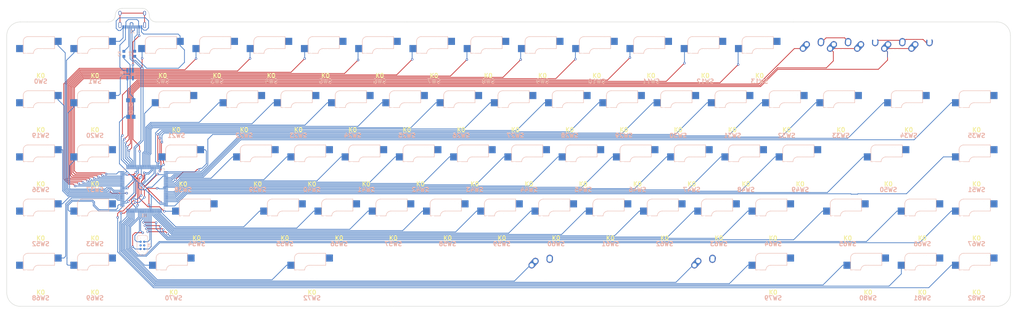
<source format=kicad_pcb>
(kicad_pcb (version 20171130) (host pcbnew "(5.0.0-rc2-dev-733-g23a9fcd91)")
  (layers (0 F.Cu signal) (31 B.Cu signal) (34 B.Paste user) (35 F.Paste user) (36 B.SilkS user) (37 F.SilkS user) (38 B.Mask user hide) (39 F.Mask user) (44 Edge.Cuts user))
  (net 0 "")
  (net 1 VCC)
  (net 2 GND)
  (net 3 "Net-(J1-PadA6)")
  (net 4 +5V)
  (net 5 "Net-(J1-PadS1)")
  (net 6 "Net-(J1-PadA7)")
  (net 7 "Net-(J1-PadA8)")
  (net 8 "Net-(J1-PadB5)")
  (net 9 "Net-(J1-PadA5)")
  (net 10 "Net-(J1-PadB8)")
  (net 11 /PDI)
  (net 12 "Net-(P1-Pad3)")
  (net 13 "Net-(P1-Pad4)")
  (net 14 /RST)
  (net 15 /KEY0)
  (net 16 /KEY1)
  (net 17 /KEY2)
  (net 18 /KEY3)
  (net 19 /KEY4)
  (net 20 /KEY5)
  (net 21 /KEY6)
  (net 22 /KEY7)
  (net 23 /KEY8)
  (net 24 /KEY9)
  (net 25 /KEY10)
  (net 26 /KEY11)
  (net 27 /KEY12)
  (net 28 /KEY13)
  (net 29 /KEY14)
  (net 30 /KEY16)
  (net 31 /KEY19)
  (net 32 /KEY20)
  (net 33 /KEY21)
  (net 34 /KEY22)
  (net 35 /KEY23)
  (net 36 /KEY24)
  (net 37 /KEY25)
  (net 38 /KEY26)
  (net 39 /KEY27)
  (net 40 /KEY28)
  (net 41 /KEY29)
  (net 42 /KEY30)
  (net 43 /KEY31)
  (net 44 /KEY32)
  (net 45 /KEY33)
  (net 46 /KEY34)
  (net 47 /KEY35)
  (net 48 /KEY36)
  (net 49 /KEY37)
  (net 50 /KEY38)
  (net 51 /KEY39)
  (net 52 /KEY40)
  (net 53 /KEY41)
  (net 54 /KEY42)
  (net 55 /KEY43)
  (net 56 /KEY44)
  (net 57 /KEY45)
  (net 58 /KEY46)
  (net 59 /KEY47)
  (net 60 /KEY48)
  (net 61 /KEY49)
  (net 62 /KEY50)
  (net 63 /KEY51)
  (net 64 /KEY52)
  (net 65 /KEY53)
  (net 66 /KEY54)
  (net 67 /KEY55)
  (net 68 /KEY56)
  (net 69 /KEY57)
  (net 70 /KEY58)
  (net 71 /KEY59)
  (net 72 /KEY60)
  (net 73 /KEY61)
  (net 74 /KEY62)
  (net 75 /KEY63)
  (net 76 /KEY64)
  (net 77 /KEY65)
  (net 78 /KEY67)
  (net 79 /KEY68)
  (net 80 /KEY69)
  (net 81 /KEY70)
  (net 82 /KEY72)
  (net 83 "Net-(U2-Pad4)")
  (net 84 /KEY66)
  (net 85 /KEY74)
  (net 86 /KEY78)
  (net 87 /KEY79)
  (net 88 /KEY80)
  (net 89 /KEY81)
  (net 90 /KEY82)
  (net 91 /KEY14.5)
  (module Package_QFP:TQFP-100_14x14mm_P0.5mm (layer B.Cu) (at 245.87 203.96)
    (fp_text reference U1 (at 0 9.35) (layer B.SilkS) (effects (justify mirror)))
    (fp_text value ATXMEGA128A1U-AU)
    (pad 1 smd rect (at -7.65 6) (size 1.5 0.3) (layers B.Cu B.Paste B.Mask) (net 65 /KEY53))
    (pad 2 smd rect (at -7.65 5.5) (size 1.5 0.3) (layers B.Cu B.Paste B.Mask) (net 80 /KEY69))
    (pad 3 smd rect (at -7.65 5) (size 1.5 0.3) (layers B.Cu B.Paste B.Mask) (net 2 GND))
    (pad 4 smd rect (at -7.649999 4.5) (size 1.5 0.3) (layers B.Cu B.Paste B.Mask) (net 1 VCC))
    (pad 5 smd rect (at -7.65 4) (size 1.5 0.3) (layers B.Cu B.Paste B.Mask) (net 79 /KEY68))
    (pad 6 smd rect (at -7.65 3.5) (size 1.5 0.3) (layers B.Cu B.Paste B.Mask) (net 64 /KEY52))
    (pad 7 smd rect (at -7.65 3) (size 1.5 0.3) (layers B.Cu B.Paste B.Mask) (net 48 /KEY36))
    (pad 8 smd rect (at -7.65 2.5) (size 1.5 0.3) (layers B.Cu B.Paste B.Mask) (net 31 /KEY19))
    (pad 9 smd rect (at -7.649999 2) (size 1.5 0.3) (layers B.Cu B.Paste B.Mask) (net 15 /KEY0))
    (pad 10 smd rect (at -7.65 1.5) (size 1.5 0.3) (layers B.Cu B.Paste B.Mask) (net 16 /KEY1))
    (pad 11 smd rect (at -7.65 1) (size 1.5 0.3) (layers B.Cu B.Paste B.Mask) (net 32 /KEY20))
    (pad 12 smd rect (at -7.649999 0.5) (size 1.5 0.3) (layers B.Cu B.Paste B.Mask) (net 49 /KEY37))
    (pad 13 smd rect (at -7.65 0) (size 1.5 0.3) (layers B.Cu B.Paste B.Mask) (net 2 GND))
    (pad 14 smd rect (at -7.649999 -0.5) (size 1.5 0.3) (layers B.Cu B.Paste B.Mask) (net 1 VCC))
    (pad 15 smd rect (at -7.65 -1) (size 1.5 0.3) (layers B.Cu B.Paste B.Mask) (net 17 /KEY2))
    (pad 16 smd rect (at -7.65 -1.5) (size 1.5 0.3) (layers B.Cu B.Paste B.Mask) (net 18 /KEY3))
    (pad 17 smd rect (at -7.649999 -2) (size 1.5 0.3) (layers B.Cu B.Paste B.Mask) (net 19 /KEY4))
    (pad 18 smd rect (at -7.65 -2.5) (size 1.5 0.3) (layers B.Cu B.Paste B.Mask) (net 20 /KEY5))
    (pad 19 smd rect (at -7.65 -3) (size 1.5 0.3) (layers B.Cu B.Paste B.Mask) (net 21 /KEY6))
    (pad 20 smd rect (at -7.65 -3.5) (size 1.5 0.3) (layers B.Cu B.Paste B.Mask) (net 22 /KEY7))
    (pad 21 smd rect (at -7.65 -4) (size 1.5 0.3) (layers B.Cu B.Paste B.Mask) (net 23 /KEY8))
    (pad 22 smd rect (at -7.649999 -4.5) (size 1.5 0.3) (layers B.Cu B.Paste B.Mask) (net 24 /KEY9))
    (pad 23 smd rect (at -7.65 -5) (size 1.5 0.3) (layers B.Cu B.Paste B.Mask) (net 2 GND))
    (pad 24 smd rect (at -7.65 -5.5) (size 1.5 0.3) (layers B.Cu B.Paste B.Mask) (net 1 VCC))
    (pad 25 smd rect (at -7.65 -6) (size 1.5 0.3) (layers B.Cu B.Paste B.Mask) (net 25 /KEY10))
    (pad 26 smd rect (at -6 -7.65) (size 0.3 1.5) (layers B.Cu B.Paste B.Mask) (net 26 /KEY11))
    (pad 27 smd rect (at -5.5 -7.65) (size 0.3 1.5) (layers B.Cu B.Paste B.Mask) (net 27 /KEY12))
    (pad 28 smd rect (at -5 -7.65) (size 0.3 1.5) (layers B.Cu B.Paste B.Mask) (net 28 /KEY13))
    (pad 29 smd rect (at -4.5 -7.649999) (size 0.3 1.5) (layers B.Cu B.Paste B.Mask) (net 29 /KEY14))
    (pad 30 smd rect (at -4 -7.65) (size 0.3 1.5) (layers B.Cu B.Paste B.Mask) (net 91 /KEY14.5))
    (pad 31 smd rect (at -3.5 -7.65) (size 0.3 1.5) (layers B.Cu B.Paste B.Mask) (net 6 "Net-(J1-PadA7)"))
    (pad 32 smd rect (at -3 -7.65) (size 0.3 1.5) (layers B.Cu B.Paste B.Mask) (net 3 "Net-(J1-PadA6)"))
    (pad 33 smd rect (at -2.5 -7.65) (size 0.3 1.5) (layers B.Cu B.Paste B.Mask) (net 2 GND))
    (pad 34 smd rect (at -2 -7.649999) (size 0.3 1.5) (layers B.Cu B.Paste B.Mask) (net 1 VCC))
    (pad 35 smd rect (at -1.5 -7.65) (size 0.3 1.5) (layers B.Cu B.Paste B.Mask) (net 30 /KEY16))
    (pad 36 smd rect (at -1 -7.65) (size 0.3 1.5) (layers B.Cu B.Paste B.Mask) (net 66 /KEY54))
    (pad 37 smd rect (at -0.5 -7.649999) (size 0.3 1.5) (layers B.Cu B.Paste B.Mask) (net 33 /KEY21))
    (pad 38 smd rect (at 0 -7.65) (size 0.3 1.5) (layers B.Cu B.Paste B.Mask) (net 34 /KEY22))
    (pad 39 smd rect (at 0.5 -7.649999) (size 0.3 1.5) (layers B.Cu B.Paste B.Mask) (net 35 /KEY23))
    (pad 40 smd rect (at 1 -7.65) (size 0.3 1.5) (layers B.Cu B.Paste B.Mask) (net 36 /KEY24))
    (pad 41 smd rect (at 1.5 -7.65) (size 0.3 1.5) (layers B.Cu B.Paste B.Mask) (net 37 /KEY25))
    (pad 42 smd rect (at 2 -7.649999) (size 0.3 1.5) (layers B.Cu B.Paste B.Mask) (net 38 /KEY26))
    (pad 43 smd rect (at 2.5 -7.65) (size 0.3 1.5) (layers B.Cu B.Paste B.Mask) (net 2 GND))
    (pad 44 smd rect (at 3 -7.65) (size 0.3 1.5) (layers B.Cu B.Paste B.Mask) (net 1 VCC))
    (pad 45 smd rect (at 3.5 -7.65) (size 0.3 1.5) (layers B.Cu B.Paste B.Mask) (net 90 /KEY82))
    (pad 46 smd rect (at 4 -7.65) (size 0.3 1.5) (layers B.Cu B.Paste B.Mask) (net 89 /KEY81))
    (pad 47 smd rect (at 4.5 -7.649999) (size 0.3 1.5) (layers B.Cu B.Paste B.Mask) (net 39 /KEY27))
    (pad 48 smd rect (at 5 -7.65) (size 0.3 1.5) (layers B.Cu B.Paste B.Mask) (net 40 /KEY28))
    (pad 49 smd rect (at 5.5 -7.65) (size 0.3 1.5) (layers B.Cu B.Paste B.Mask) (net 41 /KEY29))
    (pad 50 smd rect (at 6 -7.65) (size 0.3 1.5) (layers B.Cu B.Paste B.Mask) (net 42 /KEY30))
    (pad 51 smd rect (at 7.65 -6) (size 1.5 0.3) (layers B.Cu B.Paste B.Mask) (net 43 /KEY31))
    (pad 52 smd rect (at 7.65 -5.5) (size 1.5 0.3) (layers B.Cu B.Paste B.Mask) (net 44 /KEY32))
    (pad 53 smd rect (at 7.65 -5) (size 1.5 0.3) (layers B.Cu B.Paste B.Mask) (net 2 GND))
    (pad 54 smd rect (at 7.649999 -4.5) (size 1.5 0.3) (layers B.Cu B.Paste B.Mask) (net 1 VCC))
    (pad 55 smd rect (at 7.65 -4) (size 1.5 0.3) (layers B.Cu B.Paste B.Mask) (net 45 /KEY33))
    (pad 56 smd rect (at 7.65 -3.5) (size 1.5 0.3) (layers B.Cu B.Paste B.Mask) (net 46 /KEY34))
    (pad 57 smd rect (at 7.65 -3) (size 1.5 0.3) (layers B.Cu B.Paste B.Mask) (net 47 /KEY35))
    (pad 58 smd rect (at 7.65 -2.5) (size 1.5 0.3) (layers B.Cu B.Paste B.Mask) (net 50 /KEY38))
    (pad 59 smd rect (at 7.649999 -2) (size 1.5 0.3) (layers B.Cu B.Paste B.Mask) (net 51 /KEY39))
    (pad 60 smd rect (at 7.65 -1.5) (size 1.5 0.3) (layers B.Cu B.Paste B.Mask) (net 52 /KEY40))
    (pad 61 smd rect (at 7.65 -1) (size 1.5 0.3) (layers B.Cu B.Paste B.Mask) (net 53 /KEY41))
    (pad 62 smd rect (at 7.649999 -0.5) (size 1.5 0.3) (layers B.Cu B.Paste B.Mask) (net 54 /KEY42))
    (pad 63 smd rect (at 7.65 0) (size 1.5 0.3) (layers B.Cu B.Paste B.Mask) (net 2 GND))
    (pad 64 smd rect (at 7.649999 0.5) (size 1.5 0.3) (layers B.Cu B.Paste B.Mask) (net 1 VCC))
    (pad 65 smd rect (at 7.65 1) (size 1.5 0.3) (layers B.Cu B.Paste B.Mask) (net 55 /KEY43))
    (pad 66 smd rect (at 7.65 1.5) (size 1.5 0.3) (layers B.Cu B.Paste B.Mask) (net 56 /KEY44))
    (pad 67 smd rect (at 7.649999 2) (size 1.5 0.3) (layers B.Cu B.Paste B.Mask) (net 57 /KEY45))
    (pad 68 smd rect (at 7.65 2.5) (size 1.5 0.3) (layers B.Cu B.Paste B.Mask) (net 58 /KEY46))
    (pad 69 smd rect (at 7.65 3) (size 1.5 0.3) (layers B.Cu B.Paste B.Mask) (net 59 /KEY47))
    (pad 70 smd rect (at 7.65 3.5) (size 1.5 0.3) (layers B.Cu B.Paste B.Mask) (net 60 /KEY48))
    (pad 71 smd rect (at 7.65 4) (size 1.5 0.3) (layers B.Cu B.Paste B.Mask) (net 61 /KEY49))
    (pad 72 smd rect (at 7.649999 4.5) (size 1.5 0.3) (layers B.Cu B.Paste B.Mask) (net 62 /KEY50))
    (pad 73 smd rect (at 7.65 5) (size 1.5 0.3) (layers B.Cu B.Paste B.Mask) (net 2 GND))
    (pad 74 smd rect (at 7.65 5.5) (size 1.5 0.3) (layers B.Cu B.Paste B.Mask) (net 1 VCC))
    (pad 75 smd rect (at 7.65 6) (size 1.5 0.3) (layers B.Cu B.Paste B.Mask) (net 63 /KEY51))
    (pad 76 smd rect (at 6 7.65) (size 0.3 1.5) (layers B.Cu B.Paste B.Mask) (net 67 /KEY55))
    (pad 77 smd rect (at 5.5 7.65) (size 0.3 1.5) (layers B.Cu B.Paste B.Mask) (net 68 /KEY56))
    (pad 78 smd rect (at 5 7.65) (size 0.3 1.5) (layers B.Cu B.Paste B.Mask) (net 69 /KEY57))
    (pad 79 smd rect (at 4.5 7.649999) (size 0.3 1.5) (layers B.Cu B.Paste B.Mask) (net 70 /KEY58))
    (pad 80 smd rect (at 4 7.65) (size 0.3 1.5) (layers B.Cu B.Paste B.Mask) (net 71 /KEY59))
    (pad 81 smd rect (at 3.5 7.65) (size 0.3 1.5) (layers B.Cu B.Paste B.Mask) (net 72 /KEY60))
    (pad 82 smd rect (at 3 7.65) (size 0.3 1.5) (layers B.Cu B.Paste B.Mask) (net 73 /KEY61))
    (pad 83 smd rect (at 2.5 7.65) (size 0.3 1.5) (layers B.Cu B.Paste B.Mask) (net 1 VCC))
    (pad 84 smd rect (at 2 7.649999) (size 0.3 1.5) (layers B.Cu B.Paste B.Mask) (net 2 GND))
    (pad 85 smd rect (at 1.5 7.65) (size 0.3 1.5) (layers B.Cu B.Paste B.Mask) (net 74 /KEY62))
    (pad 86 smd rect (at 1 7.65) (size 0.3 1.5) (layers B.Cu B.Paste B.Mask) (net 75 /KEY63))
    (pad 87 smd rect (at 0.5 7.649999) (size 0.3 1.5) (layers B.Cu B.Paste B.Mask) (net 76 /KEY64))
    (pad 88 smd rect (at 0 7.65) (size 0.3 1.5) (layers B.Cu B.Paste B.Mask) (net 77 /KEY65))
    (pad 89 smd rect (at -0.5 7.649999) (size 0.3 1.5) (layers B.Cu B.Paste B.Mask) (net 11 /PDI))
    (pad 90 smd rect (at -1 7.65) (size 0.3 1.5) (layers B.Cu B.Paste B.Mask) (net 14 /RST))
    (pad 91 smd rect (at -1.5 7.65) (size 0.3 1.5) (layers B.Cu B.Paste B.Mask) (net 84 /KEY66))
    (pad 92 smd rect (at -2 7.649999) (size 0.3 1.5) (layers B.Cu B.Paste B.Mask) (net 78 /KEY67))
    (pad 93 smd rect (at -2.5 7.65) (size 0.3 1.5) (layers B.Cu B.Paste B.Mask) (net 2 GND))
    (pad 94 smd rect (at -3 7.65) (size 0.3 1.5) (layers B.Cu B.Paste B.Mask) (net 1 VCC))
    (pad 95 smd rect (at -3.5 7.65) (size 0.3 1.5) (layers B.Cu B.Paste B.Mask) (net 81 /KEY70))
    (pad 96 smd rect (at -4 7.65) (size 0.3 1.5) (layers B.Cu B.Paste B.Mask) (net 82 /KEY72))
    (pad 97 smd rect (at -4.5 7.649999) (size 0.3 1.5) (layers B.Cu B.Paste B.Mask) (net 85 /KEY74))
    (pad 98 smd rect (at -5 7.65) (size 0.3 1.5) (layers B.Cu B.Paste B.Mask) (net 86 /KEY78))
    (pad 99 smd rect (at -5.5 7.65) (size 0.3 1.5) (layers B.Cu B.Paste B.Mask) (net 87 /KEY79))
    (pad 100 smd rect (at -6 7.65) (size 0.3 1.5) (layers B.Cu B.Paste B.Mask) (net 88 /KEY80))
  )
  (module wood_kailh_socket:Kailh_MX_Socket (layer B.Cu) (at 228.6 214.3125 180)
    (fp_text reference SW53 (at 0 -9 180) (layer B.SilkS) (effects (font (size 1.524 1.524) (thickness 0.3048)) (justify mirror)))
    (fp_text value K0 (at 0 -7 180) (layer F.SilkS) (effects (font (size 1.524 1.524) (thickness 0.3048))))
    (pad "" np_thru_hole circle (at 5.08 0 180) (size 1.7 1.7) (drill 1.7) (layers *.Cu *.Mask))
    (pad "" np_thru_hole circle (at -5.08 0 180) (size 1.7 1.7) (drill 1.7) (layers *.Cu *.Mask))
    (pad 2 smd rect (at -6.09 5.08 180) (size 2.55 2.5) (layers B.Cu B.Paste B.Mask) (net 2 GND))
    (pad "" np_thru_hole circle (at 3.81 2.54 180) (size 2.95 2.95) (drill 2.95) (layers *.Cu *.Mask))
    (pad "" np_thru_hole circle (at -2.54 5.08 180) (size 2.95 2.95) (drill 2.95) (layers *.Cu *.Mask))
    (pad "" np_thru_hole circle (at 0 0 180) (size 3.98018 3.98018) (drill 3.98018) (layers *.Cu *.Mask))
    (pad 1 smd rect (at 7.36 2.54 180) (size 2.55 2.5) (layers B.Cu B.Paste B.Mask) (net 65 /KEY53))
  )
  (module Capacitor_SMD:C_0805_2012Metric_Pad1.29x1.40mm_HandSolder (layer B.Cu) (at 241.1775 172.79)
    (fp_text reference C1 (at 0 1.65) (layer B.SilkS) (effects (justify mirror)))
    (fp_text value 10uf)
    (pad 1 smd rect (at -0.9675 0) (size 1.295 1.4) (layers B.Cu B.Paste B.Mask) (net 1 VCC))
    (pad 2 smd rect (at 0.9675 0) (size 1.295 1.4) (layers B.Cu B.Paste B.Mask) (net 2 GND))
  )
  (module Keyplus_conn_usb:USB_TypeC_U31F-24SNA0201 (layer B.Cu) (at 241.71 139.57)
    (fp_text reference J1 (at 0 9.1) (layer B.SilkS) (effects (justify mirror)))
    (fp_text value USB_Type_C_2.0_Receptacle)
    (pad A6 smd rect (at -0.25 7.445) (size 0.3 1.15) (layers B.Cu B.Paste B.Mask) (net 3 "Net-(J1-PadA6)"))
    (pad B1 smd rect (at 3.2 7.445) (size 0.6 1.15) (layers B.Cu B.Paste B.Mask) (net 2 GND))
    (pad B4 smd rect (at 2.4 7.445) (size 0.6 1.15) (layers B.Cu B.Paste B.Mask) (net 4 +5V))
    (pad A4 smd rect (at -2.4 7.445) (size 0.6 1.15) (layers B.Cu B.Paste B.Mask) (net 4 +5V))
    (pad S1 thru_hole oval (at -4.32 6.78) (size 1 2.1) (drill oval 0.6 1.7) (layers *.Cu *.Mask) (net 5 "Net-(J1-PadS1)"))
    (pad "" np_thru_hole circle (at -2.89 6.28) (size 0.65 0.65) (drill 0.65) (layers *.Cu *.Mask))
    (pad S1 thru_hole oval (at 4.32 6.78) (size 1 2.1) (drill oval 0.6 1.7) (layers *.Cu *.Mask) (net 5 "Net-(J1-PadS1)"))
    (pad S1 thru_hole oval (at -4.32 2.6) (size 1 1.6) (drill oval 0.6 1.2) (layers *.Cu *.Mask) (net 5 "Net-(J1-PadS1)"))
    (pad S1 thru_hole oval (at 4.32 2.6) (size 1 1.6) (drill oval 0.6 1.2) (layers *.Cu *.Mask) (net 5 "Net-(J1-PadS1)"))
    (pad A1 smd rect (at -3.2 7.445) (size 0.6 1.15) (layers B.Cu B.Paste B.Mask) (net 2 GND))
    (pad "" np_thru_hole circle (at 2.89 6.28) (size 0.65 0.65) (drill 0.65) (layers *.Cu *.Mask))
    (pad A7 smd rect (at 0.25 7.445) (size 0.3 1.15) (layers B.Cu B.Paste B.Mask) (net 6 "Net-(J1-PadA7)"))
    (pad B6 smd rect (at 0.75 7.445) (size 0.3 1.15) (layers B.Cu B.Paste B.Mask) (net 3 "Net-(J1-PadA6)"))
    (pad A8 smd rect (at 1.25 7.445) (size 0.3 1.15) (layers B.Cu B.Paste B.Mask) (net 7 "Net-(J1-PadA8)"))
    (pad B5 smd rect (at 1.75 7.445) (size 0.3 1.15) (layers B.Cu B.Paste B.Mask) (net 8 "Net-(J1-PadB5)"))
    (pad B7 smd rect (at -0.75 7.445) (size 0.3 1.15) (layers B.Cu B.Paste B.Mask) (net 6 "Net-(J1-PadA7)"))
    (pad A5 smd rect (at -1.25 7.445) (size 0.3 1.15) (layers B.Cu B.Paste B.Mask) (net 9 "Net-(J1-PadA5)"))
    (pad B8 smd rect (at -1.75 7.445) (size 0.3 1.15) (layers B.Cu B.Paste B.Mask) (net 10 "Net-(J1-PadB8)"))
  )
  (module Keyplus_Tag-Connect:TC2030-NL_SMALL (layer B.Cu) (at 245.26875 223.8375 90)
    (fp_text reference P1 (at 0 2.54 90) (layer B.SilkS) (effects (font (size 0.75692 0.75692) (thickness 0.127)) (justify mirror)))
    (fp_text value TC2030-IDC hide)
    (pad 1 connect circle (at -1.27 -0.635 90) (size 0.78486 0.78486) (layers B.Cu B.Mask) (net 11 /PDI))
    (pad 2 connect circle (at -1.27 0.635 90) (size 0.78486 0.78486) (layers B.Cu B.Mask) (net 1 VCC))
    (pad 3 connect circle (at 0 -0.635 90) (size 0.78486 0.78486) (layers B.Cu B.Mask) (net 12 "Net-(P1-Pad3)"))
    (pad 4 connect circle (at 0 0.635 90) (size 0.78486 0.78486) (layers B.Cu B.Mask) (net 13 "Net-(P1-Pad4)"))
    (pad 5 connect circle (at 1.27 -0.635 90) (size 0.78486 0.78486) (layers B.Cu B.Mask) (net 14 /RST))
    (pad 6 connect circle (at 1.27 0.635 90) (size 0.78486 0.78486) (layers B.Cu B.Mask) (net 2 GND))
    (pad "" np_thru_hole circle (at -2.54 0 90) (size 0.98806 0.98806) (drill 0.98806) (layers *.Cu *.Mask B.SilkS))
    (pad "" np_thru_hole circle (at 2.54 1.016 90) (size 0.98552 0.98552) (drill 0.98552) (layers *.Cu *.Mask B.SilkS))
    (pad "" np_thru_hole circle (at 2.54 -1.016 90) (size 0.98552 0.98552) (drill 0.98552) (layers *.Cu *.Mask B.SilkS))
  )
  (module Resistor_SMD:R_0603_1608Metric_Pad0.99x1.00mm_HandSolder (layer B.Cu) (at 242.56 156.4525 270)
    (fp_text reference R1 (at 0 1.45 270) (layer B.SilkS) (effects (justify mirror)))
    (fp_text value 5.1k)
    (pad 2 smd rect (at 0.8875 0 270) (size 0.995 1) (layers B.Cu B.Paste B.Mask) (net 2 GND))
    (pad 1 smd rect (at -0.8875 0 270) (size 0.995 1) (layers B.Cu B.Paste B.Mask) (net 8 "Net-(J1-PadB5)"))
  )
  (module Resistor_SMD:R_0603_1608Metric_Pad0.99x1.00mm_HandSolder (layer B.Cu) (at 238.76 156.4825 270)
    (fp_text reference R2 (at 0 1.45 270) (layer B.SilkS) (effects (justify mirror)))
    (fp_text value 5.1k)
    (pad 1 smd rect (at -0.8875 0 270) (size 0.995 1) (layers B.Cu B.Paste B.Mask) (net 9 "Net-(J1-PadA5)"))
    (pad 2 smd rect (at 0.8875 0 270) (size 0.995 1) (layers B.Cu B.Paste B.Mask) (net 2 GND))
  )
  (module wood_kailh_socket:Kailh_MX_Socket (layer B.Cu) (at 209.55 157.1625 180)
    (fp_text reference SW0 (at 0 -9 180) (layer B.SilkS) (effects (font (size 1.524 1.524) (thickness 0.3048)) (justify mirror)))
    (fp_text value K0 (at 0 -7 180) (layer F.SilkS) (effects (font (size 1.524 1.524) (thickness 0.3048))))
    (pad "" np_thru_hole circle (at 5.08 0 180) (size 1.7 1.7) (drill 1.7) (layers *.Cu *.Mask))
    (pad "" np_thru_hole circle (at -5.08 0 180) (size 1.7 1.7) (drill 1.7) (layers *.Cu *.Mask))
    (pad 2 smd rect (at -6.09 5.08 180) (size 2.55 2.5) (layers B.Cu B.Paste B.Mask) (net 15 /KEY0))
    (pad "" np_thru_hole circle (at 3.81 2.54 180) (size 2.95 2.95) (drill 2.95) (layers *.Cu *.Mask))
    (pad "" np_thru_hole circle (at -2.54 5.08 180) (size 2.95 2.95) (drill 2.95) (layers *.Cu *.Mask))
    (pad "" np_thru_hole circle (at 0 0 180) (size 3.98018 3.98018) (drill 3.98018) (layers *.Cu *.Mask))
    (pad 1 smd rect (at 7.36 2.54 180) (size 2.55 2.5) (layers B.Cu B.Paste B.Mask) (net 2 GND))
  )
  (module wood_kailh_socket:Kailh_MX_Socket (layer B.Cu) (at 228.6 157.1625 180)
    (fp_text reference SW1 (at 0 -9 180) (layer B.SilkS) (effects (font (size 1.524 1.524) (thickness 0.3048)) (justify mirror)))
    (fp_text value K0 (at 0 -7 180) (layer F.SilkS) (effects (font (size 1.524 1.524) (thickness 0.3048))))
    (pad "" np_thru_hole circle (at 5.08 0 180) (size 1.7 1.7) (drill 1.7) (layers *.Cu *.Mask))
    (pad "" np_thru_hole circle (at -5.08 0 180) (size 1.7 1.7) (drill 1.7) (layers *.Cu *.Mask))
    (pad 2 smd rect (at -6.09 5.08 180) (size 2.55 2.5) (layers B.Cu B.Paste B.Mask) (net 2 GND))
    (pad "" np_thru_hole circle (at 3.81 2.54 180) (size 2.95 2.95) (drill 2.95) (layers *.Cu *.Mask))
    (pad "" np_thru_hole circle (at -2.54 5.08 180) (size 2.95 2.95) (drill 2.95) (layers *.Cu *.Mask))
    (pad "" np_thru_hole circle (at 0 0 180) (size 3.98018 3.98018) (drill 3.98018) (layers *.Cu *.Mask))
    (pad 1 smd rect (at 7.36 2.54 180) (size 2.55 2.5) (layers B.Cu B.Paste B.Mask) (net 16 /KEY1))
  )
  (module wood_kailh_socket:Kailh_MX_Socket (layer B.Cu) (at 252.4125 157.1625 180)
    (fp_text reference SW2 (at 0 -9 180) (layer B.SilkS) (effects (font (size 1.524 1.524) (thickness 0.3048)) (justify mirror)))
    (fp_text value K0 (at 0 -7 180) (layer F.SilkS) (effects (font (size 1.524 1.524) (thickness 0.3048))))
    (pad 1 smd rect (at 7.36 2.54 180) (size 2.55 2.5) (layers B.Cu B.Paste B.Mask) (net 17 /KEY2))
    (pad "" np_thru_hole circle (at 0 0 180) (size 3.98018 3.98018) (drill 3.98018) (layers *.Cu *.Mask))
    (pad "" np_thru_hole circle (at -2.54 5.08 180) (size 2.95 2.95) (drill 2.95) (layers *.Cu *.Mask))
    (pad "" np_thru_hole circle (at 3.81 2.54 180) (size 2.95 2.95) (drill 2.95) (layers *.Cu *.Mask))
    (pad 2 smd rect (at -6.09 5.08 180) (size 2.55 2.5) (layers B.Cu B.Paste B.Mask) (net 2 GND))
    (pad "" np_thru_hole circle (at -5.08 0 180) (size 1.7 1.7) (drill 1.7) (layers *.Cu *.Mask))
    (pad "" np_thru_hole circle (at 5.08 0 180) (size 1.7 1.7) (drill 1.7) (layers *.Cu *.Mask))
  )
  (module wood_kailh_socket:Kailh_MX_Socket (layer B.Cu) (at 271.4625 157.1625 180)
    (fp_text reference SW3 (at 0 -9 180) (layer B.SilkS) (effects (font (size 1.524 1.524) (thickness 0.3048)) (justify mirror)))
    (fp_text value K0 (at 0 -7 180) (layer F.SilkS) (effects (font (size 1.524 1.524) (thickness 0.3048))))
    (pad "" np_thru_hole circle (at 5.08 0 180) (size 1.7 1.7) (drill 1.7) (layers *.Cu *.Mask))
    (pad "" np_thru_hole circle (at -5.08 0 180) (size 1.7 1.7) (drill 1.7) (layers *.Cu *.Mask))
    (pad 2 smd rect (at -6.09 5.08 180) (size 2.55 2.5) (layers B.Cu B.Paste B.Mask) (net 2 GND))
    (pad "" np_thru_hole circle (at 3.81 2.54 180) (size 2.95 2.95) (drill 2.95) (layers *.Cu *.Mask))
    (pad "" np_thru_hole circle (at -2.54 5.08 180) (size 2.95 2.95) (drill 2.95) (layers *.Cu *.Mask))
    (pad "" np_thru_hole circle (at 0 0 180) (size 3.98018 3.98018) (drill 3.98018) (layers *.Cu *.Mask))
    (pad 1 smd rect (at 7.36 2.54 180) (size 2.55 2.5) (layers B.Cu B.Paste B.Mask) (net 18 /KEY3))
  )
  (module wood_kailh_socket:Kailh_MX_Socket (layer B.Cu) (at 290.5125 157.1625 180)
    (fp_text reference SW4 (at 0 -9 180) (layer B.SilkS) (effects (font (size 1.524 1.524) (thickness 0.3048)) (justify mirror)))
    (fp_text value K0 (at 0 -7 180) (layer F.SilkS) (effects (font (size 1.524 1.524) (thickness 0.3048))))
    (pad 1 smd rect (at 7.36 2.54 180) (size 2.55 2.5) (layers B.Cu B.Paste B.Mask) (net 19 /KEY4))
    (pad "" np_thru_hole circle (at 0 0 180) (size 3.98018 3.98018) (drill 3.98018) (layers *.Cu *.Mask))
    (pad "" np_thru_hole circle (at -2.54 5.08 180) (size 2.95 2.95) (drill 2.95) (layers *.Cu *.Mask))
    (pad "" np_thru_hole circle (at 3.81 2.54 180) (size 2.95 2.95) (drill 2.95) (layers *.Cu *.Mask))
    (pad 2 smd rect (at -6.09 5.08 180) (size 2.55 2.5) (layers B.Cu B.Paste B.Mask) (net 2 GND))
    (pad "" np_thru_hole circle (at -5.08 0 180) (size 1.7 1.7) (drill 1.7) (layers *.Cu *.Mask))
    (pad "" np_thru_hole circle (at 5.08 0 180) (size 1.7 1.7) (drill 1.7) (layers *.Cu *.Mask))
  )
  (module wood_kailh_socket:Kailh_MX_Socket (layer B.Cu) (at 309.5625 157.1625 180)
    (fp_text reference SW5 (at 0 -9 180) (layer B.SilkS) (effects (font (size 1.524 1.524) (thickness 0.3048)) (justify mirror)))
    (fp_text value K0 (at 0 -7 180) (layer F.SilkS) (effects (font (size 1.524 1.524) (thickness 0.3048))))
    (pad "" np_thru_hole circle (at 5.08 0 180) (size 1.7 1.7) (drill 1.7) (layers *.Cu *.Mask))
    (pad "" np_thru_hole circle (at -5.08 0 180) (size 1.7 1.7) (drill 1.7) (layers *.Cu *.Mask))
    (pad 2 smd rect (at -6.09 5.08 180) (size 2.55 2.5) (layers B.Cu B.Paste B.Mask) (net 2 GND))
    (pad "" np_thru_hole circle (at 3.81 2.54 180) (size 2.95 2.95) (drill 2.95) (layers *.Cu *.Mask))
    (pad "" np_thru_hole circle (at -2.54 5.08 180) (size 2.95 2.95) (drill 2.95) (layers *.Cu *.Mask))
    (pad "" np_thru_hole circle (at 0 0 180) (size 3.98018 3.98018) (drill 3.98018) (layers *.Cu *.Mask))
    (pad 1 smd rect (at 7.36 2.54 180) (size 2.55 2.5) (layers B.Cu B.Paste B.Mask) (net 20 /KEY5))
  )
  (module wood_kailh_socket:Kailh_MX_Socket (layer B.Cu) (at 328.6125 157.1625 180)
    (fp_text reference SW6 (at 0 -9 180) (layer B.SilkS) (effects (font (size 1.524 1.524) (thickness 0.3048)) (justify mirror)))
    (fp_text value K0 (at 0 -7 180) (layer F.SilkS) (effects (font (size 1.524 1.524) (thickness 0.3048))))
    (pad "" np_thru_hole circle (at 5.08 0 180) (size 1.7 1.7) (drill 1.7) (layers *.Cu *.Mask))
    (pad "" np_thru_hole circle (at -5.08 0 180) (size 1.7 1.7) (drill 1.7) (layers *.Cu *.Mask))
    (pad 2 smd rect (at -6.09 5.08 180) (size 2.55 2.5) (layers B.Cu B.Paste B.Mask) (net 2 GND))
    (pad "" np_thru_hole circle (at 3.81 2.54 180) (size 2.95 2.95) (drill 2.95) (layers *.Cu *.Mask))
    (pad "" np_thru_hole circle (at -2.54 5.08 180) (size 2.95 2.95) (drill 2.95) (layers *.Cu *.Mask))
    (pad "" np_thru_hole circle (at 0 0 180) (size 3.98018 3.98018) (drill 3.98018) (layers *.Cu *.Mask))
    (pad 1 smd rect (at 7.36 2.54 180) (size 2.55 2.5) (layers B.Cu B.Paste B.Mask) (net 21 /KEY6))
  )
  (module wood_kailh_socket:Kailh_MX_Socket (layer B.Cu) (at 347.6625 157.1625 180)
    (fp_text reference SW7 (at 0 -9 180) (layer B.SilkS) (effects (font (size 1.524 1.524) (thickness 0.3048)) (justify mirror)))
    (fp_text value K0 (at 0 -7 180) (layer F.SilkS) (effects (font (size 1.524 1.524) (thickness 0.3048))))
    (pad 1 smd rect (at 7.36 2.54 180) (size 2.55 2.5) (layers B.Cu B.Paste B.Mask) (net 22 /KEY7))
    (pad "" np_thru_hole circle (at 0 0 180) (size 3.98018 3.98018) (drill 3.98018) (layers *.Cu *.Mask))
    (pad "" np_thru_hole circle (at -2.54 5.08 180) (size 2.95 2.95) (drill 2.95) (layers *.Cu *.Mask))
    (pad "" np_thru_hole circle (at 3.81 2.54 180) (size 2.95 2.95) (drill 2.95) (layers *.Cu *.Mask))
    (pad 2 smd rect (at -6.09 5.08 180) (size 2.55 2.5) (layers B.Cu B.Paste B.Mask) (net 2 GND))
    (pad "" np_thru_hole circle (at -5.08 0 180) (size 1.7 1.7) (drill 1.7) (layers *.Cu *.Mask))
    (pad "" np_thru_hole circle (at 5.08 0 180) (size 1.7 1.7) (drill 1.7) (layers *.Cu *.Mask))
  )
  (module wood_kailh_socket:Kailh_MX_Socket (layer B.Cu) (at 366.7125 157.1625 180)
    (fp_text reference SW8 (at 0 -9 180) (layer B.SilkS) (effects (font (size 1.524 1.524) (thickness 0.3048)) (justify mirror)))
    (fp_text value K0 (at 0 -7 180) (layer F.SilkS) (effects (font (size 1.524 1.524) (thickness 0.3048))))
    (pad "" np_thru_hole circle (at 5.08 0 180) (size 1.7 1.7) (drill 1.7) (layers *.Cu *.Mask))
    (pad "" np_thru_hole circle (at -5.08 0 180) (size 1.7 1.7) (drill 1.7) (layers *.Cu *.Mask))
    (pad 2 smd rect (at -6.09 5.08 180) (size 2.55 2.5) (layers B.Cu B.Paste B.Mask) (net 2 GND))
    (pad "" np_thru_hole circle (at 3.81 2.54 180) (size 2.95 2.95) (drill 2.95) (layers *.Cu *.Mask))
    (pad "" np_thru_hole circle (at -2.54 5.08 180) (size 2.95 2.95) (drill 2.95) (layers *.Cu *.Mask))
    (pad "" np_thru_hole circle (at 0 0 180) (size 3.98018 3.98018) (drill 3.98018) (layers *.Cu *.Mask))
    (pad 1 smd rect (at 7.36 2.54 180) (size 2.55 2.5) (layers B.Cu B.Paste B.Mask) (net 23 /KEY8))
  )
  (module wood_kailh_socket:Kailh_MX_Socket (layer B.Cu) (at 385.7625 157.1625 180)
    (fp_text reference SW9 (at 0 -9 180) (layer B.SilkS) (effects (font (size 1.524 1.524) (thickness 0.3048)) (justify mirror)))
    (fp_text value K0 (at 0 -7 180) (layer F.SilkS) (effects (font (size 1.524 1.524) (thickness 0.3048))))
    (pad 1 smd rect (at 7.36 2.54 180) (size 2.55 2.5) (layers B.Cu B.Paste B.Mask) (net 24 /KEY9))
    (pad "" np_thru_hole circle (at 0 0 180) (size 3.98018 3.98018) (drill 3.98018) (layers *.Cu *.Mask))
    (pad "" np_thru_hole circle (at -2.54 5.08 180) (size 2.95 2.95) (drill 2.95) (layers *.Cu *.Mask))
    (pad "" np_thru_hole circle (at 3.81 2.54 180) (size 2.95 2.95) (drill 2.95) (layers *.Cu *.Mask))
    (pad 2 smd rect (at -6.09 5.08 180) (size 2.55 2.5) (layers B.Cu B.Paste B.Mask) (net 2 GND))
    (pad "" np_thru_hole circle (at -5.08 0 180) (size 1.7 1.7) (drill 1.7) (layers *.Cu *.Mask))
    (pad "" np_thru_hole circle (at 5.08 0 180) (size 1.7 1.7) (drill 1.7) (layers *.Cu *.Mask))
  )
  (module wood_kailh_socket:Kailh_MX_Socket (layer B.Cu) (at 404.8125 157.1625 180)
    (fp_text reference SW10 (at 0 -9 180) (layer B.SilkS) (effects (font (size 1.524 1.524) (thickness 0.3048)) (justify mirror)))
    (fp_text value K0 (at 0 -7 180) (layer F.SilkS) (effects (font (size 1.524 1.524) (thickness 0.3048))))
    (pad "" np_thru_hole circle (at 5.08 0 180) (size 1.7 1.7) (drill 1.7) (layers *.Cu *.Mask))
    (pad "" np_thru_hole circle (at -5.08 0 180) (size 1.7 1.7) (drill 1.7) (layers *.Cu *.Mask))
    (pad 2 smd rect (at -6.09 5.08 180) (size 2.55 2.5) (layers B.Cu B.Paste B.Mask) (net 2 GND))
    (pad "" np_thru_hole circle (at 3.81 2.54 180) (size 2.95 2.95) (drill 2.95) (layers *.Cu *.Mask))
    (pad "" np_thru_hole circle (at -2.54 5.08 180) (size 2.95 2.95) (drill 2.95) (layers *.Cu *.Mask))
    (pad "" np_thru_hole circle (at 0 0 180) (size 3.98018 3.98018) (drill 3.98018) (layers *.Cu *.Mask))
    (pad 1 smd rect (at 7.36 2.54 180) (size 2.55 2.5) (layers B.Cu B.Paste B.Mask) (net 25 /KEY10))
  )
  (module wood_kailh_socket:Kailh_MX_Socket (layer B.Cu) (at 423.8625 157.1625 180)
    (fp_text reference SW11 (at 0 -9 180) (layer B.SilkS) (effects (font (size 1.524 1.524) (thickness 0.3048)) (justify mirror)))
    (fp_text value K0 (at 0 -7 180) (layer F.SilkS) (effects (font (size 1.524 1.524) (thickness 0.3048))))
    (pad 1 smd rect (at 7.36 2.54 180) (size 2.55 2.5) (layers B.Cu B.Paste B.Mask) (net 26 /KEY11))
    (pad "" np_thru_hole circle (at 0 0 180) (size 3.98018 3.98018) (drill 3.98018) (layers *.Cu *.Mask))
    (pad "" np_thru_hole circle (at -2.54 5.08 180) (size 2.95 2.95) (drill 2.95) (layers *.Cu *.Mask))
    (pad "" np_thru_hole circle (at 3.81 2.54 180) (size 2.95 2.95) (drill 2.95) (layers *.Cu *.Mask))
    (pad 2 smd rect (at -6.09 5.08 180) (size 2.55 2.5) (layers B.Cu B.Paste B.Mask) (net 2 GND))
    (pad "" np_thru_hole circle (at -5.08 0 180) (size 1.7 1.7) (drill 1.7) (layers *.Cu *.Mask))
    (pad "" np_thru_hole circle (at 5.08 0 180) (size 1.7 1.7) (drill 1.7) (layers *.Cu *.Mask))
  )
  (module wood_kailh_socket:Kailh_MX_Socket (layer B.Cu) (at 442.9125 157.1625 180)
    (fp_text reference SW12 (at 0 -9 180) (layer B.SilkS) (effects (font (size 1.524 1.524) (thickness 0.3048)) (justify mirror)))
    (fp_text value K0 (at 0 -7 180) (layer F.SilkS) (effects (font (size 1.524 1.524) (thickness 0.3048))))
    (pad "" np_thru_hole circle (at 5.08 0 180) (size 1.7 1.7) (drill 1.7) (layers *.Cu *.Mask))
    (pad "" np_thru_hole circle (at -5.08 0 180) (size 1.7 1.7) (drill 1.7) (layers *.Cu *.Mask))
    (pad 2 smd rect (at -6.09 5.08 180) (size 2.55 2.5) (layers B.Cu B.Paste B.Mask) (net 2 GND))
    (pad "" np_thru_hole circle (at 3.81 2.54 180) (size 2.95 2.95) (drill 2.95) (layers *.Cu *.Mask))
    (pad "" np_thru_hole circle (at -2.54 5.08 180) (size 2.95 2.95) (drill 2.95) (layers *.Cu *.Mask))
    (pad "" np_thru_hole circle (at 0 0 180) (size 3.98018 3.98018) (drill 3.98018) (layers *.Cu *.Mask))
    (pad 1 smd rect (at 7.36 2.54 180) (size 2.55 2.5) (layers B.Cu B.Paste B.Mask) (net 27 /KEY12))
  )
  (module wood_kailh_socket:Kailh_MX_Socket (layer B.Cu) (at 461.9625 157.1625 180)
    (fp_text reference SW13 (at 0 -9 180) (layer B.SilkS) (effects (font (size 1.524 1.524) (thickness 0.3048)) (justify mirror)))
    (fp_text value K0 (at 0 -7 180) (layer F.SilkS) (effects (font (size 1.524 1.524) (thickness 0.3048))))
    (pad 1 smd rect (at 7.36 2.54 180) (size 2.55 2.5) (layers B.Cu B.Paste B.Mask) (net 28 /KEY13))
    (pad "" np_thru_hole circle (at 0 0 180) (size 3.98018 3.98018) (drill 3.98018) (layers *.Cu *.Mask))
    (pad "" np_thru_hole circle (at -2.54 5.08 180) (size 2.95 2.95) (drill 2.95) (layers *.Cu *.Mask))
    (pad "" np_thru_hole circle (at 3.81 2.54 180) (size 2.95 2.95) (drill 2.95) (layers *.Cu *.Mask))
    (pad 2 smd rect (at -6.09 5.08 180) (size 2.55 2.5) (layers B.Cu B.Paste B.Mask) (net 2 GND))
    (pad "" np_thru_hole circle (at -5.08 0 180) (size 1.7 1.7) (drill 1.7) (layers *.Cu *.Mask))
    (pad "" np_thru_hole circle (at 5.08 0 180) (size 1.7 1.7) (drill 1.7) (layers *.Cu *.Mask))
  )
  (module wood_kailh_socket:Kailh_MX_Socket (layer B.Cu) (at 209.55 176.2125 180)
    (fp_text reference SW19 (at 0 -9 180) (layer B.SilkS) (effects (font (size 1.524 1.524) (thickness 0.3048)) (justify mirror)))
    (fp_text value K0 (at 0 -7 180) (layer F.SilkS) (effects (font (size 1.524 1.524) (thickness 0.3048))))
    (pad 1 smd rect (at 7.36 2.54 180) (size 2.55 2.5) (layers B.Cu B.Paste B.Mask) (net 2 GND))
    (pad "" np_thru_hole circle (at 0 0 180) (size 3.98018 3.98018) (drill 3.98018) (layers *.Cu *.Mask))
    (pad "" np_thru_hole circle (at -2.54 5.08 180) (size 2.95 2.95) (drill 2.95) (layers *.Cu *.Mask))
    (pad "" np_thru_hole circle (at 3.81 2.54 180) (size 2.95 2.95) (drill 2.95) (layers *.Cu *.Mask))
    (pad 2 smd rect (at -6.09 5.08 180) (size 2.55 2.5) (layers B.Cu B.Paste B.Mask) (net 31 /KEY19))
    (pad "" np_thru_hole circle (at -5.08 0 180) (size 1.7 1.7) (drill 1.7) (layers *.Cu *.Mask))
    (pad "" np_thru_hole circle (at 5.08 0 180) (size 1.7 1.7) (drill 1.7) (layers *.Cu *.Mask))
  )
  (module wood_kailh_socket:Kailh_MX_Socket (layer B.Cu) (at 228.6 176.2125 180)
    (fp_text reference SW20 (at 0 -9 180) (layer B.SilkS) (effects (font (size 1.524 1.524) (thickness 0.3048)) (justify mirror)))
    (fp_text value K0 (at 0 -7 180) (layer F.SilkS) (effects (font (size 1.524 1.524) (thickness 0.3048))))
    (pad "" np_thru_hole circle (at 5.08 0 180) (size 1.7 1.7) (drill 1.7) (layers *.Cu *.Mask))
    (pad "" np_thru_hole circle (at -5.08 0 180) (size 1.7 1.7) (drill 1.7) (layers *.Cu *.Mask))
    (pad 2 smd rect (at -6.09 5.08 180) (size 2.55 2.5) (layers B.Cu B.Paste B.Mask) (net 2 GND))
    (pad "" np_thru_hole circle (at 3.81 2.54 180) (size 2.95 2.95) (drill 2.95) (layers *.Cu *.Mask))
    (pad "" np_thru_hole circle (at -2.54 5.08 180) (size 2.95 2.95) (drill 2.95) (layers *.Cu *.Mask))
    (pad "" np_thru_hole circle (at 0 0 180) (size 3.98018 3.98018) (drill 3.98018) (layers *.Cu *.Mask))
    (pad 1 smd rect (at 7.36 2.54 180) (size 2.55 2.5) (layers B.Cu B.Paste B.Mask) (net 32 /KEY20))
  )
  (module wood_kailh_socket:Kailh_MX_Socket (layer B.Cu) (at 257.175 176.2125 180)
    (fp_text reference SW21 (at 0 -9 180) (layer B.SilkS) (effects (font (size 1.524 1.524) (thickness 0.3048)) (justify mirror)))
    (fp_text value K0 (at 0 -7 180) (layer F.SilkS) (effects (font (size 1.524 1.524) (thickness 0.3048))))
    (pad 1 smd rect (at 7.36 2.54 180) (size 2.55 2.5) (layers B.Cu B.Paste B.Mask) (net 33 /KEY21))
    (pad "" np_thru_hole circle (at 0 0 180) (size 3.98018 3.98018) (drill 3.98018) (layers *.Cu *.Mask))
    (pad "" np_thru_hole circle (at -2.54 5.08 180) (size 2.95 2.95) (drill 2.95) (layers *.Cu *.Mask))
    (pad "" np_thru_hole circle (at 3.81 2.54 180) (size 2.95 2.95) (drill 2.95) (layers *.Cu *.Mask))
    (pad 2 smd rect (at -6.09 5.08 180) (size 2.55 2.5) (layers B.Cu B.Paste B.Mask) (net 2 GND))
    (pad "" np_thru_hole circle (at -5.08 0 180) (size 1.7 1.7) (drill 1.7) (layers *.Cu *.Mask))
    (pad "" np_thru_hole circle (at 5.08 0 180) (size 1.7 1.7) (drill 1.7) (layers *.Cu *.Mask))
  )
  (module wood_kailh_socket:Kailh_MX_Socket (layer B.Cu) (at 300.0375 176.2125 180)
    (fp_text reference SW23 (at 0 -9 180) (layer B.SilkS) (effects (font (size 1.524 1.524) (thickness 0.3048)) (justify mirror)))
    (fp_text value K0 (at 0 -7 180) (layer F.SilkS) (effects (font (size 1.524 1.524) (thickness 0.3048))))
    (pad "" np_thru_hole circle (at 5.08 0 180) (size 1.7 1.7) (drill 1.7) (layers *.Cu *.Mask))
    (pad "" np_thru_hole circle (at -5.08 0 180) (size 1.7 1.7) (drill 1.7) (layers *.Cu *.Mask))
    (pad 2 smd rect (at -6.09 5.08 180) (size 2.55 2.5) (layers B.Cu B.Paste B.Mask) (net 2 GND))
    (pad "" np_thru_hole circle (at 3.81 2.54 180) (size 2.95 2.95) (drill 2.95) (layers *.Cu *.Mask))
    (pad "" np_thru_hole circle (at -2.54 5.08 180) (size 2.95 2.95) (drill 2.95) (layers *.Cu *.Mask))
    (pad "" np_thru_hole circle (at 0 0 180) (size 3.98018 3.98018) (drill 3.98018) (layers *.Cu *.Mask))
    (pad 1 smd rect (at 7.36 2.54 180) (size 2.55 2.5) (layers B.Cu B.Paste B.Mask) (net 35 /KEY23))
  )
  (module wood_kailh_socket:Kailh_MX_Socket (layer B.Cu) (at 319.0875 176.2125 180)
    (fp_text reference SW24 (at 0 -9 180) (layer B.SilkS) (effects (font (size 1.524 1.524) (thickness 0.3048)) (justify mirror)))
    (fp_text value K0 (at 0 -7 180) (layer F.SilkS) (effects (font (size 1.524 1.524) (thickness 0.3048))))
    (pad "" np_thru_hole circle (at 5.08 0 180) (size 1.7 1.7) (drill 1.7) (layers *.Cu *.Mask))
    (pad "" np_thru_hole circle (at -5.08 0 180) (size 1.7 1.7) (drill 1.7) (layers *.Cu *.Mask))
    (pad 2 smd rect (at -6.09 5.08 180) (size 2.55 2.5) (layers B.Cu B.Paste B.Mask) (net 2 GND))
    (pad "" np_thru_hole circle (at 3.81 2.54 180) (size 2.95 2.95) (drill 2.95) (layers *.Cu *.Mask))
    (pad "" np_thru_hole circle (at -2.54 5.08 180) (size 2.95 2.95) (drill 2.95) (layers *.Cu *.Mask))
    (pad "" np_thru_hole circle (at 0 0 180) (size 3.98018 3.98018) (drill 3.98018) (layers *.Cu *.Mask))
    (pad 1 smd rect (at 7.36 2.54 180) (size 2.55 2.5) (layers B.Cu B.Paste B.Mask) (net 36 /KEY24))
  )
  (module wood_kailh_socket:Kailh_MX_Socket (layer B.Cu) (at 338.1375 176.2125 180)
    (fp_text reference SW25 (at 0 -9 180) (layer B.SilkS) (effects (font (size 1.524 1.524) (thickness 0.3048)) (justify mirror)))
    (fp_text value K0 (at 0 -7 180) (layer F.SilkS) (effects (font (size 1.524 1.524) (thickness 0.3048))))
    (pad 1 smd rect (at 7.36 2.54 180) (size 2.55 2.5) (layers B.Cu B.Paste B.Mask) (net 37 /KEY25))
    (pad "" np_thru_hole circle (at 0 0 180) (size 3.98018 3.98018) (drill 3.98018) (layers *.Cu *.Mask))
    (pad "" np_thru_hole circle (at -2.54 5.08 180) (size 2.95 2.95) (drill 2.95) (layers *.Cu *.Mask))
    (pad "" np_thru_hole circle (at 3.81 2.54 180) (size 2.95 2.95) (drill 2.95) (layers *.Cu *.Mask))
    (pad 2 smd rect (at -6.09 5.08 180) (size 2.55 2.5) (layers B.Cu B.Paste B.Mask) (net 2 GND))
    (pad "" np_thru_hole circle (at -5.08 0 180) (size 1.7 1.7) (drill 1.7) (layers *.Cu *.Mask))
    (pad "" np_thru_hole circle (at 5.08 0 180) (size 1.7 1.7) (drill 1.7) (layers *.Cu *.Mask))
  )
  (module wood_kailh_socket:Kailh_MX_Socket (layer B.Cu) (at 357.1875 176.2125 180)
    (fp_text reference SW26 (at 0 -9 180) (layer B.SilkS) (effects (font (size 1.524 1.524) (thickness 0.3048)) (justify mirror)))
    (fp_text value K0 (at 0 -7 180) (layer F.SilkS) (effects (font (size 1.524 1.524) (thickness 0.3048))))
    (pad "" np_thru_hole circle (at 5.08 0 180) (size 1.7 1.7) (drill 1.7) (layers *.Cu *.Mask))
    (pad "" np_thru_hole circle (at -5.08 0 180) (size 1.7 1.7) (drill 1.7) (layers *.Cu *.Mask))
    (pad 2 smd rect (at -6.09 5.08 180) (size 2.55 2.5) (layers B.Cu B.Paste B.Mask) (net 2 GND))
    (pad "" np_thru_hole circle (at 3.81 2.54 180) (size 2.95 2.95) (drill 2.95) (layers *.Cu *.Mask))
    (pad "" np_thru_hole circle (at -2.54 5.08 180) (size 2.95 2.95) (drill 2.95) (layers *.Cu *.Mask))
    (pad "" np_thru_hole circle (at 0 0 180) (size 3.98018 3.98018) (drill 3.98018) (layers *.Cu *.Mask))
    (pad 1 smd rect (at 7.36 2.54 180) (size 2.55 2.5) (layers B.Cu B.Paste B.Mask) (net 38 /KEY26))
  )
  (module wood_kailh_socket:Kailh_MX_Socket (layer B.Cu) (at 376.2375 176.2125 180)
    (fp_text reference SW27 (at 0 -9 180) (layer B.SilkS) (effects (font (size 1.524 1.524) (thickness 0.3048)) (justify mirror)))
    (fp_text value K0 (at 0 -7 180) (layer F.SilkS) (effects (font (size 1.524 1.524) (thickness 0.3048))))
    (pad 1 smd rect (at 7.36 2.54 180) (size 2.55 2.5) (layers B.Cu B.Paste B.Mask) (net 39 /KEY27))
    (pad "" np_thru_hole circle (at 0 0 180) (size 3.98018 3.98018) (drill 3.98018) (layers *.Cu *.Mask))
    (pad "" np_thru_hole circle (at -2.54 5.08 180) (size 2.95 2.95) (drill 2.95) (layers *.Cu *.Mask))
    (pad "" np_thru_hole circle (at 3.81 2.54 180) (size 2.95 2.95) (drill 2.95) (layers *.Cu *.Mask))
    (pad 2 smd rect (at -6.09 5.08 180) (size 2.55 2.5) (layers B.Cu B.Paste B.Mask) (net 2 GND))
    (pad "" np_thru_hole circle (at -5.08 0 180) (size 1.7 1.7) (drill 1.7) (layers *.Cu *.Mask))
    (pad "" np_thru_hole circle (at 5.08 0 180) (size 1.7 1.7) (drill 1.7) (layers *.Cu *.Mask))
  )
  (module wood_kailh_socket:Kailh_MX_Socket (layer B.Cu) (at 395.2875 176.2125 180)
    (fp_text reference SW28 (at 0 -9 180) (layer B.SilkS) (effects (font (size 1.524 1.524) (thickness 0.3048)) (justify mirror)))
    (fp_text value K0 (at 0 -7 180) (layer F.SilkS) (effects (font (size 1.524 1.524) (thickness 0.3048))))
    (pad "" np_thru_hole circle (at 5.08 0 180) (size 1.7 1.7) (drill 1.7) (layers *.Cu *.Mask))
    (pad "" np_thru_hole circle (at -5.08 0 180) (size 1.7 1.7) (drill 1.7) (layers *.Cu *.Mask))
    (pad 2 smd rect (at -6.09 5.08 180) (size 2.55 2.5) (layers B.Cu B.Paste B.Mask) (net 2 GND))
    (pad "" np_thru_hole circle (at 3.81 2.54 180) (size 2.95 2.95) (drill 2.95) (layers *.Cu *.Mask))
    (pad "" np_thru_hole circle (at -2.54 5.08 180) (size 2.95 2.95) (drill 2.95) (layers *.Cu *.Mask))
    (pad "" np_thru_hole circle (at 0 0 180) (size 3.98018 3.98018) (drill 3.98018) (layers *.Cu *.Mask))
    (pad 1 smd rect (at 7.36 2.54 180) (size 2.55 2.5) (layers B.Cu B.Paste B.Mask) (net 40 /KEY28))
  )
  (module wood_kailh_socket:Kailh_MX_Socket (layer B.Cu) (at 414.3375 176.2125 180)
    (fp_text reference SW29 (at 0 -9 180) (layer B.SilkS) (effects (font (size 1.524 1.524) (thickness 0.3048)) (justify mirror)))
    (fp_text value K0 (at 0 -7 180) (layer F.SilkS) (effects (font (size 1.524 1.524) (thickness 0.3048))))
    (pad 1 smd rect (at 7.36 2.54 180) (size 2.55 2.5) (layers B.Cu B.Paste B.Mask) (net 41 /KEY29))
    (pad "" np_thru_hole circle (at 0 0 180) (size 3.98018 3.98018) (drill 3.98018) (layers *.Cu *.Mask))
    (pad "" np_thru_hole circle (at -2.54 5.08 180) (size 2.95 2.95) (drill 2.95) (layers *.Cu *.Mask))
    (pad "" np_thru_hole circle (at 3.81 2.54 180) (size 2.95 2.95) (drill 2.95) (layers *.Cu *.Mask))
    (pad 2 smd rect (at -6.09 5.08 180) (size 2.55 2.5) (layers B.Cu B.Paste B.Mask) (net 2 GND))
    (pad "" np_thru_hole circle (at -5.08 0 180) (size 1.7 1.7) (drill 1.7) (layers *.Cu *.Mask))
    (pad "" np_thru_hole circle (at 5.08 0 180) (size 1.7 1.7) (drill 1.7) (layers *.Cu *.Mask))
  )
  (module wood_kailh_socket:Kailh_MX_Socket (layer B.Cu) (at 433.3875 176.2125 180)
    (fp_text reference SW30 (at 0 -9 180) (layer B.SilkS) (effects (font (size 1.524 1.524) (thickness 0.3048)) (justify mirror)))
    (fp_text value K0 (at 0 -7 180) (layer F.SilkS) (effects (font (size 1.524 1.524) (thickness 0.3048))))
    (pad "" np_thru_hole circle (at 5.08 0 180) (size 1.7 1.7) (drill 1.7) (layers *.Cu *.Mask))
    (pad "" np_thru_hole circle (at -5.08 0 180) (size 1.7 1.7) (drill 1.7) (layers *.Cu *.Mask))
    (pad 2 smd rect (at -6.09 5.08 180) (size 2.55 2.5) (layers B.Cu B.Paste B.Mask) (net 2 GND))
    (pad "" np_thru_hole circle (at 3.81 2.54 180) (size 2.95 2.95) (drill 2.95) (layers *.Cu *.Mask))
    (pad "" np_thru_hole circle (at -2.54 5.08 180) (size 2.95 2.95) (drill 2.95) (layers *.Cu *.Mask))
    (pad "" np_thru_hole circle (at 0 0 180) (size 3.98018 3.98018) (drill 3.98018) (layers *.Cu *.Mask))
    (pad 1 smd rect (at 7.36 2.54 180) (size 2.55 2.5) (layers B.Cu B.Paste B.Mask) (net 42 /KEY30))
  )
  (module wood_kailh_socket:Kailh_MX_Socket (layer B.Cu) (at 452.4375 176.2125 180)
    (fp_text reference SW31 (at 0 -9 180) (layer B.SilkS) (effects (font (size 1.524 1.524) (thickness 0.3048)) (justify mirror)))
    (fp_text value K0 (at 0 -7 180) (layer F.SilkS) (effects (font (size 1.524 1.524) (thickness 0.3048))))
    (pad 1 smd rect (at 7.36 2.54 180) (size 2.55 2.5) (layers B.Cu B.Paste B.Mask) (net 43 /KEY31))
    (pad "" np_thru_hole circle (at 0 0 180) (size 3.98018 3.98018) (drill 3.98018) (layers *.Cu *.Mask))
    (pad "" np_thru_hole circle (at -2.54 5.08 180) (size 2.95 2.95) (drill 2.95) (layers *.Cu *.Mask))
    (pad "" np_thru_hole circle (at 3.81 2.54 180) (size 2.95 2.95) (drill 2.95) (layers *.Cu *.Mask))
    (pad 2 smd rect (at -6.09 5.08 180) (size 2.55 2.5) (layers B.Cu B.Paste B.Mask) (net 2 GND))
    (pad "" np_thru_hole circle (at -5.08 0 180) (size 1.7 1.7) (drill 1.7) (layers *.Cu *.Mask))
    (pad "" np_thru_hole circle (at 5.08 0 180) (size 1.7 1.7) (drill 1.7) (layers *.Cu *.Mask))
  )
  (module wood_kailh_socket:Kailh_MX_Socket (layer B.Cu) (at 471.4875 176.2125 180)
    (fp_text reference SW32 (at 0 -9 180) (layer B.SilkS) (effects (font (size 1.524 1.524) (thickness 0.3048)) (justify mirror)))
    (fp_text value K0 (at 0 -7 180) (layer F.SilkS) (effects (font (size 1.524 1.524) (thickness 0.3048))))
    (pad "" np_thru_hole circle (at 5.08 0 180) (size 1.7 1.7) (drill 1.7) (layers *.Cu *.Mask))
    (pad "" np_thru_hole circle (at -5.08 0 180) (size 1.7 1.7) (drill 1.7) (layers *.Cu *.Mask))
    (pad 2 smd rect (at -6.09 5.08 180) (size 2.55 2.5) (layers B.Cu B.Paste B.Mask) (net 2 GND))
    (pad "" np_thru_hole circle (at 3.81 2.54 180) (size 2.95 2.95) (drill 2.95) (layers *.Cu *.Mask))
    (pad "" np_thru_hole circle (at -2.54 5.08 180) (size 2.95 2.95) (drill 2.95) (layers *.Cu *.Mask))
    (pad "" np_thru_hole circle (at 0 0 180) (size 3.98018 3.98018) (drill 3.98018) (layers *.Cu *.Mask))
    (pad 1 smd rect (at 7.36 2.54 180) (size 2.55 2.5) (layers B.Cu B.Paste B.Mask) (net 44 /KEY32))
  )
  (module wood_kailh_socket:Kailh_MX_Socket (layer B.Cu) (at 490.5375 176.2125 180)
    (fp_text reference SW33 (at 0 -9 180) (layer B.SilkS) (effects (font (size 1.524 1.524) (thickness 0.3048)) (justify mirror)))
    (fp_text value K0 (at 0 -7 180) (layer F.SilkS) (effects (font (size 1.524 1.524) (thickness 0.3048))))
    (pad 1 smd rect (at 7.36 2.54 180) (size 2.55 2.5) (layers B.Cu B.Paste B.Mask) (net 45 /KEY33))
    (pad "" np_thru_hole circle (at 0 0 180) (size 3.98018 3.98018) (drill 3.98018) (layers *.Cu *.Mask))
    (pad "" np_thru_hole circle (at -2.54 5.08 180) (size 2.95 2.95) (drill 2.95) (layers *.Cu *.Mask))
    (pad "" np_thru_hole circle (at 3.81 2.54 180) (size 2.95 2.95) (drill 2.95) (layers *.Cu *.Mask))
    (pad 2 smd rect (at -6.09 5.08 180) (size 2.55 2.5) (layers B.Cu B.Paste B.Mask) (net 2 GND))
    (pad "" np_thru_hole circle (at -5.08 0 180) (size 1.7 1.7) (drill 1.7) (layers *.Cu *.Mask))
    (pad "" np_thru_hole circle (at 5.08 0 180) (size 1.7 1.7) (drill 1.7) (layers *.Cu *.Mask))
  )
  (module wood_kailh_socket:Kailh_MX_Socket (layer B.Cu) (at 514.35 176.2125 180)
    (fp_text reference SW34 (at 0 -9 180) (layer B.SilkS) (effects (font (size 1.524 1.524) (thickness 0.3048)) (justify mirror)))
    (fp_text value K0 (at 0 -7 180) (layer F.SilkS) (effects (font (size 1.524 1.524) (thickness 0.3048))))
    (pad "" np_thru_hole circle (at 5.08 0 180) (size 1.7 1.7) (drill 1.7) (layers *.Cu *.Mask))
    (pad "" np_thru_hole circle (at -5.08 0 180) (size 1.7 1.7) (drill 1.7) (layers *.Cu *.Mask))
    (pad 2 smd rect (at -6.09 5.08 180) (size 2.55 2.5) (layers B.Cu B.Paste B.Mask) (net 2 GND))
    (pad "" np_thru_hole circle (at 3.81 2.54 180) (size 2.95 2.95) (drill 2.95) (layers *.Cu *.Mask))
    (pad "" np_thru_hole circle (at -2.54 5.08 180) (size 2.95 2.95) (drill 2.95) (layers *.Cu *.Mask))
    (pad "" np_thru_hole circle (at 0 0 180) (size 3.98018 3.98018) (drill 3.98018) (layers *.Cu *.Mask))
    (pad 1 smd rect (at 7.36 2.54 180) (size 2.55 2.5) (layers B.Cu B.Paste B.Mask) (net 46 /KEY34))
  )
  (module wood_kailh_socket:Kailh_MX_Socket (layer B.Cu) (at 538.1625 176.2125 180)
    (fp_text reference SW35 (at 0 -9 180) (layer B.SilkS) (effects (font (size 1.524 1.524) (thickness 0.3048)) (justify mirror)))
    (fp_text value K0 (at 0 -7 180) (layer F.SilkS) (effects (font (size 1.524 1.524) (thickness 0.3048))))
    (pad 1 smd rect (at 7.36 2.54 180) (size 2.55 2.5) (layers B.Cu B.Paste B.Mask) (net 47 /KEY35))
    (pad "" np_thru_hole circle (at 0 0 180) (size 3.98018 3.98018) (drill 3.98018) (layers *.Cu *.Mask))
    (pad "" np_thru_hole circle (at -2.54 5.08 180) (size 2.95 2.95) (drill 2.95) (layers *.Cu *.Mask))
    (pad "" np_thru_hole circle (at 3.81 2.54 180) (size 2.95 2.95) (drill 2.95) (layers *.Cu *.Mask))
    (pad 2 smd rect (at -6.09 5.08 180) (size 2.55 2.5) (layers B.Cu B.Paste B.Mask) (net 2 GND))
    (pad "" np_thru_hole circle (at -5.08 0 180) (size 1.7 1.7) (drill 1.7) (layers *.Cu *.Mask))
    (pad "" np_thru_hole circle (at 5.08 0 180) (size 1.7 1.7) (drill 1.7) (layers *.Cu *.Mask))
  )
  (module wood_kailh_socket:Kailh_MX_Socket (layer B.Cu) (at 209.55 195.2625 180)
    (fp_text reference SW36 (at 0 -9 180) (layer B.SilkS) (effects (font (size 1.524 1.524) (thickness 0.3048)) (justify mirror)))
    (fp_text value K0 (at 0 -7 180) (layer F.SilkS) (effects (font (size 1.524 1.524) (thickness 0.3048))))
    (pad "" np_thru_hole circle (at 5.08 0 180) (size 1.7 1.7) (drill 1.7) (layers *.Cu *.Mask))
    (pad "" np_thru_hole circle (at -5.08 0 180) (size 1.7 1.7) (drill 1.7) (layers *.Cu *.Mask))
    (pad 2 smd rect (at -6.09 5.08 180) (size 2.55 2.5) (layers B.Cu B.Paste B.Mask) (net 48 /KEY36))
    (pad "" np_thru_hole circle (at 3.81 2.54 180) (size 2.95 2.95) (drill 2.95) (layers *.Cu *.Mask))
    (pad "" np_thru_hole circle (at -2.54 5.08 180) (size 2.95 2.95) (drill 2.95) (layers *.Cu *.Mask))
    (pad "" np_thru_hole circle (at 0 0 180) (size 3.98018 3.98018) (drill 3.98018) (layers *.Cu *.Mask))
    (pad 1 smd rect (at 7.36 2.54 180) (size 2.55 2.5) (layers B.Cu B.Paste B.Mask) (net 2 GND))
  )
  (module wood_kailh_socket:Kailh_MX_Socket (layer B.Cu) (at 228.6 195.2625 180)
    (fp_text reference SW37 (at 0 -9 180) (layer B.SilkS) (effects (font (size 1.524 1.524) (thickness 0.3048)) (justify mirror)))
    (fp_text value K0 (at 0 -7 180) (layer F.SilkS) (effects (font (size 1.524 1.524) (thickness 0.3048))))
    (pad "" np_thru_hole circle (at 5.08 0 180) (size 1.7 1.7) (drill 1.7) (layers *.Cu *.Mask))
    (pad "" np_thru_hole circle (at -5.08 0 180) (size 1.7 1.7) (drill 1.7) (layers *.Cu *.Mask))
    (pad 2 smd rect (at -6.09 5.08 180) (size 2.55 2.5) (layers B.Cu B.Paste B.Mask) (net 2 GND))
    (pad "" np_thru_hole circle (at 3.81 2.54 180) (size 2.95 2.95) (drill 2.95) (layers *.Cu *.Mask))
    (pad "" np_thru_hole circle (at -2.54 5.08 180) (size 2.95 2.95) (drill 2.95) (layers *.Cu *.Mask))
    (pad "" np_thru_hole circle (at 0 0 180) (size 3.98018 3.98018) (drill 3.98018) (layers *.Cu *.Mask))
    (pad 1 smd rect (at 7.36 2.54 180) (size 2.55 2.5) (layers B.Cu B.Paste B.Mask) (net 49 /KEY37))
  )
  (module wood_kailh_socket:Kailh_MX_Socket (layer B.Cu) (at 259.55625 195.2625 180)
    (fp_text reference SW38 (at 0 -9 180) (layer B.SilkS) (effects (font (size 1.524 1.524) (thickness 0.3048)) (justify mirror)))
    (fp_text value K0 (at 0 -7 180) (layer F.SilkS) (effects (font (size 1.524 1.524) (thickness 0.3048))))
    (pad 1 smd rect (at 7.36 2.54 180) (size 2.55 2.5) (layers B.Cu B.Paste B.Mask) (net 2 GND))
    (pad "" np_thru_hole circle (at 0 0 180) (size 3.98018 3.98018) (drill 3.98018) (layers *.Cu *.Mask))
    (pad "" np_thru_hole circle (at -2.54 5.08 180) (size 2.95 2.95) (drill 2.95) (layers *.Cu *.Mask))
    (pad "" np_thru_hole circle (at 3.81 2.54 180) (size 2.95 2.95) (drill 2.95) (layers *.Cu *.Mask))
    (pad 2 smd rect (at -6.09 5.08 180) (size 2.55 2.5) (layers B.Cu B.Paste B.Mask) (net 50 /KEY38))
    (pad "" np_thru_hole circle (at -5.08 0 180) (size 1.7 1.7) (drill 1.7) (layers *.Cu *.Mask))
    (pad "" np_thru_hole circle (at 5.08 0 180) (size 1.7 1.7) (drill 1.7) (layers *.Cu *.Mask))
  )
  (module wood_kailh_socket:Kailh_MX_Socket (layer B.Cu) (at 285.75 195.2625 180)
    (fp_text reference SW39 (at 0 -9 180) (layer B.SilkS) (effects (font (size 1.524 1.524) (thickness 0.3048)) (justify mirror)))
    (fp_text value K0 (at 0 -7 180) (layer F.SilkS) (effects (font (size 1.524 1.524) (thickness 0.3048))))
    (pad "" np_thru_hole circle (at 5.08 0 180) (size 1.7 1.7) (drill 1.7) (layers *.Cu *.Mask))
    (pad "" np_thru_hole circle (at -5.08 0 180) (size 1.7 1.7) (drill 1.7) (layers *.Cu *.Mask))
    (pad 2 smd rect (at -6.09 5.08 180) (size 2.55 2.5) (layers B.Cu B.Paste B.Mask) (net 2 GND))
    (pad "" np_thru_hole circle (at 3.81 2.54 180) (size 2.95 2.95) (drill 2.95) (layers *.Cu *.Mask))
    (pad "" np_thru_hole circle (at -2.54 5.08 180) (size 2.95 2.95) (drill 2.95) (layers *.Cu *.Mask))
    (pad "" np_thru_hole circle (at 0 0 180) (size 3.98018 3.98018) (drill 3.98018) (layers *.Cu *.Mask))
    (pad 1 smd rect (at 7.36 2.54 180) (size 2.55 2.5) (layers B.Cu B.Paste B.Mask) (net 51 /KEY39))
  )
  (module wood_kailh_socket:Kailh_MX_Socket (layer B.Cu) (at 304.8 195.2625 180)
    (fp_text reference SW40 (at 0 -9 180) (layer B.SilkS) (effects (font (size 1.524 1.524) (thickness 0.3048)) (justify mirror)))
    (fp_text value K0 (at 0 -7 180) (layer F.SilkS) (effects (font (size 1.524 1.524) (thickness 0.3048))))
    (pad "" np_thru_hole circle (at 5.08 0 180) (size 1.7 1.7) (drill 1.7) (layers *.Cu *.Mask))
    (pad "" np_thru_hole circle (at -5.08 0 180) (size 1.7 1.7) (drill 1.7) (layers *.Cu *.Mask))
    (pad 2 smd rect (at -6.09 5.08 180) (size 2.55 2.5) (layers B.Cu B.Paste B.Mask) (net 2 GND))
    (pad "" np_thru_hole circle (at 3.81 2.54 180) (size 2.95 2.95) (drill 2.95) (layers *.Cu *.Mask))
    (pad "" np_thru_hole circle (at -2.54 5.08 180) (size 2.95 2.95) (drill 2.95) (layers *.Cu *.Mask))
    (pad "" np_thru_hole circle (at 0 0 180) (size 3.98018 3.98018) (drill 3.98018) (layers *.Cu *.Mask))
    (pad 1 smd rect (at 7.36 2.54 180) (size 2.55 2.5) (layers B.Cu B.Paste B.Mask) (net 52 /KEY40))
  )
  (module wood_kailh_socket:Kailh_MX_Socket (layer B.Cu) (at 323.85 195.2625 180)
    (fp_text reference SW41 (at 0 -9 180) (layer B.SilkS) (effects (font (size 1.524 1.524) (thickness 0.3048)) (justify mirror)))
    (fp_text value K0 (at 0 -7 180) (layer F.SilkS) (effects (font (size 1.524 1.524) (thickness 0.3048))))
    (pad 1 smd rect (at 7.36 2.54 180) (size 2.55 2.5) (layers B.Cu B.Paste B.Mask) (net 53 /KEY41))
    (pad "" np_thru_hole circle (at 0 0 180) (size 3.98018 3.98018) (drill 3.98018) (layers *.Cu *.Mask))
    (pad "" np_thru_hole circle (at -2.54 5.08 180) (size 2.95 2.95) (drill 2.95) (layers *.Cu *.Mask))
    (pad "" np_thru_hole circle (at 3.81 2.54 180) (size 2.95 2.95) (drill 2.95) (layers *.Cu *.Mask))
    (pad 2 smd rect (at -6.09 5.08 180) (size 2.55 2.5) (layers B.Cu B.Paste B.Mask) (net 2 GND))
    (pad "" np_thru_hole circle (at -5.08 0 180) (size 1.7 1.7) (drill 1.7) (layers *.Cu *.Mask))
    (pad "" np_thru_hole circle (at 5.08 0 180) (size 1.7 1.7) (drill 1.7) (layers *.Cu *.Mask))
  )
  (module wood_kailh_socket:Kailh_MX_Socket (layer B.Cu) (at 342.9 195.2625 180)
    (fp_text reference SW42 (at 0 -9 180) (layer B.SilkS) (effects (font (size 1.524 1.524) (thickness 0.3048)) (justify mirror)))
    (fp_text value K0 (at 0 -7 180) (layer F.SilkS) (effects (font (size 1.524 1.524) (thickness 0.3048))))
    (pad 1 smd rect (at 7.36 2.54 180) (size 2.55 2.5) (layers B.Cu B.Paste B.Mask) (net 54 /KEY42))
    (pad "" np_thru_hole circle (at 0 0 180) (size 3.98018 3.98018) (drill 3.98018) (layers *.Cu *.Mask))
    (pad "" np_thru_hole circle (at -2.54 5.08 180) (size 2.95 2.95) (drill 2.95) (layers *.Cu *.Mask))
    (pad "" np_thru_hole circle (at 3.81 2.54 180) (size 2.95 2.95) (drill 2.95) (layers *.Cu *.Mask))
    (pad 2 smd rect (at -6.09 5.08 180) (size 2.55 2.5) (layers B.Cu B.Paste B.Mask) (net 2 GND))
    (pad "" np_thru_hole circle (at -5.08 0 180) (size 1.7 1.7) (drill 1.7) (layers *.Cu *.Mask))
    (pad "" np_thru_hole circle (at 5.08 0 180) (size 1.7 1.7) (drill 1.7) (layers *.Cu *.Mask))
  )
  (module wood_kailh_socket:Kailh_MX_Socket (layer B.Cu) (at 361.95 195.2625 180)
    (fp_text reference SW43 (at 0 -9 180) (layer B.SilkS) (effects (font (size 1.524 1.524) (thickness 0.3048)) (justify mirror)))
    (fp_text value K0 (at 0 -7 180) (layer F.SilkS) (effects (font (size 1.524 1.524) (thickness 0.3048))))
    (pad 1 smd rect (at 7.36 2.54 180) (size 2.55 2.5) (layers B.Cu B.Paste B.Mask) (net 55 /KEY43))
    (pad "" np_thru_hole circle (at 0 0 180) (size 3.98018 3.98018) (drill 3.98018) (layers *.Cu *.Mask))
    (pad "" np_thru_hole circle (at -2.54 5.08 180) (size 2.95 2.95) (drill 2.95) (layers *.Cu *.Mask))
    (pad "" np_thru_hole circle (at 3.81 2.54 180) (size 2.95 2.95) (drill 2.95) (layers *.Cu *.Mask))
    (pad 2 smd rect (at -6.09 5.08 180) (size 2.55 2.5) (layers B.Cu B.Paste B.Mask) (net 2 GND))
    (pad "" np_thru_hole circle (at -5.08 0 180) (size 1.7 1.7) (drill 1.7) (layers *.Cu *.Mask))
    (pad "" np_thru_hole circle (at 5.08 0 180) (size 1.7 1.7) (drill 1.7) (layers *.Cu *.Mask))
  )
  (module wood_kailh_socket:Kailh_MX_Socket (layer B.Cu) (at 381 195.2625 180)
    (fp_text reference SW44 (at 0 -9 180) (layer B.SilkS) (effects (font (size 1.524 1.524) (thickness 0.3048)) (justify mirror)))
    (fp_text value K0 (at 0 -7 180) (layer F.SilkS) (effects (font (size 1.524 1.524) (thickness 0.3048))))
    (pad "" np_thru_hole circle (at 5.08 0 180) (size 1.7 1.7) (drill 1.7) (layers *.Cu *.Mask))
    (pad "" np_thru_hole circle (at -5.08 0 180) (size 1.7 1.7) (drill 1.7) (layers *.Cu *.Mask))
    (pad 2 smd rect (at -6.09 5.08 180) (size 2.55 2.5) (layers B.Cu B.Paste B.Mask) (net 2 GND))
    (pad "" np_thru_hole circle (at 3.81 2.54 180) (size 2.95 2.95) (drill 2.95) (layers *.Cu *.Mask))
    (pad "" np_thru_hole circle (at -2.54 5.08 180) (size 2.95 2.95) (drill 2.95) (layers *.Cu *.Mask))
    (pad "" np_thru_hole circle (at 0 0 180) (size 3.98018 3.98018) (drill 3.98018) (layers *.Cu *.Mask))
    (pad 1 smd rect (at 7.36 2.54 180) (size 2.55 2.5) (layers B.Cu B.Paste B.Mask) (net 56 /KEY44))
  )
  (module wood_kailh_socket:Kailh_MX_Socket (layer B.Cu) (at 400.05 195.2625 180)
    (fp_text reference SW45 (at 0 -9 180) (layer B.SilkS) (effects (font (size 1.524 1.524) (thickness 0.3048)) (justify mirror)))
    (fp_text value K0 (at 0 -7 180) (layer F.SilkS) (effects (font (size 1.524 1.524) (thickness 0.3048))))
    (pad 1 smd rect (at 7.36 2.54 180) (size 2.55 2.5) (layers B.Cu B.Paste B.Mask) (net 57 /KEY45))
    (pad "" np_thru_hole circle (at 0 0 180) (size 3.98018 3.98018) (drill 3.98018) (layers *.Cu *.Mask))
    (pad "" np_thru_hole circle (at -2.54 5.08 180) (size 2.95 2.95) (drill 2.95) (layers *.Cu *.Mask))
    (pad "" np_thru_hole circle (at 3.81 2.54 180) (size 2.95 2.95) (drill 2.95) (layers *.Cu *.Mask))
    (pad 2 smd rect (at -6.09 5.08 180) (size 2.55 2.5) (layers B.Cu B.Paste B.Mask) (net 2 GND))
    (pad "" np_thru_hole circle (at -5.08 0 180) (size 1.7 1.7) (drill 1.7) (layers *.Cu *.Mask))
    (pad "" np_thru_hole circle (at 5.08 0 180) (size 1.7 1.7) (drill 1.7) (layers *.Cu *.Mask))
  )
  (module wood_kailh_socket:Kailh_MX_Socket (layer B.Cu) (at 419.1 195.2625 180)
    (fp_text reference SW46 (at 0 -9 180) (layer B.SilkS) (effects (font (size 1.524 1.524) (thickness 0.3048)) (justify mirror)))
    (fp_text value K0 (at 0 -7 180) (layer F.SilkS) (effects (font (size 1.524 1.524) (thickness 0.3048))))
    (pad "" np_thru_hole circle (at 5.08 0 180) (size 1.7 1.7) (drill 1.7) (layers *.Cu *.Mask))
    (pad "" np_thru_hole circle (at -5.08 0 180) (size 1.7 1.7) (drill 1.7) (layers *.Cu *.Mask))
    (pad 2 smd rect (at -6.09 5.08 180) (size 2.55 2.5) (layers B.Cu B.Paste B.Mask) (net 2 GND))
    (pad "" np_thru_hole circle (at 3.81 2.54 180) (size 2.95 2.95) (drill 2.95) (layers *.Cu *.Mask))
    (pad "" np_thru_hole circle (at -2.54 5.08 180) (size 2.95 2.95) (drill 2.95) (layers *.Cu *.Mask))
    (pad "" np_thru_hole circle (at 0 0 180) (size 3.98018 3.98018) (drill 3.98018) (layers *.Cu *.Mask))
    (pad 1 smd rect (at 7.36 2.54 180) (size 2.55 2.5) (layers B.Cu B.Paste B.Mask) (net 58 /KEY46))
  )
  (module wood_kailh_socket:Kailh_MX_Socket (layer B.Cu) (at 438.15 195.2625 180)
    (fp_text reference SW47 (at 0 -9 180) (layer B.SilkS) (effects (font (size 1.524 1.524) (thickness 0.3048)) (justify mirror)))
    (fp_text value K0 (at 0 -7 180) (layer F.SilkS) (effects (font (size 1.524 1.524) (thickness 0.3048))))
    (pad 1 smd rect (at 7.36 2.54 180) (size 2.55 2.5) (layers B.Cu B.Paste B.Mask) (net 59 /KEY47))
    (pad "" np_thru_hole circle (at 0 0 180) (size 3.98018 3.98018) (drill 3.98018) (layers *.Cu *.Mask))
    (pad "" np_thru_hole circle (at -2.54 5.08 180) (size 2.95 2.95) (drill 2.95) (layers *.Cu *.Mask))
    (pad "" np_thru_hole circle (at 3.81 2.54 180) (size 2.95 2.95) (drill 2.95) (layers *.Cu *.Mask))
    (pad 2 smd rect (at -6.09 5.08 180) (size 2.55 2.5) (layers B.Cu B.Paste B.Mask) (net 2 GND))
    (pad "" np_thru_hole circle (at -5.08 0 180) (size 1.7 1.7) (drill 1.7) (layers *.Cu *.Mask))
    (pad "" np_thru_hole circle (at 5.08 0 180) (size 1.7 1.7) (drill 1.7) (layers *.Cu *.Mask))
  )
  (module wood_kailh_socket:Kailh_MX_Socket (layer B.Cu) (at 457.2 195.2625 180)
    (fp_text reference SW48 (at 0 -9 180) (layer B.SilkS) (effects (font (size 1.524 1.524) (thickness 0.3048)) (justify mirror)))
    (fp_text value K0 (at 0 -7 180) (layer F.SilkS) (effects (font (size 1.524 1.524) (thickness 0.3048))))
    (pad "" np_thru_hole circle (at 5.08 0 180) (size 1.7 1.7) (drill 1.7) (layers *.Cu *.Mask))
    (pad "" np_thru_hole circle (at -5.08 0 180) (size 1.7 1.7) (drill 1.7) (layers *.Cu *.Mask))
    (pad 2 smd rect (at -6.09 5.08 180) (size 2.55 2.5) (layers B.Cu B.Paste B.Mask) (net 2 GND))
    (pad "" np_thru_hole circle (at 3.81 2.54 180) (size 2.95 2.95) (drill 2.95) (layers *.Cu *.Mask))
    (pad "" np_thru_hole circle (at -2.54 5.08 180) (size 2.95 2.95) (drill 2.95) (layers *.Cu *.Mask))
    (pad "" np_thru_hole circle (at 0 0 180) (size 3.98018 3.98018) (drill 3.98018) (layers *.Cu *.Mask))
    (pad 1 smd rect (at 7.36 2.54 180) (size 2.55 2.5) (layers B.Cu B.Paste B.Mask) (net 60 /KEY48))
  )
  (module wood_kailh_socket:Kailh_MX_Socket (layer B.Cu) (at 476.25 195.2625 180)
    (fp_text reference SW49 (at 0 -9 180) (layer B.SilkS) (effects (font (size 1.524 1.524) (thickness 0.3048)) (justify mirror)))
    (fp_text value K0 (at 0 -7 180) (layer F.SilkS) (effects (font (size 1.524 1.524) (thickness 0.3048))))
    (pad 1 smd rect (at 7.36 2.54 180) (size 2.55 2.5) (layers B.Cu B.Paste B.Mask) (net 61 /KEY49))
    (pad "" np_thru_hole circle (at 0 0 180) (size 3.98018 3.98018) (drill 3.98018) (layers *.Cu *.Mask))
    (pad "" np_thru_hole circle (at -2.54 5.08 180) (size 2.95 2.95) (drill 2.95) (layers *.Cu *.Mask))
    (pad "" np_thru_hole circle (at 3.81 2.54 180) (size 2.95 2.95) (drill 2.95) (layers *.Cu *.Mask))
    (pad 2 smd rect (at -6.09 5.08 180) (size 2.55 2.5) (layers B.Cu B.Paste B.Mask) (net 2 GND))
    (pad "" np_thru_hole circle (at -5.08 0 180) (size 1.7 1.7) (drill 1.7) (layers *.Cu *.Mask))
    (pad "" np_thru_hole circle (at 5.08 0 180) (size 1.7 1.7) (drill 1.7) (layers *.Cu *.Mask))
  )
  (module wood_kailh_socket:Kailh_MX_Socket (layer B.Cu) (at 507.20625 195.2625 180)
    (fp_text reference SW50 (at 0 -9 180) (layer B.SilkS) (effects (font (size 1.524 1.524) (thickness 0.3048)) (justify mirror)))
    (fp_text value K0 (at 0 -7 180) (layer F.SilkS) (effects (font (size 1.524 1.524) (thickness 0.3048))))
    (pad 1 smd rect (at 7.36 2.54 180) (size 2.55 2.5) (layers B.Cu B.Paste B.Mask) (net 62 /KEY50))
    (pad "" np_thru_hole circle (at 0 0 180) (size 3.98018 3.98018) (drill 3.98018) (layers *.Cu *.Mask))
    (pad "" np_thru_hole circle (at -2.54 5.08 180) (size 2.95 2.95) (drill 2.95) (layers *.Cu *.Mask))
    (pad "" np_thru_hole circle (at 3.81 2.54 180) (size 2.95 2.95) (drill 2.95) (layers *.Cu *.Mask))
    (pad 2 smd rect (at -6.09 5.08 180) (size 2.55 2.5) (layers B.Cu B.Paste B.Mask) (net 2 GND))
    (pad "" np_thru_hole circle (at -5.08 0 180) (size 1.7 1.7) (drill 1.7) (layers *.Cu *.Mask))
    (pad "" np_thru_hole circle (at 5.08 0 180) (size 1.7 1.7) (drill 1.7) (layers *.Cu *.Mask))
  )
  (module wood_kailh_socket:Kailh_MX_Socket (layer B.Cu) (at 538.1625 195.2625 180)
    (fp_text reference SW51 (at 0 -9 180) (layer B.SilkS) (effects (font (size 1.524 1.524) (thickness 0.3048)) (justify mirror)))
    (fp_text value K0 (at 0 -7 180) (layer F.SilkS) (effects (font (size 1.524 1.524) (thickness 0.3048))))
    (pad "" np_thru_hole circle (at 5.08 0 180) (size 1.7 1.7) (drill 1.7) (layers *.Cu *.Mask))
    (pad "" np_thru_hole circle (at -5.08 0 180) (size 1.7 1.7) (drill 1.7) (layers *.Cu *.Mask))
    (pad 2 smd rect (at -6.09 5.08 180) (size 2.55 2.5) (layers B.Cu B.Paste B.Mask) (net 2 GND))
    (pad "" np_thru_hole circle (at 3.81 2.54 180) (size 2.95 2.95) (drill 2.95) (layers *.Cu *.Mask))
    (pad "" np_thru_hole circle (at -2.54 5.08 180) (size 2.95 2.95) (drill 2.95) (layers *.Cu *.Mask))
    (pad "" np_thru_hole circle (at 0 0 180) (size 3.98018 3.98018) (drill 3.98018) (layers *.Cu *.Mask))
    (pad 1 smd rect (at 7.36 2.54 180) (size 2.55 2.5) (layers B.Cu B.Paste B.Mask) (net 63 /KEY51))
  )
  (module wood_kailh_socket:Kailh_MX_Socket (layer B.Cu) (at 209.55 214.3125 180)
    (fp_text reference SW52 (at 0 -9 180) (layer B.SilkS) (effects (font (size 1.524 1.524) (thickness 0.3048)) (justify mirror)))
    (fp_text value K0 (at 0 -7 180) (layer F.SilkS) (effects (font (size 1.524 1.524) (thickness 0.3048))))
    (pad 1 smd rect (at 7.36 2.54 180) (size 2.55 2.5) (layers B.Cu B.Paste B.Mask) (net 2 GND))
    (pad "" np_thru_hole circle (at 0 0 180) (size 3.98018 3.98018) (drill 3.98018) (layers *.Cu *.Mask))
    (pad "" np_thru_hole circle (at -2.54 5.08 180) (size 2.95 2.95) (drill 2.95) (layers *.Cu *.Mask))
    (pad "" np_thru_hole circle (at 3.81 2.54 180) (size 2.95 2.95) (drill 2.95) (layers *.Cu *.Mask))
    (pad 2 smd rect (at -6.09 5.08 180) (size 2.55 2.5) (layers B.Cu B.Paste B.Mask) (net 64 /KEY52))
    (pad "" np_thru_hole circle (at -5.08 0 180) (size 1.7 1.7) (drill 1.7) (layers *.Cu *.Mask))
    (pad "" np_thru_hole circle (at 5.08 0 180) (size 1.7 1.7) (drill 1.7) (layers *.Cu *.Mask))
  )
  (module wood_kailh_socket:Kailh_MX_Socket (layer B.Cu) (at 264.31875 214.3125 180)
    (fp_text reference SW54 (at 0 -9 180) (layer B.SilkS) (effects (font (size 1.524 1.524) (thickness 0.3048)) (justify mirror)))
    (fp_text value K0 (at 0 -7 180) (layer F.SilkS) (effects (font (size 1.524 1.524) (thickness 0.3048))))
    (pad 1 smd rect (at 7.36 2.54 180) (size 2.55 2.5) (layers B.Cu B.Paste B.Mask) (net 66 /KEY54))
    (pad "" np_thru_hole circle (at 0 0 180) (size 3.98018 3.98018) (drill 3.98018) (layers *.Cu *.Mask))
    (pad "" np_thru_hole circle (at -2.54 5.08 180) (size 2.95 2.95) (drill 2.95) (layers *.Cu *.Mask))
    (pad "" np_thru_hole circle (at 3.81 2.54 180) (size 2.95 2.95) (drill 2.95) (layers *.Cu *.Mask))
    (pad 2 smd rect (at -6.09 5.08 180) (size 2.55 2.5) (layers B.Cu B.Paste B.Mask) (net 2 GND))
    (pad "" np_thru_hole circle (at -5.08 0 180) (size 1.7 1.7) (drill 1.7) (layers *.Cu *.Mask))
    (pad "" np_thru_hole circle (at 5.08 0 180) (size 1.7 1.7) (drill 1.7) (layers *.Cu *.Mask))
  )
  (module wood_kailh_socket:Kailh_MX_Socket (layer B.Cu) (at 295.275 214.3125 180)
    (fp_text reference SW55 (at 0 -9 180) (layer B.SilkS) (effects (font (size 1.524 1.524) (thickness 0.3048)) (justify mirror)))
    (fp_text value K0 (at 0 -7 180) (layer F.SilkS) (effects (font (size 1.524 1.524) (thickness 0.3048))))
    (pad 1 smd rect (at 7.36 2.54 180) (size 2.55 2.5) (layers B.Cu B.Paste B.Mask) (net 67 /KEY55))
    (pad "" np_thru_hole circle (at 0 0 180) (size 3.98018 3.98018) (drill 3.98018) (layers *.Cu *.Mask))
    (pad "" np_thru_hole circle (at -2.54 5.08 180) (size 2.95 2.95) (drill 2.95) (layers *.Cu *.Mask))
    (pad "" np_thru_hole circle (at 3.81 2.54 180) (size 2.95 2.95) (drill 2.95) (layers *.Cu *.Mask))
    (pad 2 smd rect (at -6.09 5.08 180) (size 2.55 2.5) (layers B.Cu B.Paste B.Mask) (net 2 GND))
    (pad "" np_thru_hole circle (at -5.08 0 180) (size 1.7 1.7) (drill 1.7) (layers *.Cu *.Mask))
    (pad "" np_thru_hole circle (at 5.08 0 180) (size 1.7 1.7) (drill 1.7) (layers *.Cu *.Mask))
  )
  (module wood_kailh_socket:Kailh_MX_Socket (layer B.Cu) (at 314.325 214.3125 180)
    (fp_text reference SW56 (at 0 -9 180) (layer B.SilkS) (effects (font (size 1.524 1.524) (thickness 0.3048)) (justify mirror)))
    (fp_text value K0 (at 0 -7 180) (layer F.SilkS) (effects (font (size 1.524 1.524) (thickness 0.3048))))
    (pad 1 smd rect (at 7.36 2.54 180) (size 2.55 2.5) (layers B.Cu B.Paste B.Mask) (net 68 /KEY56))
    (pad "" np_thru_hole circle (at 0 0 180) (size 3.98018 3.98018) (drill 3.98018) (layers *.Cu *.Mask))
    (pad "" np_thru_hole circle (at -2.54 5.08 180) (size 2.95 2.95) (drill 2.95) (layers *.Cu *.Mask))
    (pad "" np_thru_hole circle (at 3.81 2.54 180) (size 2.95 2.95) (drill 2.95) (layers *.Cu *.Mask))
    (pad 2 smd rect (at -6.09 5.08 180) (size 2.55 2.5) (layers B.Cu B.Paste B.Mask) (net 2 GND))
    (pad "" np_thru_hole circle (at -5.08 0 180) (size 1.7 1.7) (drill 1.7) (layers *.Cu *.Mask))
    (pad "" np_thru_hole circle (at 5.08 0 180) (size 1.7 1.7) (drill 1.7) (layers *.Cu *.Mask))
  )
  (module wood_kailh_socket:Kailh_MX_Socket (layer B.Cu) (at 333.375 214.3125 180)
    (fp_text reference SW57 (at 0 -9 180) (layer B.SilkS) (effects (font (size 1.524 1.524) (thickness 0.3048)) (justify mirror)))
    (fp_text value K0 (at 0 -7 180) (layer F.SilkS) (effects (font (size 1.524 1.524) (thickness 0.3048))))
    (pad "" np_thru_hole circle (at 5.08 0 180) (size 1.7 1.7) (drill 1.7) (layers *.Cu *.Mask))
    (pad "" np_thru_hole circle (at -5.08 0 180) (size 1.7 1.7) (drill 1.7) (layers *.Cu *.Mask))
    (pad 2 smd rect (at -6.09 5.08 180) (size 2.55 2.5) (layers B.Cu B.Paste B.Mask) (net 2 GND))
    (pad "" np_thru_hole circle (at 3.81 2.54 180) (size 2.95 2.95) (drill 2.95) (layers *.Cu *.Mask))
    (pad "" np_thru_hole circle (at -2.54 5.08 180) (size 2.95 2.95) (drill 2.95) (layers *.Cu *.Mask))
    (pad "" np_thru_hole circle (at 0 0 180) (size 3.98018 3.98018) (drill 3.98018) (layers *.Cu *.Mask))
    (pad 1 smd rect (at 7.36 2.54 180) (size 2.55 2.5) (layers B.Cu B.Paste B.Mask) (net 69 /KEY57))
  )
  (module wood_kailh_socket:Kailh_MX_Socket (layer B.Cu) (at 352.425 214.3125 180)
    (fp_text reference SW58 (at 0 -9 180) (layer B.SilkS) (effects (font (size 1.524 1.524) (thickness 0.3048)) (justify mirror)))
    (fp_text value K0 (at 0 -7 180) (layer F.SilkS) (effects (font (size 1.524 1.524) (thickness 0.3048))))
    (pad 1 smd rect (at 7.36 2.54 180) (size 2.55 2.5) (layers B.Cu B.Paste B.Mask) (net 70 /KEY58))
    (pad "" np_thru_hole circle (at 0 0 180) (size 3.98018 3.98018) (drill 3.98018) (layers *.Cu *.Mask))
    (pad "" np_thru_hole circle (at -2.54 5.08 180) (size 2.95 2.95) (drill 2.95) (layers *.Cu *.Mask))
    (pad "" np_thru_hole circle (at 3.81 2.54 180) (size 2.95 2.95) (drill 2.95) (layers *.Cu *.Mask))
    (pad 2 smd rect (at -6.09 5.08 180) (size 2.55 2.5) (layers B.Cu B.Paste B.Mask) (net 2 GND))
    (pad "" np_thru_hole circle (at -5.08 0 180) (size 1.7 1.7) (drill 1.7) (layers *.Cu *.Mask))
    (pad "" np_thru_hole circle (at 5.08 0 180) (size 1.7 1.7) (drill 1.7) (layers *.Cu *.Mask))
  )
  (module wood_kailh_socket:Kailh_MX_Socket (layer B.Cu) (at 371.475 214.3125 180)
    (fp_text reference SW59 (at 0 -9 180) (layer B.SilkS) (effects (font (size 1.524 1.524) (thickness 0.3048)) (justify mirror)))
    (fp_text value K0 (at 0 -7 180) (layer F.SilkS) (effects (font (size 1.524 1.524) (thickness 0.3048))))
    (pad "" np_thru_hole circle (at 5.08 0 180) (size 1.7 1.7) (drill 1.7) (layers *.Cu *.Mask))
    (pad "" np_thru_hole circle (at -5.08 0 180) (size 1.7 1.7) (drill 1.7) (layers *.Cu *.Mask))
    (pad 2 smd rect (at -6.09 5.08 180) (size 2.55 2.5) (layers B.Cu B.Paste B.Mask) (net 2 GND))
    (pad "" np_thru_hole circle (at 3.81 2.54 180) (size 2.95 2.95) (drill 2.95) (layers *.Cu *.Mask))
    (pad "" np_thru_hole circle (at -2.54 5.08 180) (size 2.95 2.95) (drill 2.95) (layers *.Cu *.Mask))
    (pad "" np_thru_hole circle (at 0 0 180) (size 3.98018 3.98018) (drill 3.98018) (layers *.Cu *.Mask))
    (pad 1 smd rect (at 7.36 2.54 180) (size 2.55 2.5) (layers B.Cu B.Paste B.Mask) (net 71 /KEY59))
  )
  (module wood_kailh_socket:Kailh_MX_Socket (layer B.Cu) (at 390.525 214.3125 180)
    (fp_text reference SW60 (at 0 -9 180) (layer B.SilkS) (effects (font (size 1.524 1.524) (thickness 0.3048)) (justify mirror)))
    (fp_text value K0 (at 0 -7 180) (layer F.SilkS) (effects (font (size 1.524 1.524) (thickness 0.3048))))
    (pad 1 smd rect (at 7.36 2.54 180) (size 2.55 2.5) (layers B.Cu B.Paste B.Mask) (net 72 /KEY60))
    (pad "" np_thru_hole circle (at 0 0 180) (size 3.98018 3.98018) (drill 3.98018) (layers *.Cu *.Mask))
    (pad "" np_thru_hole circle (at -2.54 5.08 180) (size 2.95 2.95) (drill 2.95) (layers *.Cu *.Mask))
    (pad "" np_thru_hole circle (at 3.81 2.54 180) (size 2.95 2.95) (drill 2.95) (layers *.Cu *.Mask))
    (pad 2 smd rect (at -6.09 5.08 180) (size 2.55 2.5) (layers B.Cu B.Paste B.Mask) (net 2 GND))
    (pad "" np_thru_hole circle (at -5.08 0 180) (size 1.7 1.7) (drill 1.7) (layers *.Cu *.Mask))
    (pad "" np_thru_hole circle (at 5.08 0 180) (size 1.7 1.7) (drill 1.7) (layers *.Cu *.Mask))
  )
  (module wood_kailh_socket:Kailh_MX_Socket (layer B.Cu) (at 409.575 214.3125 180)
    (fp_text reference SW61 (at 0 -9 180) (layer B.SilkS) (effects (font (size 1.524 1.524) (thickness 0.3048)) (justify mirror)))
    (fp_text value K0 (at 0 -7 180) (layer F.SilkS) (effects (font (size 1.524 1.524) (thickness 0.3048))))
    (pad "" np_thru_hole circle (at 5.08 0 180) (size 1.7 1.7) (drill 1.7) (layers *.Cu *.Mask))
    (pad "" np_thru_hole circle (at -5.08 0 180) (size 1.7 1.7) (drill 1.7) (layers *.Cu *.Mask))
    (pad 2 smd rect (at -6.09 5.08 180) (size 2.55 2.5) (layers B.Cu B.Paste B.Mask) (net 2 GND))
    (pad "" np_thru_hole circle (at 3.81 2.54 180) (size 2.95 2.95) (drill 2.95) (layers *.Cu *.Mask))
    (pad "" np_thru_hole circle (at -2.54 5.08 180) (size 2.95 2.95) (drill 2.95) (layers *.Cu *.Mask))
    (pad "" np_thru_hole circle (at 0 0 180) (size 3.98018 3.98018) (drill 3.98018) (layers *.Cu *.Mask))
    (pad 1 smd rect (at 7.36 2.54 180) (size 2.55 2.5) (layers B.Cu B.Paste B.Mask) (net 73 /KEY61))
  )
  (module wood_kailh_socket:Kailh_MX_Socket (layer B.Cu) (at 428.625 214.3125 180)
    (fp_text reference SW62 (at 0 -9 180) (layer B.SilkS) (effects (font (size 1.524 1.524) (thickness 0.3048)) (justify mirror)))
    (fp_text value K0 (at 0 -7 180) (layer F.SilkS) (effects (font (size 1.524 1.524) (thickness 0.3048))))
    (pad 1 smd rect (at 7.36 2.54 180) (size 2.55 2.5) (layers B.Cu B.Paste B.Mask) (net 74 /KEY62))
    (pad "" np_thru_hole circle (at 0 0 180) (size 3.98018 3.98018) (drill 3.98018) (layers *.Cu *.Mask))
    (pad "" np_thru_hole circle (at -2.54 5.08 180) (size 2.95 2.95) (drill 2.95) (layers *.Cu *.Mask))
    (pad "" np_thru_hole circle (at 3.81 2.54 180) (size 2.95 2.95) (drill 2.95) (layers *.Cu *.Mask))
    (pad 2 smd rect (at -6.09 5.08 180) (size 2.55 2.5) (layers B.Cu B.Paste B.Mask) (net 2 GND))
    (pad "" np_thru_hole circle (at -5.08 0 180) (size 1.7 1.7) (drill 1.7) (layers *.Cu *.Mask))
    (pad "" np_thru_hole circle (at 5.08 0 180) (size 1.7 1.7) (drill 1.7) (layers *.Cu *.Mask))
  )
  (module wood_kailh_socket:Kailh_MX_Socket (layer B.Cu) (at 256.2225 233.3625 180)
    (fp_text reference SW70 (at 0 -9 180) (layer B.SilkS) (effects (font (size 1.524 1.524) (thickness 0.3048)) (justify mirror)))
    (fp_text value K0 (at 0 -7 180) (layer F.SilkS) (effects (font (size 1.524 1.524) (thickness 0.3048))))
    (pad 1 smd rect (at 7.36 2.54 180) (size 2.55 2.5) (layers B.Cu B.Paste B.Mask) (net 81 /KEY70))
    (pad "" np_thru_hole circle (at 0 0 180) (size 3.98018 3.98018) (drill 3.98018) (layers *.Cu *.Mask))
    (pad "" np_thru_hole circle (at -2.54 5.08 180) (size 2.95 2.95) (drill 2.95) (layers *.Cu *.Mask))
    (pad "" np_thru_hole circle (at 3.81 2.54 180) (size 2.95 2.95) (drill 2.95) (layers *.Cu *.Mask))
    (pad 2 smd rect (at -6.09 5.08 180) (size 2.55 2.5) (layers B.Cu B.Paste B.Mask) (net 2 GND))
    (pad "" np_thru_hole circle (at -5.08 0 180) (size 1.7 1.7) (drill 1.7) (layers *.Cu *.Mask))
    (pad "" np_thru_hole circle (at 5.08 0 180) (size 1.7 1.7) (drill 1.7) (layers *.Cu *.Mask))
  )
  (module wood_kailh_socket:Kailh_MX_Socket (layer B.Cu) (at 304.8 233.3625 180)
    (fp_text reference SW72 (at 0 -9 180) (layer B.SilkS) (effects (font (size 1.524 1.524) (thickness 0.3048)) (justify mirror)))
    (fp_text value K0 (at 0 -7 180) (layer F.SilkS) (effects (font (size 1.524 1.524) (thickness 0.3048))))
    (pad 1 smd rect (at 7.36 2.54 180) (size 2.55 2.5) (layers B.Cu B.Paste B.Mask) (net 82 /KEY72))
    (pad "" np_thru_hole circle (at 0 0 180) (size 3.98018 3.98018) (drill 3.98018) (layers *.Cu *.Mask))
    (pad "" np_thru_hole circle (at -2.54 5.08 180) (size 2.95 2.95) (drill 2.95) (layers *.Cu *.Mask))
    (pad "" np_thru_hole circle (at 3.81 2.54 180) (size 2.95 2.95) (drill 2.95) (layers *.Cu *.Mask))
    (pad 2 smd rect (at -6.09 5.08 180) (size 2.55 2.5) (layers B.Cu B.Paste B.Mask) (net 2 GND))
    (pad "" np_thru_hole circle (at -5.08 0 180) (size 1.7 1.7) (drill 1.7) (layers *.Cu *.Mask))
    (pad "" np_thru_hole circle (at 5.08 0 180) (size 1.7 1.7) (drill 1.7) (layers *.Cu *.Mask))
  )
  (module Package_TO_SOT_SMD:SOT-23-5_HandSoldering (layer B.Cu) (at 240.95 163.69 270)
    (fp_text reference U2 (at 0 2.9 270) (layer B.SilkS) (effects (justify mirror)))
    (fp_text value MIC550X)
    (pad 1 smd rect (at -1.35 0.95 270) (size 1.56 0.65) (layers B.Cu B.Paste B.Mask) (net 4 +5V))
    (pad 2 smd rect (at -1.35 0 270) (size 1.56 0.65) (layers B.Cu B.Paste B.Mask) (net 2 GND))
    (pad 3 smd rect (at -1.35 -0.95 270) (size 1.56 0.65) (layers B.Cu B.Paste B.Mask) (net 4 +5V))
    (pad 4 smd rect (at 1.35 -0.95 270) (size 1.56 0.65) (layers B.Cu B.Paste B.Mask) (net 83 "Net-(U2-Pad4)"))
    (pad 5 smd rect (at 1.35 0.95 270) (size 1.56 0.65) (layers B.Cu B.Paste B.Mask) (net 1 VCC))
  )
  (module wood_kailh_socket:Kailh_MX_Socket (layer B.Cu) (at 280.9875 176.2125 180)
    (fp_text reference SW22 (at 0 -9 180) (layer B.SilkS) (effects (font (size 1.524 1.524) (thickness 0.3048)) (justify mirror)))
    (fp_text value K0 (at 0 -7 180) (layer F.SilkS) (effects (font (size 1.524 1.524) (thickness 0.3048))))
    (pad 1 smd rect (at 7.36 2.54 180) (size 2.55 2.5) (layers B.Cu B.Paste B.Mask) (net 34 /KEY22))
    (pad "" np_thru_hole circle (at 0 0 180) (size 3.98018 3.98018) (drill 3.98018) (layers *.Cu *.Mask))
    (pad "" np_thru_hole circle (at -2.54 5.08 180) (size 2.95 2.95) (drill 2.95) (layers *.Cu *.Mask))
    (pad "" np_thru_hole circle (at 3.81 2.54 180) (size 2.95 2.95) (drill 2.95) (layers *.Cu *.Mask))
    (pad 2 smd rect (at -6.09 5.08 180) (size 2.55 2.5) (layers B.Cu B.Paste B.Mask) (net 2 GND))
    (pad "" np_thru_hole circle (at -5.08 0 180) (size 1.7 1.7) (drill 1.7) (layers *.Cu *.Mask))
    (pad "" np_thru_hole circle (at 5.08 0 180) (size 1.7 1.7) (drill 1.7) (layers *.Cu *.Mask))
  )
  (module wood_kailh_socket:Kailh_MX_Socket (layer B.Cu) (at 447.675 214.3125 180)
    (fp_text reference SW63 (at 0 -9 180) (layer B.SilkS) (effects (font (size 1.524 1.524) (thickness 0.3048)) (justify mirror)))
    (fp_text value K0 (at 0 -7 180) (layer F.SilkS) (effects (font (size 1.524 1.524) (thickness 0.3048))))
    (pad "" np_thru_hole circle (at 5.08 0 180) (size 1.7 1.7) (drill 1.7) (layers *.Cu *.Mask))
    (pad "" np_thru_hole circle (at -5.08 0 180) (size 1.7 1.7) (drill 1.7) (layers *.Cu *.Mask))
    (pad 2 smd rect (at -6.09 5.08 180) (size 2.55 2.5) (layers B.Cu B.Paste B.Mask) (net 2 GND))
    (pad "" np_thru_hole circle (at 3.81 2.54 180) (size 2.95 2.95) (drill 2.95) (layers *.Cu *.Mask))
    (pad "" np_thru_hole circle (at -2.54 5.08 180) (size 2.95 2.95) (drill 2.95) (layers *.Cu *.Mask))
    (pad "" np_thru_hole circle (at 0 0 180) (size 3.98018 3.98018) (drill 3.98018) (layers *.Cu *.Mask))
    (pad 1 smd rect (at 7.36 2.54 180) (size 2.55 2.5) (layers B.Cu B.Paste B.Mask) (net 75 /KEY63))
  )
  (module wood_kailh_socket:Kailh_MX_Socket (layer B.Cu) (at 466.725 214.3125 180)
    (fp_text reference SW64 (at 0 -9 180) (layer B.SilkS) (effects (font (size 1.524 1.524) (thickness 0.3048)) (justify mirror)))
    (fp_text value K0 (at 0 -7 180) (layer F.SilkS) (effects (font (size 1.524 1.524) (thickness 0.3048))))
    (pad 1 smd rect (at 7.36 2.54 180) (size 2.55 2.5) (layers B.Cu B.Paste B.Mask) (net 76 /KEY64))
    (pad "" np_thru_hole circle (at 0 0 180) (size 3.98018 3.98018) (drill 3.98018) (layers *.Cu *.Mask))
    (pad "" np_thru_hole circle (at -2.54 5.08 180) (size 2.95 2.95) (drill 2.95) (layers *.Cu *.Mask))
    (pad "" np_thru_hole circle (at 3.81 2.54 180) (size 2.95 2.95) (drill 2.95) (layers *.Cu *.Mask))
    (pad 2 smd rect (at -6.09 5.08 180) (size 2.55 2.5) (layers B.Cu B.Paste B.Mask) (net 2 GND))
    (pad "" np_thru_hole circle (at -5.08 0 180) (size 1.7 1.7) (drill 1.7) (layers *.Cu *.Mask))
    (pad "" np_thru_hole circle (at 5.08 0 180) (size 1.7 1.7) (drill 1.7) (layers *.Cu *.Mask))
  )
  (module wood_kailh_socket:Kailh_MX_Socket (layer B.Cu) (at 492.91875 214.3125 180)
    (fp_text reference SW65 (at 0 -9 180) (layer B.SilkS) (effects (font (size 1.524 1.524) (thickness 0.3048)) (justify mirror)))
    (fp_text value K0 (at 0 -7 180) (layer F.SilkS) (effects (font (size 1.524 1.524) (thickness 0.3048))))
    (pad "" np_thru_hole circle (at 5.08 0 180) (size 1.7 1.7) (drill 1.7) (layers *.Cu *.Mask))
    (pad "" np_thru_hole circle (at -5.08 0 180) (size 1.7 1.7) (drill 1.7) (layers *.Cu *.Mask))
    (pad 2 smd rect (at -6.09 5.08 180) (size 2.55 2.5) (layers B.Cu B.Paste B.Mask) (net 2 GND))
    (pad "" np_thru_hole circle (at 3.81 2.54 180) (size 2.95 2.95) (drill 2.95) (layers *.Cu *.Mask))
    (pad "" np_thru_hole circle (at -2.54 5.08 180) (size 2.95 2.95) (drill 2.95) (layers *.Cu *.Mask))
    (pad "" np_thru_hole circle (at 0 0 180) (size 3.98018 3.98018) (drill 3.98018) (layers *.Cu *.Mask))
    (pad 1 smd rect (at 7.36 2.54 180) (size 2.55 2.5) (layers B.Cu B.Paste B.Mask) (net 77 /KEY65))
  )
  (module wood_kailh_socket:Kailh_MX_Socket (layer B.Cu) (at 519.1125 214.3125 180)
    (fp_text reference SW66 (at 0 -9 180) (layer B.SilkS) (effects (font (size 1.524 1.524) (thickness 0.3048)) (justify mirror)))
    (fp_text value K0 (at 0 -7 180) (layer F.SilkS) (effects (font (size 1.524 1.524) (thickness 0.3048))))
    (pad 1 smd rect (at 7.36 2.54 180) (size 2.55 2.5) (layers B.Cu B.Paste B.Mask) (net 84 /KEY66))
    (pad "" np_thru_hole circle (at 0 0 180) (size 3.98018 3.98018) (drill 3.98018) (layers *.Cu *.Mask))
    (pad "" np_thru_hole circle (at -2.54 5.08 180) (size 2.95 2.95) (drill 2.95) (layers *.Cu *.Mask))
    (pad "" np_thru_hole circle (at 3.81 2.54 180) (size 2.95 2.95) (drill 2.95) (layers *.Cu *.Mask))
    (pad 2 smd rect (at -6.09 5.08 180) (size 2.55 2.5) (layers B.Cu B.Paste B.Mask) (net 2 GND))
    (pad "" np_thru_hole circle (at -5.08 0 180) (size 1.7 1.7) (drill 1.7) (layers *.Cu *.Mask))
    (pad "" np_thru_hole circle (at 5.08 0 180) (size 1.7 1.7) (drill 1.7) (layers *.Cu *.Mask))
  )
  (module wood_kailh_socket:Kailh_MX_Socket (layer B.Cu) (at 538.1625 214.3125 180)
    (fp_text reference SW67 (at 0 -9 180) (layer B.SilkS) (effects (font (size 1.524 1.524) (thickness 0.3048)) (justify mirror)))
    (fp_text value K0 (at 0 -7 180) (layer F.SilkS) (effects (font (size 1.524 1.524) (thickness 0.3048))))
    (pad "" np_thru_hole circle (at 5.08 0 180) (size 1.7 1.7) (drill 1.7) (layers *.Cu *.Mask))
    (pad "" np_thru_hole circle (at -5.08 0 180) (size 1.7 1.7) (drill 1.7) (layers *.Cu *.Mask))
    (pad 2 smd rect (at -6.09 5.08 180) (size 2.55 2.5) (layers B.Cu B.Paste B.Mask) (net 2 GND))
    (pad "" np_thru_hole circle (at 3.81 2.54 180) (size 2.95 2.95) (drill 2.95) (layers *.Cu *.Mask))
    (pad "" np_thru_hole circle (at -2.54 5.08 180) (size 2.95 2.95) (drill 2.95) (layers *.Cu *.Mask))
    (pad "" np_thru_hole circle (at 0 0 180) (size 3.98018 3.98018) (drill 3.98018) (layers *.Cu *.Mask))
    (pad 1 smd rect (at 7.36 2.54 180) (size 2.55 2.5) (layers B.Cu B.Paste B.Mask) (net 78 /KEY67))
  )
  (module wood_kailh_socket:Kailh_MX_Socket (layer B.Cu) (at 209.55 233.3625 180)
    (fp_text reference SW68 (at 0 -9 180) (layer B.SilkS) (effects (font (size 1.524 1.524) (thickness 0.3048)) (justify mirror)))
    (fp_text value K0 (at 0 -7 180) (layer F.SilkS) (effects (font (size 1.524 1.524) (thickness 0.3048))))
    (pad 1 smd rect (at 7.36 2.54 180) (size 2.55 2.5) (layers B.Cu B.Paste B.Mask) (net 2 GND))
    (pad "" np_thru_hole circle (at 0 0 180) (size 3.98018 3.98018) (drill 3.98018) (layers *.Cu *.Mask))
    (pad "" np_thru_hole circle (at -2.54 5.08 180) (size 2.95 2.95) (drill 2.95) (layers *.Cu *.Mask))
    (pad "" np_thru_hole circle (at 3.81 2.54 180) (size 2.95 2.95) (drill 2.95) (layers *.Cu *.Mask))
    (pad 2 smd rect (at -6.09 5.08 180) (size 2.55 2.5) (layers B.Cu B.Paste B.Mask) (net 79 /KEY68))
    (pad "" np_thru_hole circle (at -5.08 0 180) (size 1.7 1.7) (drill 1.7) (layers *.Cu *.Mask))
    (pad "" np_thru_hole circle (at 5.08 0 180) (size 1.7 1.7) (drill 1.7) (layers *.Cu *.Mask))
  )
  (module wood_kailh_socket:Kailh_MX_Socket (layer B.Cu) (at 228.6 233.3625 180)
    (fp_text reference SW69 (at 0 -9 180) (layer B.SilkS) (effects (font (size 1.524 1.524) (thickness 0.3048)) (justify mirror)))
    (fp_text value K0 (at 0 -7 180) (layer F.SilkS) (effects (font (size 1.524 1.524) (thickness 0.3048))))
    (pad "" np_thru_hole circle (at 5.08 0 180) (size 1.7 1.7) (drill 1.7) (layers *.Cu *.Mask))
    (pad "" np_thru_hole circle (at -5.08 0 180) (size 1.7 1.7) (drill 1.7) (layers *.Cu *.Mask))
    (pad 2 smd rect (at -6.09 5.08 180) (size 2.55 2.5) (layers B.Cu B.Paste B.Mask) (net 2 GND))
    (pad "" np_thru_hole circle (at 3.81 2.54 180) (size 2.95 2.95) (drill 2.95) (layers *.Cu *.Mask))
    (pad "" np_thru_hole circle (at -2.54 5.08 180) (size 2.95 2.95) (drill 2.95) (layers *.Cu *.Mask))
    (pad "" np_thru_hole circle (at 0 0 180) (size 3.98018 3.98018) (drill 3.98018) (layers *.Cu *.Mask))
    (pad 1 smd rect (at 7.36 2.54 180) (size 2.55 2.5) (layers B.Cu B.Paste B.Mask) (net 80 /KEY69))
  )
  (module wood_kailh_socket:Kailh_MX_Socket (layer B.Cu) (at 500.0625 233.3625 180)
    (fp_text reference SW80 (at 0 -9 180) (layer B.SilkS) (effects (font (size 1.524 1.524) (thickness 0.3048)) (justify mirror)))
    (fp_text value K0 (at 0 -7 180) (layer F.SilkS) (effects (font (size 1.524 1.524) (thickness 0.3048))))
    (pad 1 smd rect (at 7.36 2.54 180) (size 2.55 2.5) (layers B.Cu B.Paste B.Mask) (net 88 /KEY80))
    (pad "" np_thru_hole circle (at 0 0 180) (size 3.98018 3.98018) (drill 3.98018) (layers *.Cu *.Mask))
    (pad "" np_thru_hole circle (at -2.54 5.08 180) (size 2.95 2.95) (drill 2.95) (layers *.Cu *.Mask))
    (pad "" np_thru_hole circle (at 3.81 2.54 180) (size 2.95 2.95) (drill 2.95) (layers *.Cu *.Mask))
    (pad 2 smd rect (at -6.09 5.08 180) (size 2.55 2.5) (layers B.Cu B.Paste B.Mask) (net 2 GND))
    (pad "" np_thru_hole circle (at -5.08 0 180) (size 1.7 1.7) (drill 1.7) (layers *.Cu *.Mask))
    (pad "" np_thru_hole circle (at 5.08 0 180) (size 1.7 1.7) (drill 1.7) (layers *.Cu *.Mask))
  )
  (module wood_kailh_socket:Kailh_MX_Socket (layer B.Cu) (at 519.1125 233.3625 180)
    (fp_text reference SW81 (at 0 -9 180) (layer B.SilkS) (effects (font (size 1.524 1.524) (thickness 0.3048)) (justify mirror)))
    (fp_text value K0 (at 0 -7 180) (layer F.SilkS) (effects (font (size 1.524 1.524) (thickness 0.3048))))
    (pad "" np_thru_hole circle (at 5.08 0 180) (size 1.7 1.7) (drill 1.7) (layers *.Cu *.Mask))
    (pad "" np_thru_hole circle (at -5.08 0 180) (size 1.7 1.7) (drill 1.7) (layers *.Cu *.Mask))
    (pad 2 smd rect (at -6.09 5.08 180) (size 2.55 2.5) (layers B.Cu B.Paste B.Mask) (net 2 GND))
    (pad "" np_thru_hole circle (at 3.81 2.54 180) (size 2.95 2.95) (drill 2.95) (layers *.Cu *.Mask))
    (pad "" np_thru_hole circle (at -2.54 5.08 180) (size 2.95 2.95) (drill 2.95) (layers *.Cu *.Mask))
    (pad "" np_thru_hole circle (at 0 0 180) (size 3.98018 3.98018) (drill 3.98018) (layers *.Cu *.Mask))
    (pad 1 smd rect (at 7.36 2.54 180) (size 2.55 2.5) (layers B.Cu B.Paste B.Mask) (net 89 /KEY81))
  )
  (module wood_kailh_socket:Kailh_MX_Socket (layer B.Cu) (at 538.1625 233.3625 180)
    (fp_text reference SW82 (at 0 -9 180) (layer B.SilkS) (effects (font (size 1.524 1.524) (thickness 0.3048)) (justify mirror)))
    (fp_text value K0 (at 0 -7 180) (layer F.SilkS) (effects (font (size 1.524 1.524) (thickness 0.3048))))
    (pad 1 smd rect (at 7.36 2.54 180) (size 2.55 2.5) (layers B.Cu B.Paste B.Mask) (net 90 /KEY82))
    (pad "" np_thru_hole circle (at 0 0 180) (size 3.98018 3.98018) (drill 3.98018) (layers *.Cu *.Mask))
    (pad "" np_thru_hole circle (at -2.54 5.08 180) (size 2.95 2.95) (drill 2.95) (layers *.Cu *.Mask))
    (pad "" np_thru_hole circle (at 3.81 2.54 180) (size 2.95 2.95) (drill 2.95) (layers *.Cu *.Mask))
    (pad 2 smd rect (at -6.09 5.08 180) (size 2.55 2.5) (layers B.Cu B.Paste B.Mask) (net 2 GND))
    (pad "" np_thru_hole circle (at -5.08 0 180) (size 1.7 1.7) (drill 1.7) (layers *.Cu *.Mask))
    (pad "" np_thru_hole circle (at 5.08 0 180) (size 1.7 1.7) (drill 1.7) (layers *.Cu *.Mask))
  )
  (module wood_kailh_socket:Kailh_MX_Socket (layer B.Cu) (at 466.725 233.3625 180)
    (fp_text reference SW79 (at 0 -9 180) (layer B.SilkS) (effects (font (size 1.524 1.524) (thickness 0.3048)) (justify mirror)))
    (fp_text value K0 (at 0 -7 180) (layer F.SilkS) (effects (font (size 1.524 1.524) (thickness 0.3048))))
    (pad "" np_thru_hole circle (at 5.08 0 180) (size 1.7 1.7) (drill 1.7) (layers *.Cu *.Mask))
    (pad "" np_thru_hole circle (at -5.08 0 180) (size 1.7 1.7) (drill 1.7) (layers *.Cu *.Mask))
    (pad 2 smd rect (at -6.09 5.08 180) (size 2.55 2.5) (layers B.Cu B.Paste B.Mask) (net 2 GND))
    (pad "" np_thru_hole circle (at 3.81 2.54 180) (size 2.95 2.95) (drill 2.95) (layers *.Cu *.Mask))
    (pad "" np_thru_hole circle (at -2.54 5.08 180) (size 2.95 2.95) (drill 2.95) (layers *.Cu *.Mask))
    (pad "" np_thru_hole circle (at 0 0 180) (size 3.98018 3.98018) (drill 3.98018) (layers *.Cu *.Mask))
    (pad 1 smd rect (at 7.36 2.54 180) (size 2.55 2.5) (layers B.Cu B.Paste B.Mask) (net 87 /KEY79))
  )
  (module Capacitor_SMD:C_0805_2012Metric_Pad1.29x1.40mm_HandSolder (layer B.Cu) (at 241.2175 178.63 180)
    (fp_text reference C2 (at 0 1.65 180) (layer B.SilkS) (effects (justify mirror)))
    (fp_text value 10uf)
    (pad 1 smd rect (at -0.9675 0 180) (size 1.295 1.4) (layers B.Cu B.Paste B.Mask) (net 2 GND))
    (pad 2 smd rect (at 0.9675 0 180) (size 1.295 1.4) (layers B.Cu B.Paste B.Mask) (net 1 VCC))
  )
  (module ai03_hybrid:MX-1U-NoLED (layer F.Cu) (at 481.0125 157.1625)
    (fp_text reference SW14)
    (fp_text value K0)
    (pad "" np_thru_hole circle (at 5.08 0 48.0996) (size 1.75 1.75) (drill 1.75) (layers *.Cu *.Mask))
    (pad "" np_thru_hole circle (at -5.08 0 48.0996) (size 1.75 1.75) (drill 1.75) (layers *.Cu *.Mask))
    (pad 1 thru_hole circle (at -2.5 -4) (size 2.25 2.25) (drill 1.47) (layers *.Cu B.Mask) (net 29 /KEY14))
    (pad "" np_thru_hole circle (at 0 0) (size 3.9878 3.9878) (drill 3.9878) (layers *.Cu *.Mask))
    (pad 1 thru_hole oval (at -3.81 -2.54 48.0996) (size 4.211556 2.25) (drill 1.47 (offset 0.980778 0)) (layers *.Cu B.Mask) (net 29 /KEY14))
    (pad 2 thru_hole circle (at 2.54 -5.08) (size 2.25 2.25) (drill 1.47) (layers *.Cu B.Mask) (net 2 GND))
    (pad 2 thru_hole oval (at 2.5 -4.5 86.0548) (size 2.831378 2.25) (drill 1.47 (offset 0.290689 0)) (layers *.Cu B.Mask) (net 2 GND))
  )
  (module ai03_hybrid:MX-2U-NoLED (layer F.Cu) (at 490.5375 157.1625)
    (fp_text reference SW14.5)
    (fp_text value K0)
    (pad 2 thru_hole oval (at 2.5 -4.5 86.0548) (size 2.831378 2.25) (drill 1.47 (offset 0.290689 0)) (layers *.Cu B.Mask) (net 2 GND))
    (pad 2 thru_hole circle (at 2.54 -5.08) (size 2.25 2.25) (drill 1.47) (layers *.Cu B.Mask) (net 2 GND))
    (pad 1 thru_hole oval (at -3.81 -2.54 48.0996) (size 4.211556 2.25) (drill 1.47 (offset 0.980778 0)) (layers *.Cu B.Mask) (net 91 /KEY14.5))
    (pad "" np_thru_hole circle (at 0 0) (size 3.9878 3.9878) (drill 3.9878) (layers *.Cu *.Mask))
    (pad 1 thru_hole circle (at -2.5 -4) (size 2.25 2.25) (drill 1.47) (layers *.Cu B.Mask) (net 91 /KEY14.5))
    (pad "" np_thru_hole circle (at -5.08 0 48.0996) (size 1.75 1.75) (drill 1.75) (layers *.Cu *.Mask))
    (pad "" np_thru_hole circle (at 5.08 0 48.0996) (size 1.75 1.75) (drill 1.75) (layers *.Cu *.Mask))
    (pad "" np_thru_hole circle (at -11.938 -6.985) (size 3.048 3.048) (drill 3.048) (layers *.Cu *.Mask))
    (pad "" np_thru_hole circle (at 11.938 -6.985) (size 3.048 3.048) (drill 3.048) (layers *.Cu *.Mask))
    (pad "" np_thru_hole circle (at -11.938 8.255) (size 3.9878 3.9878) (drill 3.9878) (layers *.Cu *.Mask))
    (pad "" np_thru_hole circle (at 11.938 8.255) (size 3.9878 3.9878) (drill 3.9878) (layers *.Cu *.Mask))
  )
  (module ai03_hybrid:MX-1U-NoLED (layer F.Cu) (at 500.0625 157.1625)
    (fp_text reference SW15)
    (fp_text value K0)
    (pad 2 thru_hole oval (at 2.5 -4.5 86.0548) (size 2.831378 2.25) (drill 1.47 (offset 0.290689 0)) (layers *.Cu B.Mask) (net 2 GND))
    (pad 2 thru_hole circle (at 2.54 -5.08) (size 2.25 2.25) (drill 1.47) (layers *.Cu B.Mask) (net 2 GND))
    (pad 1 thru_hole oval (at -3.81 -2.54 48.0996) (size 4.211556 2.25) (drill 1.47 (offset 0.980778 0)) (layers *.Cu B.Mask) (net 91 /KEY14.5))
    (pad "" np_thru_hole circle (at 0 0) (size 3.9878 3.9878) (drill 3.9878) (layers *.Cu *.Mask))
    (pad 1 thru_hole circle (at -2.5 -4) (size 2.25 2.25) (drill 1.47) (layers *.Cu B.Mask) (net 91 /KEY14.5))
    (pad "" np_thru_hole circle (at -5.08 0 48.0996) (size 1.75 1.75) (drill 1.75) (layers *.Cu *.Mask))
    (pad "" np_thru_hole circle (at 5.08 0 48.0996) (size 1.75 1.75) (drill 1.75) (layers *.Cu *.Mask))
  )
  (module ai03_hybrid:MX-2U-NoLED (layer F.Cu) (at 509.5875 157.1625)
    (fp_text reference SW16)
    (fp_text value K0)
    (pad "" np_thru_hole circle (at 11.938 8.255) (size 3.9878 3.9878) (drill 3.9878) (layers *.Cu *.Mask))
    (pad "" np_thru_hole circle (at -11.938 8.255) (size 3.9878 3.9878) (drill 3.9878) (layers *.Cu *.Mask))
    (pad "" np_thru_hole circle (at 11.938 -6.985) (size 3.048 3.048) (drill 3.048) (layers *.Cu *.Mask))
    (pad "" np_thru_hole circle (at -11.938 -6.985) (size 3.048 3.048) (drill 3.048) (layers *.Cu *.Mask))
    (pad "" np_thru_hole circle (at 5.08 0 48.0996) (size 1.75 1.75) (drill 1.75) (layers *.Cu *.Mask))
    (pad "" np_thru_hole circle (at -5.08 0 48.0996) (size 1.75 1.75) (drill 1.75) (layers *.Cu *.Mask))
    (pad 1 thru_hole circle (at -2.5 -4) (size 2.25 2.25) (drill 1.47) (layers *.Cu B.Mask) (net 30 /KEY16))
    (pad "" np_thru_hole circle (at 0 0) (size 3.9878 3.9878) (drill 3.9878) (layers *.Cu *.Mask))
    (pad 1 thru_hole oval (at -3.81 -2.54 48.0996) (size 4.211556 2.25) (drill 1.47 (offset 0.980778 0)) (layers *.Cu B.Mask) (net 30 /KEY16))
    (pad 2 thru_hole circle (at 2.54 -5.08) (size 2.25 2.25) (drill 1.47) (layers *.Cu B.Mask) (net 2 GND))
    (pad 2 thru_hole oval (at 2.5 -4.5 86.0548) (size 2.831378 2.25) (drill 1.47 (offset 0.290689 0)) (layers *.Cu B.Mask) (net 2 GND))
  )
  (module ai03_hybrid:MX-1U-NoLED (layer F.Cu) (at 519.1125 157.1625)
    (fp_text reference SW17)
    (fp_text value K0)
    (pad "" np_thru_hole circle (at 5.08 0 48.0996) (size 1.75 1.75) (drill 1.75) (layers *.Cu *.Mask))
    (pad "" np_thru_hole circle (at -5.08 0 48.0996) (size 1.75 1.75) (drill 1.75) (layers *.Cu *.Mask))
    (pad 1 thru_hole circle (at -2.5 -4) (size 2.25 2.25) (drill 1.47) (layers *.Cu B.Mask) (net 30 /KEY16))
    (pad "" np_thru_hole circle (at 0 0) (size 3.9878 3.9878) (drill 3.9878) (layers *.Cu *.Mask))
    (pad 1 thru_hole oval (at -3.81 -2.54 48.0996) (size 4.211556 2.25) (drill 1.47 (offset 0.980778 0)) (layers *.Cu B.Mask) (net 30 /KEY16))
    (pad 2 thru_hole circle (at 2.54 -5.08) (size 2.25 2.25) (drill 1.47) (layers *.Cu B.Mask) (net 2 GND))
    (pad 2 thru_hole oval (at 2.5 -4.5 86.0548) (size 2.831378 2.25) (drill 1.47 (offset 0.290689 0)) (layers *.Cu B.Mask) (net 2 GND))
  )
  (module ai03_hybrid:MX-7U-NoLED (layer F.Cu) (at 385.7625 233.3625)
    (fp_text reference SW74)
    (fp_text value K0)
    (pad 2 thru_hole oval (at 2.5 -4.5 86.0548) (size 2.831378 2.25) (drill 1.47 (offset 0.290689 0)) (layers *.Cu B.Mask) (net 2 GND))
    (pad 2 thru_hole circle (at 2.54 -5.08) (size 2.25 2.25) (drill 1.47) (layers *.Cu B.Mask) (net 2 GND))
    (pad 1 thru_hole oval (at -3.81 -2.54 48.0996) (size 4.211556 2.25) (drill 1.47 (offset 0.980778 0)) (layers *.Cu B.Mask) (net 85 /KEY74))
    (pad "" np_thru_hole circle (at 0 0) (size 3.9878 3.9878) (drill 3.9878) (layers *.Cu *.Mask))
    (pad 1 thru_hole circle (at -2.5 -4) (size 2.25 2.25) (drill 1.47) (layers *.Cu B.Mask) (net 85 /KEY74))
    (pad "" np_thru_hole circle (at -5.08 0 48.0996) (size 1.75 1.75) (drill 1.75) (layers *.Cu *.Mask))
    (pad "" np_thru_hole circle (at 5.08 0 48.0996) (size 1.75 1.75) (drill 1.75) (layers *.Cu *.Mask))
    (pad "" np_thru_hole circle (at -57.15 -6.985) (size 3.048 3.048) (drill 3.048) (layers *.Cu *.Mask))
    (pad "" np_thru_hole circle (at 57.15 -6.985) (size 3.048 3.048) (drill 3.048) (layers *.Cu *.Mask))
    (pad "" np_thru_hole circle (at -57.15 8.255) (size 3.9878 3.9878) (drill 3.9878) (layers *.Cu *.Mask))
    (pad "" np_thru_hole circle (at 57.15 8.255) (size 3.9878 3.9878) (drill 3.9878) (layers *.Cu *.Mask))
  )
  (module ai03_hybrid:MX-6U-7UOverlay (layer F.Cu) (at 376.2375 233.3625)
    (fp_text reference SW75)
    (fp_text value K0)
    (pad "" np_thru_hole circle (at 47.625 -6.985) (size 3.048 3.048) (drill 3.048) (layers *.Cu *.Mask))
    (pad "" np_thru_hole circle (at 47.625 8.255) (size 3.9878 3.9878) (drill 3.9878) (layers *.Cu *.Mask))
  )
  (module ai03_hybrid:MX-1U-NoLED (layer F.Cu) (at 442.9125 233.3625)
    (fp_text reference SW78)
    (fp_text value K0)
    (pad 2 thru_hole oval (at 2.5 -4.5 86.0548) (size 2.831378 2.25) (drill 1.47 (offset 0.290689 0)) (layers *.Cu B.Mask) (net 2 GND))
    (pad 2 thru_hole circle (at 2.54 -5.08) (size 2.25 2.25) (drill 1.47) (layers *.Cu B.Mask) (net 2 GND))
    (pad 1 thru_hole oval (at -3.81 -2.54 48.0996) (size 4.211556 2.25) (drill 1.47 (offset 0.980778 0)) (layers *.Cu B.Mask) (net 86 /KEY78))
    (pad "" np_thru_hole circle (at 0 0) (size 3.9878 3.9878) (drill 3.9878) (layers *.Cu *.Mask))
    (pad 1 thru_hole circle (at -2.5 -4) (size 2.25 2.25) (drill 1.47) (layers *.Cu B.Mask) (net 86 /KEY78))
    (pad "" np_thru_hole circle (at -5.08 0 48.0996) (size 1.75 1.75) (drill 1.75) (layers *.Cu *.Mask))
    (pad "" np_thru_hole circle (at 5.08 0 48.0996) (size 1.75 1.75) (drill 1.75) (layers *.Cu *.Mask))
  )
  (gr_line (start 338.1375 145.25625) (end 250.03125 145.25625) (layer Edge.Cuts) (width 0.15))
  (gr_line (start 473.86875 145.25625) (end 338.1375 145.25625) (layer Edge.Cuts) (width 0.15))
  (gr_line (start 545.30625 145.25625) (end 473.86875 145.25625) (layer Edge.Cuts) (width 0.15))
  (gr_arc (start 545.30625 150.01875) (end 550.06875 150.01875) (angle -90) (layer Edge.Cuts) (width 0.15))
  (gr_line (start 550.06875 240.50625) (end 550.06875 150.01875) (layer Edge.Cuts) (width 0.15))
  (gr_arc (start 545.30625 240.50625) (end 545.30625 245.26875) (angle -90) (layer Edge.Cuts) (width 0.15))
  (gr_line (start 469.10625 245.26875) (end 545.30625 245.26875) (layer Edge.Cuts) (width 0.15))
  (gr_line (start 333.375 245.26875) (end 469.10625 245.26875) (layer Edge.Cuts) (width 0.15))
  (gr_line (start 202.40625 245.26875) (end 333.375 245.26875) (layer Edge.Cuts) (width 0.15))
  (gr_arc (start 202.40625 240.50625) (end 197.64375 240.50625) (angle -90) (layer Edge.Cuts) (width 0.15))
  (gr_line (start 197.64375 150.01875) (end 197.64375 240.50625) (layer Edge.Cuts) (width 0.15))
  (gr_line (start 204.7875 145.25625) (end 202.40625 145.25625) (layer Edge.Cuts) (width 0.15))
  (gr_arc (start 202.40625 150.01875) (end 202.40625 145.25625) (angle -90) (layer Edge.Cuts) (width 0.15))
  (gr_line (start 233.3625 145.25625) (end 204.7875 145.25625) (layer Edge.Cuts) (width 0.15))
  (gr_line (start 238.125 140.49375) (end 245.26875 140.49375) (layer Edge.Cuts) (width 0.15))
  (gr_arc (start 245.26875 142.875) (end 247.65 142.875) (angle -90) (layer Edge.Cuts) (width 0.15))
  (gr_arc (start 238.125 142.875) (end 238.125 140.49375) (angle -90) (layer Edge.Cuts) (width 0.15))
  (gr_arc (start 250.03125 142.875) (end 247.65 142.875) (angle -90) (layer Edge.Cuts) (width 0.15))
  (gr_arc (start 233.3625 142.875) (end 233.3625 145.25625) (angle -90) (layer Edge.Cuts) (width 0.15))
  (segment (start 240 172.58) (end 240.21 172.79) (width 0.25) (layer B.Cu) (net 1))
  (segment (start 240 165.04) (end 240 172.58) (width 0.25) (layer B.Cu) (net 1))
  (segment (start 240.21 178.59) (end 240.25 178.63) (width 0.25) (layer B.Cu) (net 1))
  (segment (start 240.21 172.79) (end 240.21 178.59) (width 0.25) (layer B.Cu) (net 1))
  (segment (start 252.52 209.46) (end 253.52 209.46) (width 0.25) (layer B.Cu) (net 1))
  (segment (start 251.534998 209.46) (end 252.52 209.46) (width 0.25) (layer B.Cu) (net 1))
  (segment (start 248.37 206.295002) (end 248.06 205.985002) (width 0.25) (layer B.Cu) (net 1))
  (segment (start 248.37 211.61) (end 248.37 206.295002) (width 0.25) (layer B.Cu) (net 1))
  (segment (start 248.06 205.985002) (end 251.534998 209.46) (width 0.25) (layer B.Cu) (net 1))
  (segment (start 242.414998 200.34) (end 242.66 200.585002) (width 0.25) (layer B.Cu) (net 1))
  (segment (start 241.83 200.850001) (end 241.83 199.755002) (width 0.25) (layer B.Cu) (net 1))
  (segment (start 239.220001 203.46) (end 241.83 200.850001) (width 0.25) (layer B.Cu) (net 1))
  (segment (start 238.220001 203.46) (end 239.220001 203.46) (width 0.25) (layer B.Cu) (net 1))
  (segment (start 241.83 199.755002) (end 242.114998 200.04) (width 0.25) (layer B.Cu) (net 1))
  (segment (start 242.31 200.444998) (end 242.414998 200.34) (width 0.25) (layer B.Cu) (net 1))
  (segment (start 242.31 205.370001) (end 242.31 200.444998) (width 0.25) (layer B.Cu) (net 1))
  (segment (start 238.220001 208.46) (end 239.220001 208.46) (width 0.25) (layer B.Cu) (net 1))
  (segment (start 239.220001 208.46) (end 242.31 205.370001) (width 0.25) (layer B.Cu) (net 1))
  (segment (start 242.31 200.235002) (end 242.23 200.155002) (width 0.25) (layer B.Cu) (net 1))
  (segment (start 242.31 200.444998) (end 242.31 200.235002) (width 0.25) (layer B.Cu) (net 1))
  (segment (start 242.414998 200.34) (end 242.23 200.155002) (width 0.25) (layer B.Cu) (net 1))
  (segment (start 242.23 200.155002) (end 242.114998 200.04) (width 0.25) (layer B.Cu) (net 1))
  (segment (start 239.744998 197.935002) (end 239.744998 197.67) (width 0.25) (layer B.Cu) (net 1))
  (segment (start 239.22 198.46) (end 239.744998 197.935002) (width 0.25) (layer B.Cu) (net 1))
  (segment (start 238.22 198.46) (end 239.22 198.46) (width 0.25) (layer B.Cu) (net 1))
  (segment (start 239.744998 197.67) (end 241.274998 199.2) (width 0.25) (layer B.Cu) (net 1))
  (segment (start 241.274998 199.2) (end 241.6 199.525002) (width 0.25) (layer B.Cu) (net 1))
  (segment (start 241.6 199.525002) (end 241.83 199.755002) (width 0.25) (layer B.Cu) (net 1))
  (segment (start 242.688002 199.525002) (end 241.6 199.525002) (width 0.25) (layer B.Cu) (net 1))
  (segment (start 243.87 198.343004) (end 242.688002 199.525002) (width 0.25) (layer B.Cu) (net 1))
  (segment (start 243.87 196.310001) (end 243.87 198.343004) (width 0.25) (layer B.Cu) (net 1))
  (segment (start 239.04 178.63) (end 240.25 178.63) (width 0.25) (layer B.Cu) (net 1))
  (segment (start 247.5675 225.1075) (end 245.90375 225.1075) (width 0.25) (layer B.Cu) (net 1))
  (segment (start 247.555 225.095) (end 247.5675 225.1075) (width 0.25) (layer B.Cu) (net 1))
  (segment (start 248.37 211.61) (end 248.37 224.28) (width 0.25) (layer B.Cu) (net 1))
  (segment (start 248.37 224.28) (end 247.555 225.095) (width 0.25) (layer B.Cu) (net 1))
  (segment (start 238.32 179.35) (end 238.31 179.35) (width 0.25) (layer B.Cu) (net 1))
  (segment (start 238.32 179.35) (end 239.04 178.63) (width 0.25) (layer B.Cu) (net 1))
  (segment (start 238.31 179.35) (end 237.19 180.47) (width 0.25) (layer B.Cu) (net 1))
  (segment (start 237.19 195.115002) (end 238.34 196.265002) (width 0.25) (layer B.Cu) (net 1))
  (segment (start 237.19 180.47) (end 237.19 195.115002) (width 0.25) (layer B.Cu) (net 1))
  (segment (start 239.744998 197.67) (end 238.34 196.265002) (width 0.25) (layer B.Cu) (net 1))
  (segment (start 245.234998 202.035002) (end 244.11 202.035002) (width 0.25) (layer B.Cu) (net 1))
  (segment (start 246.16 201.11) (end 245.234998 202.035002) (width 0.25) (layer B.Cu) (net 1))
  (segment (start 248.87 196.31) (end 248.87 197.49) (width 0.25) (layer B.Cu) (net 1))
  (segment (start 248.87 197.49) (end 248.82641 197.49) (width 0.25) (layer B.Cu) (net 1))
  (segment (start 248.82641 197.49) (end 247.54641 198.77) (width 0.25) (layer B.Cu) (net 1))
  (segment (start 247.54641 198.77) (end 246.61 198.77) (width 0.25) (layer B.Cu) (net 1))
  (segment (start 246.61 198.77) (end 246.16 199.22) (width 0.25) (layer B.Cu) (net 1))
  (segment (start 246.16 199.22) (end 246.16 201.11) (width 0.25) (layer B.Cu) (net 1))
  (segment (start 243.924998 201.85) (end 243.924998 203.594998) (width 0.25) (layer B.Cu) (net 1))
  (segment (start 243.924998 201.85) (end 244.11 202.035002) (width 0.25) (layer B.Cu) (net 1))
  (segment (start 242.66 200.585002) (end 243.924998 201.85) (width 0.25) (layer B.Cu) (net 1))
  (segment (start 244.6 204.27) (end 246.344998 204.27) (width 0.25) (layer B.Cu) (net 1))
  (segment (start 243.924998 203.594998) (end 244.6 204.27) (width 0.25) (layer B.Cu) (net 1))
  (segment (start 246.344998 204.27) (end 248.06 205.985002) (width 0.25) (layer B.Cu) (net 1))
  (segment (start 252.519999 199.46) (end 248.609999 203.37) (width 0.25) (layer B.Cu) (net 1))
  (segment (start 253.519999 199.46) (end 252.519999 199.46) (width 0.25) (layer B.Cu) (net 1))
  (segment (start 247.244998 203.37) (end 246.344998 204.27) (width 0.25) (layer B.Cu) (net 1))
  (segment (start 248.609999 203.37) (end 247.244998 203.37) (width 0.25) (layer B.Cu) (net 1))
  (segment (start 242.87 210.4) (end 242.87 211.61) (width 0.25) (layer B.Cu) (net 1))
  (segment (start 241.4 208.93) (end 242.87 210.4) (width 0.25) (layer B.Cu) (net 1))
  (segment (start 241.4 207.81) (end 241.4 208.93) (width 0.25) (layer B.Cu) (net 1))
  (segment (start 242.87 206.34) (end 241.4 207.81) (width 0.25) (layer B.Cu) (net 1))
  (segment (start 242.87 200.795002) (end 242.87 206.34) (width 0.25) (layer B.Cu) (net 1))
  (segment (start 242.66 200.585002) (end 242.87 200.795002) (width 0.25) (layer B.Cu) (net 1))
  (segment (start 238.51 147.015) (end 238.51 150.86) (width 0.25) (layer B.Cu) (net 2))
  (segment (start 237.2875 152.0825) (end 234.69 152.0825) (width 0.25) (layer B.Cu) (net 2))
  (segment (start 238.51 150.86) (end 237.2875 152.0825) (width 0.25) (layer B.Cu) (net 2))
  (segment (start 244.91 147.015) (end 244.91 148.75) (width 0.25) (layer B.Cu) (net 2))
  (segment (start 244.91 148.75) (end 245.69 149.53) (width 0.25) (layer B.Cu) (net 2))
  (segment (start 245.69 149.53) (end 257.83 149.53) (width 0.25) (layer B.Cu) (net 2))
  (segment (start 258.5025 150.2025) (end 258.5025 152.0825) (width 0.25) (layer B.Cu) (net 2))
  (segment (start 257.83 149.53) (end 258.5025 150.2025) (width 0.25) (layer B.Cu) (net 2))
  (segment (start 240.95 163.37) (end 240.6 163.72) (width 0.25) (layer B.Cu) (net 2))
  (segment (start 240.6 163.72) (end 238.63 163.72) (width 0.25) (layer B.Cu) (net 2))
  (segment (start 238.63 163.72) (end 237.5 164.85) (width 0.25) (layer B.Cu) (net 2))
  (segment (start 237.5 164.85) (end 237.5 170.52) (width 0.25) (layer B.Cu) (net 2))
  (segment (start 236.8875 171.1325) (end 234.69 171.1325) (width 0.25) (layer B.Cu) (net 2))
  (segment (start 237.5 170.52) (end 236.8875 171.1325) (width 0.25) (layer B.Cu) (net 2))
  (segment (start 242.185 172.83) (end 242.145 172.79) (width 0.25) (layer B.Cu) (net 2))
  (segment (start 242.185 178.63) (end 242.185 172.83) (width 0.25) (layer B.Cu) (net 2))
  (segment (start 240.95 163.37) (end 240.95 162.34) (width 0.25) (layer B.Cu) (net 2))
  (segment (start 240.95 170.645) (end 240.95 163.37) (width 0.25) (layer B.Cu) (net 2))
  (segment (start 242.145 171.84) (end 240.95 170.645) (width 0.25) (layer B.Cu) (net 2))
  (segment (start 242.145 172.79) (end 242.145 171.84) (width 0.25) (layer B.Cu) (net 2))
  (via (at 251.740152 208.639848) (size 0.8) (drill 0.4) (layers F.Cu B.Cu) (net 2))
  (segment (start 253.52 208.96) (end 252.060304 208.96) (width 0.25) (layer B.Cu) (net 2))
  (segment (start 252.060304 208.96) (end 251.740152 208.639848) (width 0.25) (layer B.Cu) (net 2))
  (via (at 239.9 198.98) (size 0.8) (drill 0.4) (layers F.Cu B.Cu) (net 2))
  (segment (start 242.080304 198.98) (end 239.9 198.98) (width 0.25) (layer F.Cu) (net 2))
  (segment (start 238.24 198.98) (end 238.22 198.96) (width 0.25) (layer B.Cu) (net 2))
  (segment (start 239.9 198.98) (end 238.24 198.98) (width 0.25) (layer B.Cu) (net 2))
  (via (at 242.96 198.16) (size 0.8) (drill 0.4) (layers F.Cu B.Cu) (net 2))
  (segment (start 242.080304 198.98) (end 242.14 198.98) (width 0.25) (layer F.Cu) (net 2))
  (segment (start 242.560001 198.559999) (end 242.96 198.16) (width 0.25) (layer F.Cu) (net 2))
  (segment (start 243.37 197.75) (end 243.359999 197.760001) (width 0.25) (layer B.Cu) (net 2))
  (segment (start 242.14 198.98) (end 242.560001 198.559999) (width 0.25) (layer F.Cu) (net 2))
  (segment (start 243.37 196.31) (end 243.37 197.75) (width 0.25) (layer B.Cu) (net 2))
  (segment (start 243.359999 197.760001) (end 242.96 198.16) (width 0.25) (layer B.Cu) (net 2))
  (via (at 250.66 198.735) (size 0.8) (drill 0.4) (layers F.Cu B.Cu) (net 2))
  (segment (start 253.52 198.96) (end 250.885 198.96) (width 0.25) (layer B.Cu) (net 2))
  (segment (start 250.885 198.96) (end 250.66 198.735) (width 0.25) (layer B.Cu) (net 2))
  (segment (start 246.605304 202.789696) (end 245.89 202.789696) (width 0.25) (layer F.Cu) (net 2))
  (segment (start 250.66 198.735) (end 246.605304 202.789696) (width 0.25) (layer F.Cu) (net 2))
  (segment (start 246.58 203.479696) (end 245.89 202.789696) (width 0.25) (layer F.Cu) (net 2))
  (segment (start 246.78 203.679696) (end 246.58 203.479696) (width 0.25) (layer F.Cu) (net 2))
  (via (at 250.41 203.735) (size 0.8) (drill 0.4) (layers F.Cu B.Cu) (net 2))
  (segment (start 250.325304 203.819696) (end 250.41 203.735) (width 0.25) (layer F.Cu) (net 2))
  (segment (start 246.92 203.819696) (end 250.325304 203.819696) (width 0.25) (layer F.Cu) (net 2))
  (segment (start 246.92 203.819696) (end 246.78 203.679696) (width 0.25) (layer F.Cu) (net 2))
  (segment (start 252.52 203.96) (end 253.52 203.96) (width 0.25) (layer B.Cu) (net 2))
  (segment (start 251.200685 203.96) (end 252.52 203.96) (width 0.25) (layer B.Cu) (net 2))
  (segment (start 250.975685 203.735) (end 251.200685 203.96) (width 0.25) (layer B.Cu) (net 2))
  (segment (start 250.41 203.735) (end 250.975685 203.735) (width 0.25) (layer B.Cu) (net 2))
  (via (at 247.56 209.55) (size 0.8) (drill 0.4) (layers F.Cu B.Cu) (net 2))
  (segment (start 247.87 211.609999) (end 247.87 209.86) (width 0.25) (layer B.Cu) (net 2))
  (segment (start 247.87 209.86) (end 247.56 209.55) (width 0.25) (layer B.Cu) (net 2))
  (segment (start 247.56 204.459696) (end 247.35 204.249696) (width 0.25) (layer F.Cu) (net 2))
  (segment (start 247.56 209.55) (end 247.56 204.459696) (width 0.25) (layer F.Cu) (net 2))
  (segment (start 251.740152 208.639848) (end 247.35 204.249696) (width 0.25) (layer F.Cu) (net 2))
  (segment (start 247.35 204.249696) (end 246.92 203.819696) (width 0.25) (layer F.Cu) (net 2))
  (via (at 243.595 209.7) (size 0.8) (drill 0.4) (layers F.Cu B.Cu) (net 2))
  (segment (start 243.37 211.61) (end 243.37 209.925) (width 0.25) (layer B.Cu) (net 2))
  (segment (start 243.37 209.925) (end 243.595 209.7) (width 0.25) (layer B.Cu) (net 2))
  (segment (start 243.595 200.494696) (end 243.310304 200.21) (width 0.25) (layer F.Cu) (net 2))
  (segment (start 243.595 209.7) (end 243.595 200.494696) (width 0.25) (layer F.Cu) (net 2))
  (via (at 240.287653 208.417653) (size 0.8) (drill 0.4) (layers F.Cu B.Cu) (net 2))
  (segment (start 238.22 208.96) (end 239.745306 208.96) (width 0.25) (layer B.Cu) (net 2))
  (segment (start 239.745306 208.96) (end 240.287653 208.417653) (width 0.25) (layer B.Cu) (net 2))
  (segment (start 240.287653 208.417653) (end 242.8 205.905306) (width 0.25) (layer F.Cu) (net 2))
  (segment (start 242.8 199.699696) (end 242.430304 199.33) (width 0.25) (layer F.Cu) (net 2))
  (segment (start 242.430304 199.33) (end 242.080304 198.98) (width 0.25) (layer F.Cu) (net 2))
  (via (at 240.017653 203.687653) (size 0.8) (drill 0.4) (layers F.Cu B.Cu) (net 2))
  (segment (start 238.22 203.96) (end 239.745306 203.96) (width 0.25) (layer B.Cu) (net 2))
  (segment (start 239.745306 203.96) (end 240.017653 203.687653) (width 0.25) (layer B.Cu) (net 2))
  (segment (start 240.417652 203.287654) (end 240.417652 203.282348) (width 0.25) (layer F.Cu) (net 2))
  (segment (start 240.017653 203.687653) (end 240.417652 203.287654) (width 0.25) (layer F.Cu) (net 2))
  (segment (start 242.430304 201.269696) (end 242.430304 199.33) (width 0.25) (layer F.Cu) (net 2))
  (segment (start 240.417652 203.282348) (end 242.430304 201.269696) (width 0.25) (layer F.Cu) (net 2))
  (segment (start 242.8 205.905306) (end 242.8 205.89) (width 0.25) (layer F.Cu) (net 2))
  (segment (start 243.03 205.66) (end 243.03 199.929696) (width 0.25) (layer F.Cu) (net 2))
  (segment (start 242.8 205.89) (end 243.03 205.66) (width 0.25) (layer F.Cu) (net 2))
  (segment (start 243.310304 200.21) (end 243.03 199.929696) (width 0.25) (layer F.Cu) (net 2))
  (segment (start 243.03 199.929696) (end 242.430304 199.33) (width 0.25) (layer F.Cu) (net 2))
  (segment (start 247.87 211.609999) (end 247.87 221.87) (width 0.25) (layer B.Cu) (net 2))
  (segment (start 247.1725 222.5675) (end 245.90375 222.5675) (width 0.25) (layer B.Cu) (net 2))
  (segment (start 247.87 221.87) (end 247.1725 222.5675) (width 0.25) (layer B.Cu) (net 2))
  (segment (start 245.89 202.789696) (end 244.86 201.759696) (width 0.25) (layer F.Cu) (net 2))
  (segment (start 245.42 200.78) (end 244.86 201.34) (width 0.25) (layer F.Cu) (net 2))
  (segment (start 243.310304 200.21) (end 243.620304 200.52) (width 0.25) (layer F.Cu) (net 2))
  (segment (start 243.620304 200.52) (end 243.620304 199.369696) (width 0.25) (layer F.Cu) (net 2))
  (segment (start 243.620304 199.369696) (end 244.12 198.87) (width 0.25) (layer F.Cu) (net 2))
  (segment (start 244.88 198.87) (end 245.42 199.41) (width 0.25) (layer F.Cu) (net 2))
  (segment (start 244.12 198.87) (end 244.88 198.87) (width 0.25) (layer F.Cu) (net 2))
  (segment (start 245.42 199.41) (end 245.42 200.78) (width 0.25) (layer F.Cu) (net 2))
  (via (at 245.88 198.3) (size 0.8) (drill 0.4) (layers F.Cu B.Cu) (net 2))
  (segment (start 244.86 201.759696) (end 244.86 201.34) (width 0.25) (layer F.Cu) (net 2))
  (segment (start 245.88 198.865685) (end 245.88 198.3) (width 0.25) (layer F.Cu) (net 2))
  (segment (start 247.38 198.3) (end 246.445685 198.3) (width 0.25) (layer B.Cu) (net 2))
  (segment (start 246.445685 198.3) (end 245.88 198.3) (width 0.25) (layer B.Cu) (net 2))
  (segment (start 248.37 197.31) (end 247.38 198.3) (width 0.25) (layer B.Cu) (net 2))
  (segment (start 248.37 196.31) (end 248.37 197.31) (width 0.25) (layer B.Cu) (net 2))
  (segment (start 245.88 200.32) (end 245.88 198.865685) (width 0.25) (layer F.Cu) (net 2))
  (segment (start 244.86 201.34) (end 245.88 200.32) (width 0.25) (layer F.Cu) (net 2))
  (segment (start 491.952501 150.957501) (end 493.0775 152.0825) (width 0.25) (layer F.Cu) (net 2))
  (segment (start 491.825 150.83) (end 491.952501 150.957501) (width 0.25) (layer F.Cu) (net 2))
  (segment (start 485.345 150.83) (end 491.825 150.83) (width 0.25) (layer F.Cu) (net 2))
  (segment (start 483.5125 152.6625) (end 485.345 150.83) (width 0.25) (layer F.Cu) (net 2))
  (segment (start 520.64151 152.6625) (end 521.6125 152.6625) (width 0.25) (layer F.Cu) (net 2))
  (segment (start 519.388271 151.409261) (end 520.64151 152.6625) (width 0.25) (layer F.Cu) (net 2))
  (segment (start 513.340739 151.409261) (end 519.388271 151.409261) (width 0.25) (layer F.Cu) (net 2))
  (segment (start 512.0875 152.6625) (end 513.340739 151.409261) (width 0.25) (layer F.Cu) (net 2))
  (segment (start 511.137499 151.712499) (end 512.0875 152.6625) (width 0.25) (layer F.Cu) (net 2))
  (segment (start 503.512501 151.712499) (end 511.137499 151.712499) (width 0.25) (layer F.Cu) (net 2))
  (segment (start 502.5625 152.6625) (end 503.512501 151.712499) (width 0.25) (layer F.Cu) (net 2))
  (segment (start 238.51 147.29) (end 237.5 148.3) (width 0.25) (layer B.Cu) (net 2))
  (segment (start 238.51 147.015) (end 238.51 147.29) (width 0.25) (layer B.Cu) (net 2))
  (segment (start 237.5 148.3) (end 236.84 148.3) (width 0.25) (layer B.Cu) (net 2))
  (segment (start 236.84 148.3) (end 236.06 147.52) (width 0.25) (layer B.Cu) (net 2))
  (segment (start 236.06 147.52) (end 236.06 144.87) (width 0.25) (layer B.Cu) (net 2))
  (segment (start 236.06 144.87) (end 237.13 143.8) (width 0.25) (layer B.Cu) (net 2))
  (segment (start 237.13 143.8) (end 246.34 143.8) (width 0.25) (layer B.Cu) (net 2))
  (segment (start 246.34 143.8) (end 247.44 144.9) (width 0.25) (layer B.Cu) (net 2))
  (segment (start 247.44 144.9) (end 247.44 147.32) (width 0.25) (layer B.Cu) (net 2))
  (segment (start 247.44 147.32) (end 246.59 148.17) (width 0.25) (layer B.Cu) (net 2))
  (segment (start 244.91 147.29) (end 244.91 147.015) (width 0.25) (layer B.Cu) (net 2))
  (segment (start 245.79 148.17) (end 244.91 147.29) (width 0.25) (layer B.Cu) (net 2))
  (segment (start 246.59 148.17) (end 245.79 148.17) (width 0.25) (layer B.Cu) (net 2))
  (segment (start 240.95 161.31) (end 240.95 162.34) (width 0.25) (layer B.Cu) (net 2))
  (segment (start 240.95 160.3075) (end 240.95 161.31) (width 0.25) (layer B.Cu) (net 2))
  (segment (start 238.76 158.1175) (end 240.95 160.3075) (width 0.25) (layer B.Cu) (net 2))
  (segment (start 238.76 157.37) (end 238.76 158.1175) (width 0.25) (layer B.Cu) (net 2))
  (segment (start 242.5625 157.34) (end 246.7525 161.53) (width 0.25) (layer B.Cu) (net 2))
  (segment (start 242.56 157.34) (end 242.5625 157.34) (width 0.25) (layer B.Cu) (net 2))
  (segment (start 246.7525 161.53) (end 257.97 161.53) (width 0.25) (layer B.Cu) (net 2))
  (segment (start 258.5025 153.5825) (end 258.5025 152.0825) (width 0.25) (layer B.Cu) (net 2))
  (segment (start 260.0275 155.1075) (end 258.5025 153.5825) (width 0.25) (layer B.Cu) (net 2))
  (segment (start 260.0275 159.4725) (end 260.0275 155.1075) (width 0.25) (layer B.Cu) (net 2))
  (segment (start 257.97 161.53) (end 260.0275 159.4725) (width 0.25) (layer B.Cu) (net 2))
  (segment (start 241.46 147.015) (end 241.46 148.11) (width 0.25) (layer B.Cu) (net 3))
  (segment (start 241.46 148.11) (end 241.86 148.51) (width 0.25) (layer B.Cu) (net 3))
  (segment (start 241.86 148.51) (end 242.12 148.51) (width 0.25) (layer B.Cu) (net 3))
  (segment (start 242.46 148.17) (end 242.46 147.015) (width 0.25) (layer B.Cu) (net 3))
  (segment (start 242.12 148.51) (end 242.46 148.17) (width 0.25) (layer B.Cu) (net 3))
  (segment (start 242.87 189.61) (end 242.87 196.31) (width 0.25) (layer B.Cu) (net 3))
  (segment (start 245.51 186.97) (end 242.87 189.61) (width 0.25) (layer B.Cu) (net 3))
  (segment (start 241.86 148.51) (end 241.6 148.77) (width 0.25) (layer B.Cu) (net 3))
  (segment (start 241.6 148.77) (end 241.6 158.16) (width 0.25) (layer B.Cu) (net 3))
  (segment (start 241.6 158.16) (end 242.25 158.81) (width 0.25) (layer B.Cu) (net 3))
  (segment (start 242.25 158.81) (end 242.87 158.81) (width 0.25) (layer B.Cu) (net 3))
  (segment (start 242.87 158.81) (end 245.51 161.45) (width 0.25) (layer B.Cu) (net 3))
  (segment (start 245.51 161.45) (end 245.51 186.97) (width 0.25) (layer B.Cu) (net 3))
  (segment (start 239.31 147.84) (end 239.29 147.86) (width 0.25) (layer B.Cu) (net 4))
  (segment (start 239.31 147.015) (end 239.31 147.84) (width 0.25) (layer B.Cu) (net 4))
  (segment (start 239.29 147.86) (end 239.29 151.46) (width 0.25) (layer B.Cu) (net 4))
  (segment (start 239.29 151.46) (end 237.35 153.4) (width 0.25) (layer B.Cu) (net 4))
  (segment (start 237.35 153.4) (end 237.35 161.11) (width 0.25) (layer B.Cu) (net 4))
  (segment (start 238.58 162.34) (end 240 162.34) (width 0.25) (layer B.Cu) (net 4))
  (segment (start 237.35 161.11) (end 238.58 162.34) (width 0.25) (layer B.Cu) (net 4))
  (segment (start 244.11 147.84) (end 244.11 147.015) (width 0.25) (layer B.Cu) (net 4))
  (via (at 244.12 150.11) (size 0.8) (drill 0.4) (layers F.Cu B.Cu) (net 4))
  (segment (start 244.12 148.89) (end 244.11 148.88) (width 0.25) (layer B.Cu) (net 4))
  (segment (start 244.12 150.11) (end 244.12 148.89) (width 0.25) (layer B.Cu) (net 4))
  (segment (start 244.11 148.88) (end 244.11 147.84) (width 0.25) (layer B.Cu) (net 4))
  (via (at 241.94 160.34) (size 0.8) (drill 0.4) (layers F.Cu B.Cu) (net 4))
  (segment (start 241.9 162.34) (end 241.9 160.38) (width 0.25) (layer B.Cu) (net 4))
  (segment (start 241.9 160.38) (end 241.94 160.34) (width 0.25) (layer B.Cu) (net 4))
  (segment (start 244.12 150.11) (end 241.94 152.29) (width 0.25) (layer F.Cu) (net 4))
  (segment (start 241.94 159.774315) (end 241.94 160.34) (width 0.25) (layer F.Cu) (net 4))
  (segment (start 241.94 152.29) (end 241.94 159.774315) (width 0.25) (layer F.Cu) (net 4))
  (segment (start 243.935001 146.840001) (end 244.11 147.015) (width 0.25) (layer B.Cu) (net 4))
  (segment (start 239.31 147.015) (end 239.470001 146.854999) (width 0.25) (layer B.Cu) (net 4))
  (segment (start 239.470001 146.854999) (end 239.470001 145.219999) (width 0.25) (layer B.Cu) (net 4))
  (segment (start 239.470001 145.219999) (end 240.28 144.41) (width 0.25) (layer B.Cu) (net 4))
  (segment (start 240.28 144.41) (end 243.35 144.41) (width 0.25) (layer B.Cu) (net 4))
  (segment (start 243.35 144.41) (end 243.935001 144.995001) (width 0.25) (layer B.Cu) (net 4))
  (segment (start 243.935001 144.995001) (end 243.935001 146.840001) (width 0.25) (layer B.Cu) (net 4))
  (segment (start 237.39 146.35) (end 237.39 142.17) (width 0.25) (layer F.Cu) (net 5))
  (segment (start 237.39 142.17) (end 246.03 142.17) (width 0.25) (layer F.Cu) (net 5))
  (segment (start 246.03 142.17) (end 246.03 146.35) (width 0.25) (layer F.Cu) (net 5))
  (segment (start 240.96 147.015) (end 240.96 145.7) (width 0.25) (layer B.Cu) (net 6))
  (segment (start 240.96 145.7) (end 241.18 145.48) (width 0.25) (layer B.Cu) (net 6))
  (segment (start 241.18 145.48) (end 241.67 145.48) (width 0.25) (layer B.Cu) (net 6))
  (segment (start 241.96 145.77) (end 241.96 147.015) (width 0.25) (layer B.Cu) (net 6))
  (segment (start 241.67 145.48) (end 241.96 145.77) (width 0.25) (layer B.Cu) (net 6))
  (segment (start 242.37 189.34) (end 242.37 189.74) (width 0.25) (layer B.Cu) (net 6))
  (segment (start 240.96 147.015) (end 240.96 158.24) (width 0.25) (layer B.Cu) (net 6))
  (segment (start 240.96 158.24) (end 241.98 159.26) (width 0.25) (layer B.Cu) (net 6))
  (segment (start 242.37 189.74) (end 242.37 196.31) (width 0.25) (layer B.Cu) (net 6))
  (segment (start 244.76 186.95) (end 242.37 189.34) (width 0.25) (layer B.Cu) (net 6))
  (segment (start 242.57 159.26) (end 244.76 161.45) (width 0.25) (layer B.Cu) (net 6))
  (segment (start 241.98 159.26) (end 242.57 159.26) (width 0.25) (layer B.Cu) (net 6))
  (segment (start 244.76 161.45) (end 244.76 186.95) (width 0.25) (layer B.Cu) (net 6))
  (segment (start 242.56 154.8175) (end 242.56 155.565) (width 0.25) (layer B.Cu) (net 8))
  (segment (start 242.56 150.596998) (end 242.56 154.8175) (width 0.25) (layer B.Cu) (net 8))
  (segment (start 243.46 149.696998) (end 242.56 150.596998) (width 0.25) (layer B.Cu) (net 8))
  (segment (start 243.46 147.015) (end 243.46 149.696998) (width 0.25) (layer B.Cu) (net 8))
  (segment (start 238.7625 155.595) (end 238.76 155.595) (width 0.25) (layer B.Cu) (net 9))
  (segment (start 240.46 153.8975) (end 238.7625 155.595) (width 0.25) (layer B.Cu) (net 9))
  (segment (start 240.46 147.015) (end 240.46 153.8975) (width 0.25) (layer B.Cu) (net 9))
  (via (at 245.38 219.38) (size 0.8) (drill 0.4) (layers F.Cu B.Cu) (net 11))
  (segment (start 245.38 219.38) (end 244.814315 219.38) (width 0.25) (layer F.Cu) (net 11))
  (segment (start 244.814315 219.38) (end 242.71 219.38) (width 0.25) (layer F.Cu) (net 11))
  (segment (start 242.71 219.38) (end 241.85 220.24) (width 0.25) (layer F.Cu) (net 11))
  (segment (start 241.85 220.24) (end 241.85 223.83) (width 0.25) (layer F.Cu) (net 11))
  (via (at 241.86 224.33) (size 0.8) (drill 0.4) (layers F.Cu B.Cu) (net 11))
  (segment (start 241.85 223.83) (end 241.86 223.84) (width 0.25) (layer F.Cu) (net 11))
  (segment (start 241.86 223.84) (end 241.86 224.33) (width 0.25) (layer F.Cu) (net 11))
  (segment (start 242.7425 225.1075) (end 244.63375 225.1075) (width 0.25) (layer B.Cu) (net 11))
  (segment (start 242.725 225.125) (end 242.7425 225.1075) (width 0.25) (layer B.Cu) (net 11))
  (segment (start 241.86 224.33) (end 241.93 224.33) (width 0.25) (layer B.Cu) (net 11))
  (segment (start 241.93 224.33) (end 242.725 225.125) (width 0.25) (layer B.Cu) (net 11))
  (segment (start 244.65 218.65) (end 245.38 219.38) (width 0.25) (layer B.Cu) (net 11))
  (segment (start 244.65 215.31) (end 244.65 218.65) (width 0.25) (layer B.Cu) (net 11))
  (segment (start 245.37 211.609999) (end 245.37 214.59) (width 0.25) (layer B.Cu) (net 11))
  (segment (start 245.37 214.59) (end 244.65 215.31) (width 0.25) (layer B.Cu) (net 11))
  (segment (start 242.6 220.43) (end 242.6 221.88) (width 0.25) (layer B.Cu) (net 14))
  (segment (start 243.2875 222.5675) (end 244.63375 222.5675) (width 0.25) (layer B.Cu) (net 14))
  (segment (start 242.6 221.88) (end 243.2875 222.5675) (width 0.25) (layer B.Cu) (net 14))
  (segment (start 244.87 214.22) (end 244.85 214.22) (width 0.25) (layer B.Cu) (net 14))
  (segment (start 244.87 211.61) (end 244.87 214.22) (width 0.25) (layer B.Cu) (net 14))
  (segment (start 244.19 214.88) (end 244.19 218.84) (width 0.25) (layer B.Cu) (net 14))
  (segment (start 244.85 214.22) (end 244.19 214.88) (width 0.25) (layer B.Cu) (net 14))
  (segment (start 244.19 218.84) (end 242.6 220.43) (width 0.25) (layer B.Cu) (net 14))
  (segment (start 236.649957 205.389956) (end 219.329956 205.389956) (width 0.25) (layer B.Cu) (net 15))
  (segment (start 219.329956 205.389956) (end 218.170011 204.230011) (width 0.25) (layer B.Cu) (net 15))
  (segment (start 218.170011 156.112511) (end 215.64 153.5825) (width 0.25) (layer B.Cu) (net 15))
  (segment (start 218.170011 204.230011) (end 218.170011 156.112511) (width 0.25) (layer B.Cu) (net 15))
  (segment (start 237.220001 205.96) (end 236.649957 205.389956) (width 0.25) (layer B.Cu) (net 15))
  (segment (start 215.64 153.5825) (end 215.64 152.0825) (width 0.25) (layer B.Cu) (net 15))
  (segment (start 238.220001 205.96) (end 237.220001 205.96) (width 0.25) (layer B.Cu) (net 15))
  (via (at 239.77 205.48) (size 0.8) (drill 0.4) (layers F.Cu B.Cu) (net 16))
  (segment (start 238.22 205.46) (end 239.75 205.46) (width 0.25) (layer B.Cu) (net 16))
  (segment (start 239.75 205.46) (end 239.77 205.48) (width 0.25) (layer B.Cu) (net 16))
  (segment (start 234.129999 205.064943) (end 233.73 204.664944) (width 0.25) (layer F.Cu) (net 16))
  (via (at 233.73 204.664944) (size 0.8) (drill 0.4) (layers F.Cu B.Cu) (net 16))
  (segment (start 219.559945 204.939945) (end 232.889314 204.939945) (width 0.25) (layer B.Cu) (net 16))
  (segment (start 234.545056 205.48) (end 234.129999 205.064943) (width 0.25) (layer F.Cu) (net 16))
  (segment (start 232.889314 204.939945) (end 233.164315 204.664944) (width 0.25) (layer B.Cu) (net 16))
  (segment (start 233.164315 204.664944) (end 233.73 204.664944) (width 0.25) (layer B.Cu) (net 16))
  (segment (start 218.620022 204.000022) (end 219.559945 204.939945) (width 0.25) (layer B.Cu) (net 16))
  (segment (start 218.620022 158.742478) (end 218.620022 204.000022) (width 0.25) (layer B.Cu) (net 16))
  (segment (start 221.24 156.1225) (end 218.620022 158.742478) (width 0.25) (layer B.Cu) (net 16))
  (segment (start 221.24 154.6225) (end 221.24 156.1225) (width 0.25) (layer B.Cu) (net 16))
  (segment (start 239.77 205.48) (end 234.545056 205.48) (width 0.25) (layer F.Cu) (net 16))
  (via (at 245.16 158.07) (size 0.8) (drill 0.4) (layers F.Cu B.Cu) (net 17))
  (segment (start 245.16 154.73) (end 245.0525 154.6225) (width 0.25) (layer B.Cu) (net 17))
  (segment (start 245.16 158.07) (end 245.16 154.73) (width 0.25) (layer B.Cu) (net 17))
  (segment (start 221.63 202.96) (end 230.66 202.96) (width 0.25) (layer B.Cu) (net 17))
  (segment (start 230.66 202.96) (end 238.22 202.96) (width 0.25) (layer B.Cu) (net 17))
  (via (at 221.63 202.96) (size 0.8) (drill 0.4) (layers F.Cu B.Cu) (net 17))
  (segment (start 245.18 160.96) (end 245.16 158.07) (width 0.25) (layer F.Cu) (net 17))
  (segment (start 223.1 161.58) (end 244.56 161.58) (width 0.25) (layer F.Cu) (net 17))
  (segment (start 244.56 161.58) (end 245.18 160.96) (width 0.25) (layer F.Cu) (net 17))
  (segment (start 217.65 167.03) (end 223.1 161.58) (width 0.25) (layer F.Cu) (net 17))
  (segment (start 217.65 200.5) (end 217.65 167.03) (width 0.25) (layer F.Cu) (net 17))
  (segment (start 220.94 202.27) (end 221.63 202.96) (width 0.25) (layer F.Cu) (net 17))
  (segment (start 219.42 202.27) (end 220.94 202.27) (width 0.25) (layer F.Cu) (net 17))
  (segment (start 219.42 202.27) (end 217.65 200.5) (width 0.25) (layer F.Cu) (net 17))
  (via (at 264.09 158.17) (size 0.8) (drill 0.4) (layers F.Cu B.Cu) (net 18))
  (segment (start 264.09 154.635) (end 264.1025 154.6225) (width 0.25) (layer B.Cu) (net 18))
  (segment (start 264.09 158.17) (end 264.09 154.635) (width 0.25) (layer B.Cu) (net 18))
  (via (at 222.95 202.19) (size 0.8) (drill 0.4) (layers F.Cu B.Cu) (net 18))
  (segment (start 238.22 202.46) (end 223.22 202.46) (width 0.25) (layer B.Cu) (net 18))
  (segment (start 223.22 202.46) (end 222.95 202.19) (width 0.25) (layer B.Cu) (net 18))
  (segment (start 260.210077 162.049923) (end 264.09 158.17) (width 0.25) (layer F.Cu) (net 18))
  (segment (start 222.95 202.19) (end 222.550001 201.790001) (width 0.25) (layer F.Cu) (net 18))
  (segment (start 219.576411 201.790001) (end 218.169967 200.383557) (width 0.25) (layer F.Cu) (net 18))
  (segment (start 222.550001 201.790001) (end 219.576411 201.790001) (width 0.25) (layer F.Cu) (net 18))
  (segment (start 218.169967 200.383557) (end 218.169967 167.146443) (width 0.25) (layer F.Cu) (net 18))
  (segment (start 218.169967 167.146443) (end 223.266487 162.049923) (width 0.25) (layer F.Cu) (net 18))
  (segment (start 223.266487 162.049923) (end 260.210077 162.049923) (width 0.25) (layer F.Cu) (net 18))
  (via (at 224.4 201.68) (size 0.8) (drill 0.4) (layers F.Cu B.Cu) (net 19))
  (segment (start 238.220001 201.96) (end 224.68 201.96) (width 0.25) (layer B.Cu) (net 19))
  (segment (start 224.68 201.96) (end 224.4 201.68) (width 0.25) (layer B.Cu) (net 19))
  (segment (start 283.06 154.715) (end 283.1525 154.6225) (width 0.25) (layer B.Cu) (net 19))
  (via (at 283.06 158.12) (size 0.8) (drill 0.4) (layers F.Cu B.Cu) (net 19))
  (segment (start 283.06 158.12) (end 283.06 154.715) (width 0.25) (layer B.Cu) (net 19))
  (segment (start 224.4 201.68) (end 224.000001 201.280001) (width 0.25) (layer F.Cu) (net 19))
  (segment (start 218.619978 167.332842) (end 223.452886 162.499934) (width 0.25) (layer F.Cu) (net 19))
  (segment (start 278.680066 162.499934) (end 282.660001 158.519999) (width 0.25) (layer F.Cu) (net 19))
  (segment (start 223.452886 162.499934) (end 278.680066 162.499934) (width 0.25) (layer F.Cu) (net 19))
  (segment (start 218.619978 200.197158) (end 218.619978 167.332842) (width 0.25) (layer F.Cu) (net 19))
  (segment (start 219.702821 201.280001) (end 218.619978 200.197158) (width 0.25) (layer F.Cu) (net 19))
  (segment (start 282.660001 158.519999) (end 283.06 158.12) (width 0.25) (layer F.Cu) (net 19))
  (segment (start 224.000001 201.280001) (end 219.702821 201.280001) (width 0.25) (layer F.Cu) (net 19))
  (via (at 226 201.235) (size 0.8) (drill 0.4) (layers F.Cu B.Cu) (net 20))
  (segment (start 238.22 201.46) (end 226.225 201.46) (width 0.25) (layer B.Cu) (net 20))
  (segment (start 226.225 201.46) (end 226 201.235) (width 0.25) (layer B.Cu) (net 20))
  (via (at 302.25 158.14) (size 0.8) (drill 0.4) (layers F.Cu B.Cu) (net 20))
  (segment (start 302.25 154.67) (end 302.2025 154.6225) (width 0.25) (layer B.Cu) (net 20))
  (segment (start 302.25 158.14) (end 302.25 154.67) (width 0.25) (layer B.Cu) (net 20))
  (segment (start 219.069989 199.9864) (end 219.069989 167.519241) (width 0.25) (layer F.Cu) (net 20))
  (segment (start 226 201.235) (end 225.485 200.72) (width 0.25) (layer F.Cu) (net 20))
  (segment (start 225.485 200.72) (end 219.803589 200.72) (width 0.25) (layer F.Cu) (net 20))
  (segment (start 297.440055 162.949945) (end 301.850001 158.539999) (width 0.25) (layer F.Cu) (net 20))
  (segment (start 219.803589 200.72) (end 219.069989 199.9864) (width 0.25) (layer F.Cu) (net 20))
  (segment (start 219.069989 167.519241) (end 223.639285 162.949945) (width 0.25) (layer F.Cu) (net 20))
  (segment (start 301.850001 158.539999) (end 302.25 158.14) (width 0.25) (layer F.Cu) (net 20))
  (segment (start 223.639285 162.949945) (end 297.440055 162.949945) (width 0.25) (layer F.Cu) (net 20))
  (via (at 227 200.735) (size 0.8) (drill 0.4) (layers F.Cu B.Cu) (net 21))
  (segment (start 238.22 200.96) (end 227.225 200.96) (width 0.25) (layer B.Cu) (net 21))
  (segment (start 227.225 200.96) (end 227 200.735) (width 0.25) (layer B.Cu) (net 21))
  (via (at 320.99 158.65) (size 0.8) (drill 0.4) (layers F.Cu B.Cu) (net 21))
  (segment (start 320.99 154.885) (end 321.2525 154.6225) (width 0.25) (layer B.Cu) (net 21))
  (segment (start 320.99 158.65) (end 320.99 154.885) (width 0.25) (layer B.Cu) (net 21))
  (segment (start 227 200.735) (end 226.505 200.24) (width 0.25) (layer F.Cu) (net 21))
  (segment (start 226.505 200.24) (end 219.96 200.24) (width 0.25) (layer F.Cu) (net 21))
  (segment (start 316.240044 163.399956) (end 320.590001 159.049999) (width 0.25) (layer F.Cu) (net 21))
  (segment (start 320.590001 159.049999) (end 320.99 158.65) (width 0.25) (layer F.Cu) (net 21))
  (segment (start 223.825684 163.399956) (end 316.240044 163.399956) (width 0.25) (layer F.Cu) (net 21))
  (segment (start 219.52 167.70564) (end 223.825684 163.399956) (width 0.25) (layer F.Cu) (net 21))
  (segment (start 219.52 199.8) (end 219.52 167.70564) (width 0.25) (layer F.Cu) (net 21))
  (segment (start 219.96 200.24) (end 219.52 199.8) (width 0.25) (layer F.Cu) (net 21))
  (via (at 228.31 200.235) (size 0.8) (drill 0.4) (layers F.Cu B.Cu) (net 22))
  (segment (start 238.22 200.46) (end 228.535 200.46) (width 0.25) (layer B.Cu) (net 22))
  (segment (start 228.535 200.46) (end 228.31 200.235) (width 0.25) (layer B.Cu) (net 22))
  (via (at 339.99 158.42) (size 0.8) (drill 0.4) (layers F.Cu B.Cu) (net 22))
  (segment (start 339.99 154.935) (end 340.3025 154.6225) (width 0.25) (layer B.Cu) (net 22))
  (segment (start 339.99 158.42) (end 339.99 154.935) (width 0.25) (layer B.Cu) (net 22))
  (segment (start 339.590001 158.819999) (end 339.99 158.42) (width 0.25) (layer F.Cu) (net 22))
  (segment (start 334.560033 163.849967) (end 339.590001 158.819999) (width 0.25) (layer F.Cu) (net 22))
  (segment (start 228.31 200.235) (end 227.864989 199.789989) (width 0.25) (layer F.Cu) (net 22))
  (segment (start 227.864989 199.789989) (end 220.48 199.789989) (width 0.25) (layer F.Cu) (net 22))
  (segment (start 220.48 199.789989) (end 219.970011 199.28) (width 0.25) (layer F.Cu) (net 22))
  (segment (start 219.970011 199.28) (end 219.970011 167.892039) (width 0.25) (layer F.Cu) (net 22))
  (segment (start 219.970011 167.892039) (end 224.012083 163.849967) (width 0.25) (layer F.Cu) (net 22))
  (segment (start 224.012083 163.849967) (end 334.560033 163.849967) (width 0.25) (layer F.Cu) (net 22))
  (via (at 229.76 199.735) (size 0.8) (drill 0.4) (layers F.Cu B.Cu) (net 23))
  (segment (start 238.22 199.96) (end 229.985 199.96) (width 0.25) (layer B.Cu) (net 23))
  (segment (start 229.985 199.96) (end 229.76 199.735) (width 0.25) (layer B.Cu) (net 23))
  (via (at 359.22 158.49) (size 0.8) (drill 0.4) (layers F.Cu B.Cu) (net 23))
  (segment (start 359.22 154.755) (end 359.3525 154.6225) (width 0.25) (layer B.Cu) (net 23))
  (segment (start 359.22 158.49) (end 359.22 154.755) (width 0.25) (layer B.Cu) (net 23))
  (segment (start 229.76 199.735) (end 229.325 199.3) (width 0.25) (layer F.Cu) (net 23))
  (segment (start 353.410022 164.299978) (end 358.820001 158.889999) (width 0.25) (layer F.Cu) (net 23))
  (segment (start 229.325 199.3) (end 220.97 199.3) (width 0.25) (layer F.Cu) (net 23))
  (segment (start 220.420022 198.750022) (end 220.420022 168.078438) (width 0.25) (layer F.Cu) (net 23))
  (segment (start 224.198482 164.299978) (end 353.410022 164.299978) (width 0.25) (layer F.Cu) (net 23))
  (segment (start 358.820001 158.889999) (end 359.22 158.49) (width 0.25) (layer F.Cu) (net 23))
  (segment (start 220.97 199.3) (end 220.420022 198.750022) (width 0.25) (layer F.Cu) (net 23))
  (segment (start 220.420022 168.078438) (end 224.198482 164.299978) (width 0.25) (layer F.Cu) (net 23))
  (via (at 231.19 199.235) (size 0.8) (drill 0.4) (layers F.Cu B.Cu) (net 24))
  (segment (start 238.220001 199.46) (end 231.415 199.46) (width 0.25) (layer B.Cu) (net 24))
  (segment (start 231.415 199.46) (end 231.19 199.235) (width 0.25) (layer B.Cu) (net 24))
  (via (at 378.1 158.51) (size 0.8) (drill 0.4) (layers F.Cu B.Cu) (net 24))
  (segment (start 378.1 154.925) (end 378.4025 154.6225) (width 0.25) (layer B.Cu) (net 24))
  (segment (start 378.1 158.51) (end 378.1 154.925) (width 0.25) (layer B.Cu) (net 24))
  (segment (start 230.790001 198.835001) (end 221.595001 198.835001) (width 0.25) (layer F.Cu) (net 24))
  (segment (start 231.19 199.235) (end 230.790001 198.835001) (width 0.25) (layer F.Cu) (net 24))
  (segment (start 220.92 168.21487) (end 224.384881 164.749989) (width 0.25) (layer F.Cu) (net 24))
  (segment (start 220.92 198.16) (end 220.92 168.21487) (width 0.25) (layer F.Cu) (net 24))
  (segment (start 371.860011 164.749989) (end 377.700001 158.909999) (width 0.25) (layer F.Cu) (net 24))
  (segment (start 221.595001 198.835001) (end 220.92 198.16) (width 0.25) (layer F.Cu) (net 24))
  (segment (start 377.700001 158.909999) (end 378.1 158.51) (width 0.25) (layer F.Cu) (net 24))
  (segment (start 224.384881 164.749989) (end 371.860011 164.749989) (width 0.25) (layer F.Cu) (net 24))
  (segment (start 238.22 197.96) (end 236.94 197.96) (width 0.25) (layer B.Cu) (net 25))
  (via (at 232.49 198.735) (size 0.8) (drill 0.4) (layers F.Cu B.Cu) (net 25))
  (segment (start 236.94 197.96) (end 236.165 198.735) (width 0.25) (layer B.Cu) (net 25))
  (segment (start 236.165 198.735) (end 232.49 198.735) (width 0.25) (layer B.Cu) (net 25))
  (via (at 397.31 158.32) (size 0.8) (drill 0.4) (layers F.Cu B.Cu) (net 25))
  (segment (start 397.31 154.765) (end 397.4525 154.6225) (width 0.25) (layer B.Cu) (net 25))
  (segment (start 397.31 158.32) (end 397.31 154.765) (width 0.25) (layer B.Cu) (net 25))
  (segment (start 224.57128 165.2) (end 390.43 165.2) (width 0.25) (layer F.Cu) (net 25))
  (segment (start 232.090001 198.335001) (end 222.085001 198.335001) (width 0.25) (layer F.Cu) (net 25))
  (segment (start 396.910001 158.719999) (end 397.31 158.32) (width 0.25) (layer F.Cu) (net 25))
  (segment (start 221.39002 197.64002) (end 221.39002 168.38126) (width 0.25) (layer F.Cu) (net 25))
  (segment (start 232.49 198.735) (end 232.090001 198.335001) (width 0.25) (layer F.Cu) (net 25))
  (segment (start 222.085001 198.335001) (end 221.39002 197.64002) (width 0.25) (layer F.Cu) (net 25))
  (segment (start 221.39002 168.38126) (end 224.57128 165.2) (width 0.25) (layer F.Cu) (net 25))
  (segment (start 390.43 165.2) (end 396.910001 158.719999) (width 0.25) (layer F.Cu) (net 25))
  (via (at 416.46 157.82) (size 0.8) (drill 0.4) (layers F.Cu B.Cu) (net 26))
  (segment (start 416.46 154.665) (end 416.5025 154.6225) (width 0.25) (layer B.Cu) (net 26))
  (segment (start 416.46 157.82) (end 416.46 154.665) (width 0.25) (layer B.Cu) (net 26))
  (via (at 238.24 185.17) (size 0.8) (drill 0.4) (layers F.Cu B.Cu) (net 26))
  (segment (start 237.840001 193.680001) (end 237.840001 185.569999) (width 0.25) (layer B.Cu) (net 26))
  (segment (start 416.46 157.82) (end 408.570022 165.709978) (width 0.25) (layer F.Cu) (net 26))
  (segment (start 239.87 195.71) (end 237.840001 193.680001) (width 0.25) (layer B.Cu) (net 26))
  (segment (start 408.570022 165.709978) (end 243.437967 165.709978) (width 0.25) (layer F.Cu) (net 26))
  (segment (start 238.24 170.907945) (end 238.24 184.604315) (width 0.25) (layer F.Cu) (net 26))
  (segment (start 237.840001 185.569999) (end 238.24 185.17) (width 0.25) (layer B.Cu) (net 26))
  (segment (start 238.24 184.604315) (end 238.24 185.17) (width 0.25) (layer F.Cu) (net 26))
  (segment (start 243.437967 165.709978) (end 238.24 170.907945) (width 0.25) (layer F.Cu) (net 26))
  (segment (start 239.87 196.31) (end 239.87 195.71) (width 0.25) (layer B.Cu) (net 26))
  (via (at 435.6 159.75) (size 0.8) (drill 0.4) (layers F.Cu B.Cu) (net 27))
  (segment (start 435.6 154.67) (end 435.5525 154.6225) (width 0.25) (layer B.Cu) (net 27))
  (segment (start 435.6 159.75) (end 435.6 154.67) (width 0.25) (layer B.Cu) (net 27))
  (via (at 238.919999 186.470001) (size 0.8) (drill 0.4) (layers F.Cu B.Cu) (net 27))
  (segment (start 238.52 186.87) (end 238.919999 186.470001) (width 0.25) (layer B.Cu) (net 27))
  (segment (start 238.52 193.45) (end 238.52 186.87) (width 0.25) (layer B.Cu) (net 27))
  (segment (start 239.68 194.61) (end 238.52 193.45) (width 0.25) (layer B.Cu) (net 27))
  (segment (start 239.68 194.62) (end 239.68 194.61) (width 0.25) (layer B.Cu) (net 27))
  (segment (start 240.37 195.31) (end 239.68 194.62) (width 0.25) (layer B.Cu) (net 27))
  (segment (start 240.37 196.31) (end 240.37 195.31) (width 0.25) (layer B.Cu) (net 27))
  (segment (start 238.919999 186.470001) (end 240.162988 185.227012) (width 0.25) (layer F.Cu) (net 27))
  (segment (start 240.162988 185.227012) (end 240.162988 169.621368) (width 0.25) (layer F.Cu) (net 27))
  (segment (start 240.162988 169.621368) (end 243.624367 166.159989) (width 0.25) (layer F.Cu) (net 27))
  (segment (start 243.624367 166.159989) (end 429.190011 166.159989) (width 0.25) (layer F.Cu) (net 27))
  (segment (start 435.200001 160.149999) (end 435.6 159.75) (width 0.25) (layer F.Cu) (net 27))
  (segment (start 429.190011 166.159989) (end 435.200001 160.149999) (width 0.25) (layer F.Cu) (net 27))
  (via (at 454.45 160.26) (size 0.8) (drill 0.4) (layers F.Cu B.Cu) (net 28))
  (segment (start 454.45 154.775) (end 454.6025 154.6225) (width 0.25) (layer B.Cu) (net 28))
  (segment (start 454.45 160.26) (end 454.45 154.775) (width 0.25) (layer B.Cu) (net 28))
  (via (at 239.37 187.79) (size 0.8) (drill 0.4) (layers F.Cu B.Cu) (net 28))
  (segment (start 448.070004 166.639996) (end 454.050001 160.659999) (width 0.25) (layer F.Cu) (net 28))
  (segment (start 454.050001 160.659999) (end 454.45 160.26) (width 0.25) (layer F.Cu) (net 28))
  (segment (start 240.612999 186.547001) (end 240.612999 169.807768) (width 0.25) (layer F.Cu) (net 28))
  (segment (start 240.612999 169.807768) (end 243.780771 166.639996) (width 0.25) (layer F.Cu) (net 28))
  (segment (start 239.37 187.79) (end 240.612999 186.547001) (width 0.25) (layer F.Cu) (net 28))
  (segment (start 243.780771 166.639996) (end 448.070004 166.639996) (width 0.25) (layer F.Cu) (net 28))
  (segment (start 239.23 193.14) (end 239.23 188.6) (width 0.25) (layer B.Cu) (net 28))
  (segment (start 240.87 196.31) (end 240.87 194.78) (width 0.25) (layer B.Cu) (net 28))
  (segment (start 240.87 194.78) (end 239.23 193.14) (width 0.25) (layer B.Cu) (net 28))
  (segment (start 239.37 188.46) (end 239.37 187.79) (width 0.25) (layer B.Cu) (net 28))
  (segment (start 239.23 188.6) (end 239.37 188.46) (width 0.25) (layer B.Cu) (net 28))
  (segment (start 474.17751 154.6225) (end 461.710003 167.090007) (width 0.25) (layer F.Cu) (net 29))
  (segment (start 477.2025 154.6225) (end 474.17751 154.6225) (width 0.25) (layer F.Cu) (net 29))
  (segment (start 241.06301 169.994168) (end 241.06301 188.02699) (width 0.25) (layer F.Cu) (net 29))
  (segment (start 461.710003 167.090007) (end 243.967171 167.090007) (width 0.25) (layer F.Cu) (net 29))
  (segment (start 240.389999 188.700001) (end 239.99 189.1) (width 0.25) (layer F.Cu) (net 29))
  (segment (start 243.967171 167.090007) (end 241.06301 169.994168) (width 0.25) (layer F.Cu) (net 29))
  (segment (start 241.06301 188.02699) (end 240.389999 188.700001) (width 0.25) (layer F.Cu) (net 29))
  (via (at 239.99 189.1) (size 0.8) (drill 0.4) (layers F.Cu B.Cu) (net 29))
  (segment (start 239.99 189.665685) (end 239.99 189.1) (width 0.25) (layer B.Cu) (net 29))
  (segment (start 241.37 196.310001) (end 241.37 194.41) (width 0.25) (layer B.Cu) (net 29))
  (segment (start 241.37 194.41) (end 239.834998 192.874998) (width 0.25) (layer B.Cu) (net 29))
  (segment (start 239.834998 192.874998) (end 239.834998 189.820687) (width 0.25) (layer B.Cu) (net 29))
  (segment (start 239.834998 189.820687) (end 239.99 189.665685) (width 0.25) (layer B.Cu) (net 29))
  (segment (start 505.7775 154.6225) (end 515.3025 154.6225) (width 0.25) (layer F.Cu) (net 30))
  (segment (start 506.920499 155.765499) (end 506.920499 157.619501) (width 0.25) (layer B.Cu) (net 30))
  (segment (start 505.7775 154.6225) (end 506.920499 155.765499) (width 0.25) (layer B.Cu) (net 30))
  (via (at 244.28 190.72) (size 0.8) (drill 0.4) (layers F.Cu B.Cu) (net 30))
  (segment (start 244.37 190.81) (end 244.28 190.72) (width 0.25) (layer B.Cu) (net 30))
  (segment (start 244.37 196.31) (end 244.37 190.81) (width 0.25) (layer B.Cu) (net 30))
  (segment (start 241.963032 186.593032) (end 244.28 188.91) (width 0.25) (layer F.Cu) (net 30))
  (segment (start 244.339971 167.990029) (end 241.963032 170.366968) (width 0.25) (layer F.Cu) (net 30))
  (segment (start 241.963032 170.366968) (end 241.963032 186.593032) (width 0.25) (layer F.Cu) (net 30))
  (segment (start 506.920499 155.765499) (end 506.920499 158.679501) (width 0.25) (layer F.Cu) (net 30))
  (segment (start 505.7775 154.6225) (end 506.920499 155.765499) (width 0.25) (layer F.Cu) (net 30))
  (segment (start 506.920499 158.679501) (end 503.7 161.9) (width 0.25) (layer F.Cu) (net 30))
  (segment (start 503.7 161.9) (end 468.40641 161.9) (width 0.25) (layer F.Cu) (net 30))
  (segment (start 468.40641 161.9) (end 462.316381 167.990029) (width 0.25) (layer F.Cu) (net 30))
  (segment (start 244.28 188.91) (end 244.28 190.72) (width 0.25) (layer F.Cu) (net 30))
  (segment (start 462.316381 167.990029) (end 244.339971 167.990029) (width 0.25) (layer F.Cu) (net 30))
  (via (at 244.48 200.06) (size 0.8) (drill 0.4) (layers F.Cu B.Cu) (net 66))
  (segment (start 244.87 196.31) (end 244.87 199.67) (width 0.25) (layer B.Cu) (net 66))
  (segment (start 244.87 199.67) (end 244.48 200.06) (width 0.25) (layer B.Cu) (net 66))
  (segment (start 247.211999 210.275001) (end 251.304999 210.275001) (width 0.25) (layer F.Cu) (net 66))
  (segment (start 244.080001 207.143003) (end 247.211999 210.275001) (width 0.25) (layer F.Cu) (net 66))
  (segment (start 244.48 200.06) (end 244.080001 200.459999) (width 0.25) (layer F.Cu) (net 66))
  (segment (start 244.080001 200.459999) (end 244.080001 207.143003) (width 0.25) (layer F.Cu) (net 66))
  (via (at 252.98 211.84) (size 0.8) (drill 0.4) (layers F.Cu B.Cu) (net 66))
  (segment (start 251.304999 210.275001) (end 252.869998 211.84) (width 0.25) (layer F.Cu) (net 66))
  (segment (start 252.869998 211.84) (end 252.98 211.84) (width 0.25) (layer F.Cu) (net 66))
  (segment (start 238.22 206.46) (end 237.069232 206.46) (width 0.25) (layer B.Cu) (net 31))
  (segment (start 219.129967 205.839967) (end 217.72 204.43) (width 0.25) (layer B.Cu) (net 31))
  (segment (start 237.069232 206.46) (end 236.4492 205.839967) (width 0.25) (layer B.Cu) (net 31))
  (segment (start 215.64 172.6325) (end 215.64 171.1325) (width 0.25) (layer B.Cu) (net 31))
  (segment (start 217.72 174.7125) (end 215.64 172.6325) (width 0.25) (layer B.Cu) (net 31))
  (segment (start 217.72 204.43) (end 217.72 174.7125) (width 0.25) (layer B.Cu) (net 31))
  (segment (start 236.4492 205.839967) (end 219.129967 205.839967) (width 0.25) (layer B.Cu) (net 31))
  (segment (start 238.22 204.96) (end 237.22 204.96) (width 0.25) (layer B.Cu) (net 32))
  (segment (start 235.078005 204.939945) (end 234.078002 203.939942) (width 0.25) (layer B.Cu) (net 32))
  (segment (start 221.24 175.1725) (end 221.24 173.6725) (width 0.25) (layer B.Cu) (net 32))
  (segment (start 237.199945 204.939945) (end 235.078005 204.939945) (width 0.25) (layer B.Cu) (net 32))
  (segment (start 219.070033 203.810033) (end 219.070033 177.342467) (width 0.25) (layer B.Cu) (net 32))
  (segment (start 219.070033 177.342467) (end 221.24 175.1725) (width 0.25) (layer B.Cu) (net 32))
  (segment (start 232.580066 204.489934) (end 219.749934 204.489934) (width 0.25) (layer B.Cu) (net 32))
  (segment (start 219.749934 204.489934) (end 219.070033 203.810033) (width 0.25) (layer B.Cu) (net 32))
  (segment (start 237.22 204.96) (end 237.199945 204.939945) (width 0.25) (layer B.Cu) (net 32))
  (segment (start 234.078002 203.939942) (end 233.130058 203.939942) (width 0.25) (layer B.Cu) (net 32))
  (segment (start 233.130058 203.939942) (end 232.580066 204.489934) (width 0.25) (layer B.Cu) (net 32))
  (segment (start 245.37 191.34641) (end 246.04 190.67641) (width 0.25) (layer B.Cu) (net 33))
  (segment (start 245.37 196.310001) (end 245.37 191.34641) (width 0.25) (layer B.Cu) (net 33))
  (segment (start 249.79 173.6725) (end 249.815 173.6725) (width 0.25) (layer B.Cu) (net 33))
  (segment (start 246.4325 177.0375) (end 246.04 177.43) (width 0.25) (layer B.Cu) (net 33))
  (segment (start 246.4325 177.03) (end 246.4325 177.0375) (width 0.25) (layer B.Cu) (net 33))
  (segment (start 246.04 190.67641) (end 246.04 177.43) (width 0.25) (layer B.Cu) (net 33))
  (segment (start 246.4325 177.03) (end 249.79 173.6725) (width 0.25) (layer B.Cu) (net 33))
  (segment (start 265.175 180.6) (end 272.1025 173.6725) (width 0.25) (layer B.Cu) (net 34))
  (segment (start 248.15 180.6) (end 265.175 180.6) (width 0.25) (layer B.Cu) (net 34))
  (segment (start 245.87 191.48282) (end 246.49001 190.86281) (width 0.25) (layer B.Cu) (net 34))
  (segment (start 245.87 196.31) (end 245.87 191.48282) (width 0.25) (layer B.Cu) (net 34))
  (segment (start 272.1025 173.6725) (end 273.6275 173.6725) (width 0.25) (layer B.Cu) (net 34))
  (segment (start 246.49001 182.25999) (end 248.15 180.6) (width 0.25) (layer B.Cu) (net 34))
  (segment (start 246.49001 190.86281) (end 246.49001 182.25999) (width 0.25) (layer B.Cu) (net 34))
  (segment (start 283.77499 181.05001) (end 291.1525 173.6725) (width 0.25) (layer B.Cu) (net 35))
  (segment (start 291.1525 173.6725) (end 292.6775 173.6725) (width 0.25) (layer B.Cu) (net 35))
  (segment (start 246.940021 182.446389) (end 248.336399 181.050011) (width 0.25) (layer B.Cu) (net 35))
  (segment (start 246.37 196.310001) (end 246.37 191.61923) (width 0.25) (layer B.Cu) (net 35))
  (segment (start 246.37 191.61923) (end 246.940021 191.04921) (width 0.25) (layer B.Cu) (net 35))
  (segment (start 246.940021 191.04921) (end 246.940021 182.446389) (width 0.25) (layer B.Cu) (net 35))
  (segment (start 248.336399 181.050011) (end 283.77499 181.05001) (width 0.25) (layer B.Cu) (net 35))
  (segment (start 247.390032 182.632788) (end 248.48282 181.54) (width 0.25) (layer B.Cu) (net 36))
  (segment (start 310.2025 173.6725) (end 311.7275 173.6725) (width 0.25) (layer B.Cu) (net 36))
  (segment (start 302.335 181.54) (end 310.2025 173.6725) (width 0.25) (layer B.Cu) (net 36))
  (segment (start 248.48282 181.54) (end 302.335 181.54) (width 0.25) (layer B.Cu) (net 36))
  (segment (start 247.390032 191.23561) (end 247.390032 182.632788) (width 0.25) (layer B.Cu) (net 36))
  (segment (start 246.87 191.755641) (end 247.390032 191.23561) (width 0.25) (layer B.Cu) (net 36))
  (segment (start 246.87 196.31) (end 246.87 191.755641) (width 0.25) (layer B.Cu) (net 36))
  (segment (start 329.2525 173.6725) (end 330.7775 173.6725) (width 0.25) (layer B.Cu) (net 37))
  (segment (start 247.840043 191.42201) (end 247.840043 182.819187) (width 0.25) (layer B.Cu) (net 37))
  (segment (start 247.840043 182.819187) (end 248.669219 181.990011) (width 0.25) (layer B.Cu) (net 37))
  (segment (start 248.669219 181.990011) (end 320.93499 181.99001) (width 0.25) (layer B.Cu) (net 37))
  (segment (start 247.37 191.892052) (end 247.840043 191.42201) (width 0.25) (layer B.Cu) (net 37))
  (segment (start 320.93499 181.99001) (end 329.2525 173.6725) (width 0.25) (layer B.Cu) (net 37))
  (segment (start 247.37 196.31) (end 247.37 191.892052) (width 0.25) (layer B.Cu) (net 37))
  (segment (start 247.87 192.028463) (end 248.290054 191.60841) (width 0.25) (layer B.Cu) (net 38))
  (segment (start 248.290054 191.60841) (end 248.290054 183.005586) (width 0.25) (layer B.Cu) (net 38))
  (segment (start 248.290054 183.005586) (end 248.85562 182.44002) (width 0.25) (layer B.Cu) (net 38))
  (segment (start 248.85562 182.44002) (end 339.53498 182.44002) (width 0.25) (layer B.Cu) (net 38))
  (segment (start 348.3025 173.6725) (end 349.8275 173.6725) (width 0.25) (layer B.Cu) (net 38))
  (segment (start 339.53498 182.44002) (end 348.3025 173.6725) (width 0.25) (layer B.Cu) (net 38))
  (segment (start 247.87 196.310001) (end 247.87 192.028463) (width 0.25) (layer B.Cu) (net 38))
  (segment (start 367.3525 173.6725) (end 368.8775 173.6725) (width 0.25) (layer B.Cu) (net 39))
  (segment (start 358.13497 182.89003) (end 367.3525 173.6725) (width 0.25) (layer B.Cu) (net 39))
  (segment (start 250.37 194.83) (end 249.89 194.35) (width 0.25) (layer B.Cu) (net 39))
  (segment (start 249.89 194.35) (end 249.89 184.31003) (width 0.25) (layer B.Cu) (net 39))
  (segment (start 300.02997 182.89003) (end 358.13497 182.89003) (width 0.25) (layer B.Cu) (net 39))
  (segment (start 249.89 184.31003) (end 251.26003 182.94) (width 0.25) (layer B.Cu) (net 39))
  (segment (start 250.37 196.310001) (end 250.37 194.83) (width 0.25) (layer B.Cu) (net 39))
  (segment (start 251.26003 182.94) (end 299.98 182.94) (width 0.25) (layer B.Cu) (net 39))
  (segment (start 299.98 182.94) (end 300.02997 182.89003) (width 0.25) (layer B.Cu) (net 39))
  (via (at 251.086242 194.717649) (size 0.8) (drill 0.4) (layers F.Cu B.Cu) (net 40))
  (segment (start 250.87 196.31) (end 250.87 194.933891) (width 0.25) (layer B.Cu) (net 40))
  (segment (start 250.87 194.933891) (end 251.086242 194.717649) (width 0.25) (layer B.Cu) (net 40))
  (via (at 250.67 184.84) (size 0.8) (drill 0.4) (layers F.Cu B.Cu) (net 40))
  (segment (start 251.086242 194.717649) (end 250.67 194.301407) (width 0.25) (layer F.Cu) (net 40))
  (segment (start 250.67 194.301407) (end 250.67 184.84) (width 0.25) (layer F.Cu) (net 40))
  (segment (start 250.67 184.84) (end 252.08 183.43) (width 0.25) (layer B.Cu) (net 40))
  (segment (start 386.4025 173.6725) (end 387.9275 173.6725) (width 0.25) (layer B.Cu) (net 40))
  (segment (start 376.645 183.43) (end 386.4025 173.6725) (width 0.25) (layer B.Cu) (net 40))
  (segment (start 252.08 183.43) (end 376.645 183.43) (width 0.25) (layer B.Cu) (net 40))
  (via (at 251.39 197.67) (size 0.8) (drill 0.4) (layers F.Cu B.Cu) (net 41))
  (segment (start 251.37 196.31) (end 251.37 197.65) (width 0.25) (layer B.Cu) (net 41))
  (segment (start 251.37 197.65) (end 251.39 197.67) (width 0.25) (layer B.Cu) (net 41))
  (segment (start 251.811243 197.248757) (end 251.811243 194.331243) (width 0.25) (layer F.Cu) (net 41))
  (segment (start 251.39 197.67) (end 251.811243 197.248757) (width 0.25) (layer F.Cu) (net 41))
  (via (at 251.395 186.16) (size 0.8) (drill 0.4) (layers F.Cu B.Cu) (net 41))
  (segment (start 251.811243 194.331243) (end 251.395 193.915) (width 0.25) (layer F.Cu) (net 41))
  (segment (start 251.395 193.915) (end 251.395 186.16) (width 0.25) (layer F.Cu) (net 41))
  (segment (start 251.395 186.16) (end 251.395 184.955) (width 0.25) (layer B.Cu) (net 41))
  (segment (start 251.395 184.955) (end 252.46 183.89) (width 0.25) (layer B.Cu) (net 41))
  (segment (start 405.4525 173.6725) (end 406.9775 173.6725) (width 0.25) (layer B.Cu) (net 41))
  (segment (start 395.235 183.89) (end 405.4525 173.6725) (width 0.25) (layer B.Cu) (net 41))
  (segment (start 252.46 183.89) (end 395.235 183.89) (width 0.25) (layer B.Cu) (net 41))
  (via (at 252.72 195.44) (size 0.8) (drill 0.4) (layers F.Cu B.Cu) (net 42))
  (segment (start 251.87 196.31) (end 251.87 196.29) (width 0.25) (layer B.Cu) (net 42))
  (segment (start 251.87 196.29) (end 252.72 195.44) (width 0.25) (layer B.Cu) (net 42))
  (segment (start 252.72 195.44) (end 252.72 194.26) (width 0.25) (layer F.Cu) (net 42))
  (segment (start 252.72 194.26) (end 251.93 193.47) (width 0.25) (layer F.Cu) (net 42))
  (via (at 252.12 187.56) (size 0.8) (drill 0.4) (layers F.Cu B.Cu) (net 42))
  (segment (start 251.93 193.47) (end 251.93 187.75) (width 0.25) (layer F.Cu) (net 42))
  (segment (start 251.93 187.75) (end 252.12 187.56) (width 0.25) (layer F.Cu) (net 42))
  (segment (start 252.12 187.56) (end 252.12 185.11) (width 0.25) (layer B.Cu) (net 42))
  (segment (start 252.12 185.11) (end 252.88999 184.34001) (width 0.25) (layer B.Cu) (net 42))
  (segment (start 424.5025 173.6725) (end 426.0275 173.6725) (width 0.25) (layer B.Cu) (net 42))
  (segment (start 413.83499 184.34001) (end 424.5025 173.6725) (width 0.25) (layer B.Cu) (net 42))
  (segment (start 252.88999 184.34001) (end 413.83499 184.34001) (width 0.25) (layer B.Cu) (net 42))
  (segment (start 443.5525 173.6725) (end 445.0775 173.6725) (width 0.25) (layer B.Cu) (net 43))
  (segment (start 269.92 184.84) (end 432.385 184.84) (width 0.25) (layer B.Cu) (net 43))
  (segment (start 253.52 197.96) (end 265.84 197.96) (width 0.25) (layer B.Cu) (net 43))
  (segment (start 265.84 197.96) (end 268.23 195.57) (width 0.25) (layer B.Cu) (net 43))
  (segment (start 268.23 195.57) (end 268.23 186.53) (width 0.25) (layer B.Cu) (net 43))
  (segment (start 268.23 186.53) (end 269.92 184.84) (width 0.25) (layer B.Cu) (net 43))
  (segment (start 432.385 184.84) (end 443.5525 173.6725) (width 0.25) (layer B.Cu) (net 43))
  (segment (start 464.1275 173.6725) (end 462.6025 173.6725) (width 0.25) (layer B.Cu) (net 44))
  (segment (start 462.6025 173.6725) (end 450.98499 185.29001) (width 0.25) (layer B.Cu) (net 44))
  (segment (start 450.98499 185.29001) (end 279.249989 185.29001) (width 0.25) (layer B.Cu) (net 44))
  (segment (start 279.249989 185.29001) (end 266.080076 198.459923) (width 0.25) (layer B.Cu) (net 44))
  (segment (start 266.080076 198.459923) (end 254.520077 198.459923) (width 0.25) (layer B.Cu) (net 44))
  (segment (start 254.520077 198.459923) (end 254.52 198.46) (width 0.25) (layer B.Cu) (net 44))
  (segment (start 254.52 198.46) (end 253.52 198.46) (width 0.25) (layer B.Cu) (net 44))
  (segment (start 253.52 199.96) (end 255.3 199.96) (width 0.25) (layer B.Cu) (net 45))
  (segment (start 255.3 199.96) (end 256.350066 198.909934) (width 0.25) (layer B.Cu) (net 45))
  (segment (start 256.350066 198.909934) (end 266.266475 198.909934) (width 0.25) (layer B.Cu) (net 45))
  (segment (start 266.266475 198.909934) (end 279.43639 185.740019) (width 0.25) (layer B.Cu) (net 45))
  (segment (start 279.43639 185.740019) (end 469.584981 185.740019) (width 0.25) (layer B.Cu) (net 45))
  (segment (start 469.584981 185.740019) (end 481.6525 173.6725) (width 0.25) (layer B.Cu) (net 45))
  (segment (start 481.6525 173.6725) (end 483.1775 173.6725) (width 0.25) (layer B.Cu) (net 45))
  (segment (start 255.47 200.46) (end 256.570055 199.359945) (width 0.25) (layer B.Cu) (net 46))
  (segment (start 253.52 200.46) (end 255.47 200.46) (width 0.25) (layer B.Cu) (net 46))
  (segment (start 256.570055 199.359945) (end 266.452875 199.359945) (width 0.25) (layer B.Cu) (net 46))
  (segment (start 266.452875 199.359945) (end 279.62279 186.19003) (width 0.25) (layer B.Cu) (net 46))
  (segment (start 279.62279 186.19003) (end 492.94747 186.19003) (width 0.25) (layer B.Cu) (net 46))
  (segment (start 492.94747 186.19003) (end 505.465 173.6725) (width 0.25) (layer B.Cu) (net 46))
  (segment (start 505.465 173.6725) (end 506.99 173.6725) (width 0.25) (layer B.Cu) (net 46))
  (segment (start 255.60641 200.96) (end 256.756454 199.809956) (width 0.25) (layer B.Cu) (net 47))
  (segment (start 256.756454 199.809956) (end 266.690044 199.809956) (width 0.25) (layer B.Cu) (net 47))
  (segment (start 253.52 200.96) (end 255.60641 200.96) (width 0.25) (layer B.Cu) (net 47))
  (segment (start 266.690044 199.809956) (end 279.81 186.69) (width 0.25) (layer B.Cu) (net 47))
  (segment (start 279.81 186.69) (end 516.26 186.69) (width 0.25) (layer B.Cu) (net 47))
  (segment (start 529.2775 173.6725) (end 530.8025 173.6725) (width 0.25) (layer B.Cu) (net 47))
  (segment (start 516.26 186.69) (end 529.2775 173.6725) (width 0.25) (layer B.Cu) (net 47))
  (segment (start 219.16 206.5) (end 219.14001 206.48001) (width 0.25) (layer B.Cu) (net 48))
  (segment (start 219.14001 206.48001) (end 219.1336 206.48001) (width 0.25) (layer B.Cu) (net 48))
  (segment (start 217.165 190.1825) (end 215.64 190.1825) (width 0.25) (layer B.Cu) (net 48))
  (segment (start 217.26 190.2775) (end 217.165 190.1825) (width 0.25) (layer B.Cu) (net 48))
  (segment (start 217.26 204.67) (end 217.26 190.2775) (width 0.25) (layer B.Cu) (net 48))
  (segment (start 219.09 206.5) (end 217.26 204.67) (width 0.25) (layer B.Cu) (net 48))
  (segment (start 219.16 206.5) (end 219.09 206.5) (width 0.25) (layer B.Cu) (net 48))
  (segment (start 236.932821 206.96) (end 236.2628 206.289978) (width 0.25) (layer B.Cu) (net 48))
  (segment (start 219.370022 206.289978) (end 219.16 206.5) (width 0.25) (layer B.Cu) (net 48))
  (segment (start 238.22 206.96) (end 236.932821 206.96) (width 0.25) (layer B.Cu) (net 48))
  (segment (start 236.2628 206.289978) (end 219.370022 206.289978) (width 0.25) (layer B.Cu) (net 48))
  (segment (start 221.24 194.2225) (end 221.24 192.7225) (width 0.25) (layer B.Cu) (net 49))
  (segment (start 238.220001 204.46) (end 235.234471 204.46) (width 0.25) (layer B.Cu) (net 49))
  (segment (start 235.234471 204.46) (end 234.264402 203.489931) (width 0.25) (layer B.Cu) (net 49))
  (segment (start 219.715 195.7475) (end 221.24 194.2225) (width 0.25) (layer B.Cu) (net 49))
  (segment (start 219.715 203.815) (end 219.715 195.7475) (width 0.25) (layer B.Cu) (net 49))
  (segment (start 219.939923 204.039923) (end 219.715 203.815) (width 0.25) (layer B.Cu) (net 49))
  (segment (start 234.264402 203.489931) (end 232.720089 203.489931) (width 0.25) (layer B.Cu) (net 49))
  (segment (start 232.170097 204.039923) (end 219.939923 204.039923) (width 0.25) (layer B.Cu) (net 49))
  (segment (start 232.720089 203.489931) (end 232.170097 204.039923) (width 0.25) (layer B.Cu) (net 49))
  (via (at 256.950858 200.640858) (size 0.8) (drill 0.4) (layers F.Cu B.Cu) (net 50))
  (segment (start 253.52 201.46) (end 256.131716 201.46) (width 0.25) (layer B.Cu) (net 50))
  (segment (start 256.131716 201.46) (end 256.950858 200.640858) (width 0.25) (layer B.Cu) (net 50))
  (segment (start 256.950858 200.640858) (end 259.571716 198.02) (width 0.25) (layer F.Cu) (net 50))
  (via (at 265.13 197.15) (size 0.8) (drill 0.4) (layers F.Cu B.Cu) (net 50))
  (segment (start 264.487752 197.15) (end 265.13 197.15) (width 0.25) (layer F.Cu) (net 50))
  (segment (start 259.571716 198.02) (end 263.617752 198.02) (width 0.25) (layer F.Cu) (net 50))
  (segment (start 263.617752 198.02) (end 264.487752 197.15) (width 0.25) (layer F.Cu) (net 50))
  (segment (start 265.529999 196.750001) (end 266.159999 196.750001) (width 0.25) (layer B.Cu) (net 50))
  (segment (start 265.13 197.15) (end 265.529999 196.750001) (width 0.25) (layer B.Cu) (net 50))
  (segment (start 266.159999 196.750001) (end 267.77999 195.13001) (width 0.25) (layer B.Cu) (net 50))
  (segment (start 267.77999 195.13001) (end 267.71 195.06002) (width 0.25) (layer B.Cu) (net 50))
  (segment (start 267.71 195.06002) (end 267.71 190.64) (width 0.25) (layer B.Cu) (net 50))
  (segment (start 267.2525 190.1825) (end 265.64625 190.1825) (width 0.25) (layer B.Cu) (net 50))
  (segment (start 267.71 190.64) (end 267.2525 190.1825) (width 0.25) (layer B.Cu) (net 50))
  (segment (start 276.865 192.7225) (end 278.39 192.7225) (width 0.25) (layer B.Cu) (net 51))
  (segment (start 269.327533 200.259967) (end 276.865 192.7225) (width 0.25) (layer B.Cu) (net 51))
  (segment (start 258.404751 200.259967) (end 269.327533 200.259967) (width 0.25) (layer B.Cu) (net 51))
  (segment (start 256.704718 201.96) (end 258.404751 200.259967) (width 0.25) (layer B.Cu) (net 51))
  (segment (start 253.519999 201.96) (end 256.704718 201.96) (width 0.25) (layer B.Cu) (net 51))
  (segment (start 295.915 192.7225) (end 297.44 192.7225) (width 0.25) (layer B.Cu) (net 52))
  (segment (start 287.927522 200.709978) (end 295.915 192.7225) (width 0.25) (layer B.Cu) (net 52))
  (segment (start 258.690072 200.709978) (end 287.927522 200.709978) (width 0.25) (layer B.Cu) (net 52))
  (segment (start 256.94005 202.46) (end 258.690072 200.709978) (width 0.25) (layer B.Cu) (net 52))
  (segment (start 253.52 202.46) (end 256.94005 202.46) (width 0.25) (layer B.Cu) (net 52))
  (segment (start 314.965 192.7225) (end 316.49 192.7225) (width 0.25) (layer B.Cu) (net 53))
  (segment (start 258.925105 201.159989) (end 306.527511 201.159989) (width 0.25) (layer B.Cu) (net 53))
  (segment (start 257.125094 202.96) (end 258.925105 201.159989) (width 0.25) (layer B.Cu) (net 53))
  (segment (start 253.52 202.96) (end 257.125094 202.96) (width 0.25) (layer B.Cu) (net 53))
  (segment (start 306.527511 201.159989) (end 314.965 192.7225) (width 0.25) (layer B.Cu) (net 53))
  (segment (start 334.015 192.7225) (end 335.54 192.7225) (width 0.25) (layer B.Cu) (net 54))
  (segment (start 325.1275 201.61) (end 334.015 192.7225) (width 0.25) (layer B.Cu) (net 54))
  (segment (start 259.111505 201.61) (end 325.1275 201.61) (width 0.25) (layer B.Cu) (net 54))
  (segment (start 252.561391 203.435001) (end 257.286504 203.435001) (width 0.25) (layer B.Cu) (net 54))
  (segment (start 252.58639 203.46) (end 252.561391 203.435001) (width 0.25) (layer B.Cu) (net 54))
  (segment (start 253.519999 203.46) (end 252.58639 203.46) (width 0.25) (layer B.Cu) (net 54))
  (segment (start 257.286504 203.435001) (end 259.111505 201.61) (width 0.25) (layer B.Cu) (net 54))
  (segment (start 353.065 192.7225) (end 354.59 192.7225) (width 0.25) (layer B.Cu) (net 55))
  (segment (start 343.72749 202.06001) (end 353.065 192.7225) (width 0.25) (layer B.Cu) (net 55))
  (segment (start 259.297905 202.06001) (end 343.72749 202.06001) (width 0.25) (layer B.Cu) (net 55))
  (segment (start 256.397915 204.96) (end 259.297905 202.06001) (width 0.25) (layer B.Cu) (net 55))
  (segment (start 253.52 204.96) (end 256.397915 204.96) (width 0.25) (layer B.Cu) (net 55))
  (segment (start 372.115 192.7225) (end 373.64 192.7225) (width 0.25) (layer B.Cu) (net 56))
  (segment (start 362.32748 202.51002) (end 372.115 192.7225) (width 0.25) (layer B.Cu) (net 56))
  (segment (start 259.484305 202.51002) (end 362.32748 202.51002) (width 0.25) (layer B.Cu) (net 56))
  (segment (start 256.534325 205.46) (end 259.484305 202.51002) (width 0.25) (layer B.Cu) (net 56))
  (segment (start 253.52 205.46) (end 256.534325 205.46) (width 0.25) (layer B.Cu) (net 56))
  (segment (start 391.165 192.7225) (end 392.69 192.7225) (width 0.25) (layer B.Cu) (net 57))
  (segment (start 253.519999 205.96) (end 256.670735 205.96) (width 0.25) (layer B.Cu) (net 57))
  (segment (start 256.670735 205.96) (end 259.670705 202.96003) (width 0.25) (layer B.Cu) (net 57))
  (segment (start 259.670705 202.96003) (end 380.92747 202.96003) (width 0.25) (layer B.Cu) (net 57))
  (segment (start 380.92747 202.96003) (end 391.165 192.7225) (width 0.25) (layer B.Cu) (net 57))
  (segment (start 399.52746 203.41004) (end 410.215 192.7225) (width 0.25) (layer B.Cu) (net 58))
  (segment (start 259.857105 203.41004) (end 399.52746 203.41004) (width 0.25) (layer B.Cu) (net 58))
  (segment (start 253.52 206.46) (end 256.807145 206.46) (width 0.25) (layer B.Cu) (net 58))
  (segment (start 256.807145 206.46) (end 259.857105 203.41004) (width 0.25) (layer B.Cu) (net 58))
  (segment (start 410.215 192.7225) (end 411.74 192.7225) (width 0.25) (layer B.Cu) (net 58))
  (segment (start 429.265 192.7225) (end 430.79 192.7225) (width 0.25) (layer B.Cu) (net 59))
  (segment (start 256.943555 206.96) (end 260.043505 203.86005) (width 0.25) (layer B.Cu) (net 59))
  (segment (start 253.52 206.96) (end 256.943555 206.96) (width 0.25) (layer B.Cu) (net 59))
  (segment (start 260.043505 203.86005) (end 418.12745 203.86005) (width 0.25) (layer B.Cu) (net 59))
  (segment (start 418.12745 203.86005) (end 429.265 192.7225) (width 0.25) (layer B.Cu) (net 59))
  (segment (start 253.52 207.46) (end 257.225043 207.46) (width 0.25) (layer B.Cu) (net 60))
  (segment (start 260.374983 204.31006) (end 436.72744 204.31006) (width 0.25) (layer B.Cu) (net 60))
  (segment (start 257.225043 207.46) (end 260.374983 204.31006) (width 0.25) (layer B.Cu) (net 60))
  (segment (start 436.72744 204.31006) (end 448.315 192.7225) (width 0.25) (layer B.Cu) (net 60))
  (segment (start 448.315 192.7225) (end 449.84 192.7225) (width 0.25) (layer B.Cu) (net 60))
  (segment (start 253.52 207.96) (end 257.361452 207.96) (width 0.25) (layer B.Cu) (net 61))
  (segment (start 260.531473 204.789978) (end 455.297522 204.789978) (width 0.25) (layer B.Cu) (net 61))
  (segment (start 467.365 192.7225) (end 468.89 192.7225) (width 0.25) (layer B.Cu) (net 61))
  (segment (start 257.361452 207.96) (end 260.531473 204.789978) (width 0.25) (layer B.Cu) (net 61))
  (segment (start 455.297522 204.789978) (end 467.365 192.7225) (width 0.25) (layer B.Cu) (net 61))
  (segment (start 485.803761 205.239989) (end 498.32125 192.7225) (width 0.25) (layer B.Cu) (net 62))
  (segment (start 253.519999 208.46) (end 257.497863 208.46) (width 0.25) (layer B.Cu) (net 62))
  (segment (start 498.32125 192.7225) (end 499.84625 192.7225) (width 0.25) (layer B.Cu) (net 62))
  (segment (start 260.717873 205.239989) (end 485.803761 205.239989) (width 0.25) (layer B.Cu) (net 62))
  (segment (start 257.497863 208.46) (end 260.717873 205.239989) (width 0.25) (layer B.Cu) (net 62))
  (segment (start 529.2775 192.7225) (end 530.8025 192.7225) (width 0.25) (layer B.Cu) (net 63))
  (segment (start 526.507276 192.7225) (end 529.2775 192.7225) (width 0.25) (layer B.Cu) (net 63))
  (segment (start 513.539776 205.69) (end 526.507276 192.7225) (width 0.25) (layer B.Cu) (net 63))
  (segment (start 496.527724 205.69) (end 513.539776 205.69) (width 0.25) (layer B.Cu) (net 63))
  (segment (start 494.008776 205.69) (end 494.155177 205.836401) (width 0.25) (layer B.Cu) (net 63))
  (segment (start 256.634273 209.96) (end 260.904273 205.69) (width 0.25) (layer B.Cu) (net 63))
  (segment (start 253.52 209.96) (end 256.634273 209.96) (width 0.25) (layer B.Cu) (net 63))
  (segment (start 496.381323 205.836401) (end 496.527724 205.69) (width 0.25) (layer B.Cu) (net 63))
  (segment (start 260.904273 205.69) (end 494.008776 205.69) (width 0.25) (layer B.Cu) (net 63))
  (segment (start 494.155177 205.836401) (end 496.381323 205.836401) (width 0.25) (layer B.Cu) (net 63))
  (segment (start 217.165 209.2325) (end 215.64 209.2325) (width 0.25) (layer B.Cu) (net 64))
  (segment (start 236.0764 206.739989) (end 219.657511 206.739989) (width 0.25) (layer B.Cu) (net 64))
  (segment (start 219.657511 206.739989) (end 217.165 209.2325) (width 0.25) (layer B.Cu) (net 64))
  (segment (start 238.22 207.46) (end 236.79641 207.46) (width 0.25) (layer B.Cu) (net 64))
  (segment (start 236.79641 207.46) (end 236.0764 206.739989) (width 0.25) (layer B.Cu) (net 64))
  (segment (start 220.6264 208.37001) (end 219.23002 209.76639) (width 0.25) (layer B.Cu) (net 65))
  (segment (start 227.61001 208.37001) (end 220.6264 208.37001) (width 0.25) (layer B.Cu) (net 65))
  (segment (start 238.22 210.36) (end 236.84999 211.73001) (width 0.25) (layer B.Cu) (net 65))
  (segment (start 238.22 209.96) (end 238.22 210.36) (width 0.25) (layer B.Cu) (net 65))
  (segment (start 236.84999 211.73001) (end 229.88001 211.73001) (width 0.25) (layer B.Cu) (net 65))
  (segment (start 229.88001 211.73001) (end 228.01 209.86) (width 0.25) (layer B.Cu) (net 65))
  (segment (start 228.01 209.86) (end 228.01 208.77) (width 0.25) (layer B.Cu) (net 65))
  (segment (start 228.01 208.77) (end 227.61001 208.37001) (width 0.25) (layer B.Cu) (net 65))
  (segment (start 219.56 211.76998) (end 219.23002 211.44) (width 0.25) (layer B.Cu) (net 65))
  (segment (start 219.56 211.7725) (end 219.56 211.76998) (width 0.25) (layer B.Cu) (net 65))
  (segment (start 219.23002 209.76639) (end 219.23002 211.44) (width 0.25) (layer B.Cu) (net 65))
  (segment (start 219.56 211.7725) (end 221.24 211.7725) (width 0.25) (layer B.Cu) (net 65))
  (segment (start 256.89125 211.84) (end 256.95875 211.7725) (width 0.25) (layer B.Cu) (net 66))
  (segment (start 252.98 211.84) (end 256.89125 211.84) (width 0.25) (layer B.Cu) (net 66))
  (segment (start 251.87 212.21) (end 256.949945 217.289945) (width 0.25) (layer B.Cu) (net 67))
  (segment (start 280.872555 217.289945) (end 286.39 211.7725) (width 0.25) (layer B.Cu) (net 67))
  (segment (start 256.949945 217.289945) (end 280.872555 217.289945) (width 0.25) (layer B.Cu) (net 67))
  (segment (start 286.39 211.7725) (end 287.915 211.7725) (width 0.25) (layer B.Cu) (net 67))
  (segment (start 251.87 211.61) (end 251.87 212.21) (width 0.25) (layer B.Cu) (net 67))
  (segment (start 305.44 211.7725) (end 306.965 211.7725) (width 0.25) (layer B.Cu) (net 68))
  (segment (start 251.37 212.61) (end 256.499956 217.739956) (width 0.25) (layer B.Cu) (net 68))
  (segment (start 299.472544 217.739956) (end 305.44 211.7725) (width 0.25) (layer B.Cu) (net 68))
  (segment (start 251.37 211.61) (end 251.37 212.61) (width 0.25) (layer B.Cu) (net 68))
  (segment (start 256.499956 217.739956) (end 299.472544 217.739956) (width 0.25) (layer B.Cu) (net 68))
  (segment (start 250.87 212.74641) (end 256.313557 218.189967) (width 0.25) (layer B.Cu) (net 69))
  (segment (start 324.49 211.7725) (end 326.015 211.7725) (width 0.25) (layer B.Cu) (net 69))
  (segment (start 256.313557 218.189967) (end 318.072533 218.189967) (width 0.25) (layer B.Cu) (net 69))
  (segment (start 250.87 211.61) (end 250.87 212.74641) (width 0.25) (layer B.Cu) (net 69))
  (segment (start 318.072533 218.189967) (end 324.49 211.7725) (width 0.25) (layer B.Cu) (net 69))
  (segment (start 343.54 211.7725) (end 345.065 211.7725) (width 0.25) (layer B.Cu) (net 70))
  (segment (start 250.37 212.88282) (end 256.127158 218.639978) (width 0.25) (layer B.Cu) (net 70))
  (segment (start 336.672522 218.639978) (end 343.54 211.7725) (width 0.25) (layer B.Cu) (net 70))
  (segment (start 256.127158 218.639978) (end 336.672522 218.639978) (width 0.25) (layer B.Cu) (net 70))
  (segment (start 250.37 211.609999) (end 250.37 212.88282) (width 0.25) (layer B.Cu) (net 70))
  (segment (start 362.59 211.7725) (end 364.115 211.7725) (width 0.25) (layer B.Cu) (net 71))
  (segment (start 249.87 211.61) (end 249.87 213.01923) (width 0.25) (layer B.Cu) (net 71))
  (segment (start 249.87 213.01923) (end 255.940759 219.089989) (width 0.25) (layer B.Cu) (net 71))
  (segment (start 255.940759 219.089989) (end 355.272511 219.089989) (width 0.25) (layer B.Cu) (net 71))
  (segment (start 355.272511 219.089989) (end 362.59 211.7725) (width 0.25) (layer B.Cu) (net 71))
  (segment (start 373.8725 219.54) (end 381.64 211.7725) (width 0.25) (layer B.Cu) (net 72))
  (segment (start 255.75436 219.54) (end 373.8725 219.54) (width 0.25) (layer B.Cu) (net 72))
  (segment (start 249.37 213.15564) (end 255.75436 219.54) (width 0.25) (layer B.Cu) (net 72))
  (segment (start 381.64 211.7725) (end 383.165 211.7725) (width 0.25) (layer B.Cu) (net 72))
  (segment (start 249.37 211.61) (end 249.37 213.15564) (width 0.25) (layer B.Cu) (net 72))
  (segment (start 400.69 211.7725) (end 402.215 211.7725) (width 0.25) (layer B.Cu) (net 73))
  (segment (start 392.47249 219.99001) (end 400.69 211.7725) (width 0.25) (layer B.Cu) (net 73))
  (segment (start 255.56796 219.99001) (end 392.47249 219.99001) (width 0.25) (layer B.Cu) (net 73))
  (segment (start 248.87 213.29205) (end 255.56796 219.99001) (width 0.25) (layer B.Cu) (net 73))
  (segment (start 248.87 211.61) (end 248.87 213.29205) (width 0.25) (layer B.Cu) (net 73))
  (via (at 247.13 219.03) (size 0.8) (drill 0.4) (layers F.Cu B.Cu) (net 74))
  (segment (start 247.37 211.61) (end 247.37 218.79) (width 0.25) (layer B.Cu) (net 74))
  (segment (start 247.37 218.79) (end 247.13 219.03) (width 0.25) (layer B.Cu) (net 74))
  (via (at 254.13 219.75) (size 0.8) (drill 0.4) (layers F.Cu B.Cu) (net 74))
  (segment (start 254.82002 220.44002) (end 254.529999 220.149999) (width 0.25) (layer B.Cu) (net 74))
  (segment (start 247.13 219.03) (end 253.41 219.03) (width 0.25) (layer F.Cu) (net 74))
  (segment (start 411.07248 220.44002) (end 254.82002 220.44002) (width 0.25) (layer B.Cu) (net 74))
  (segment (start 254.529999 220.149999) (end 254.13 219.75) (width 0.25) (layer B.Cu) (net 74))
  (segment (start 419.74 211.7725) (end 411.07248 220.44002) (width 0.25) (layer B.Cu) (net 74))
  (segment (start 421.265 211.7725) (end 419.74 211.7725) (width 0.25) (layer B.Cu) (net 74))
  (segment (start 253.730001 219.350001) (end 254.13 219.75) (width 0.25) (layer F.Cu) (net 74))
  (segment (start 253.41 219.03) (end 253.730001 219.350001) (width 0.25) (layer F.Cu) (net 74))
  (via (at 246.645 218) (size 0.8) (drill 0.4) (layers F.Cu B.Cu) (net 75))
  (segment (start 246.87 211.61) (end 246.87 217.775) (width 0.25) (layer B.Cu) (net 75))
  (segment (start 246.87 217.775) (end 246.645 218) (width 0.25) (layer B.Cu) (net 75))
  (via (at 252.58 218.305) (size 0.8) (drill 0.4) (layers F.Cu B.Cu) (net 75))
  (segment (start 246.645 218) (end 252.275 218) (width 0.25) (layer F.Cu) (net 75))
  (segment (start 252.275 218) (end 252.58 218.305) (width 0.25) (layer F.Cu) (net 75))
  (segment (start 252.58 219.273002) (end 254.206998 220.9) (width 0.25) (layer B.Cu) (net 75))
  (segment (start 252.58 218.305) (end 252.58 219.273002) (width 0.25) (layer B.Cu) (net 75))
  (segment (start 438.79 211.7725) (end 440.315 211.7725) (width 0.25) (layer B.Cu) (net 75))
  (segment (start 429.6625 220.9) (end 438.79 211.7725) (width 0.25) (layer B.Cu) (net 75))
  (segment (start 254.206998 220.9) (end 429.6625 220.9) (width 0.25) (layer B.Cu) (net 75))
  (via (at 246.145 216.88) (size 0.8) (drill 0.4) (layers F.Cu B.Cu) (net 76))
  (segment (start 246.37 211.609999) (end 246.37 216.655) (width 0.25) (layer B.Cu) (net 76))
  (segment (start 246.37 216.655) (end 246.145 216.88) (width 0.25) (layer B.Cu) (net 76))
  (via (at 251.54 217.26) (size 0.8) (drill 0.4) (layers F.Cu B.Cu) (net 76))
  (segment (start 246.145 216.88) (end 251.16 216.88) (width 0.25) (layer F.Cu) (net 76))
  (segment (start 251.16 216.88) (end 251.54 217.26) (width 0.25) (layer F.Cu) (net 76))
  (segment (start 457.84 211.7725) (end 459.365 211.7725) (width 0.25) (layer B.Cu) (net 76))
  (segment (start 448.2425 221.37) (end 457.84 211.7725) (width 0.25) (layer B.Cu) (net 76))
  (segment (start 254.040588 221.37) (end 448.2425 221.37) (width 0.25) (layer B.Cu) (net 76))
  (segment (start 251.54 218.869412) (end 254.040588 221.37) (width 0.25) (layer B.Cu) (net 76))
  (segment (start 251.54 217.26) (end 251.54 218.869412) (width 0.25) (layer B.Cu) (net 76))
  (via (at 245.636377 215.740193) (size 0.8) (drill 0.4) (layers F.Cu B.Cu) (net 77))
  (segment (start 245.87 211.61) (end 245.87 215.50657) (width 0.25) (layer B.Cu) (net 77))
  (segment (start 245.87 215.50657) (end 245.636377 215.740193) (width 0.25) (layer B.Cu) (net 77))
  (via (at 250.08 215.83) (size 0.8) (drill 0.4) (layers F.Cu B.Cu) (net 77))
  (segment (start 245.636377 215.740193) (end 249.990193 215.740193) (width 0.25) (layer F.Cu) (net 77))
  (segment (start 249.990193 215.740193) (end 250.08 215.83) (width 0.25) (layer F.Cu) (net 77))
  (segment (start 250.08 218.045822) (end 253.894178 221.86) (width 0.25) (layer B.Cu) (net 77))
  (segment (start 250.08 215.83) (end 250.08 218.045822) (width 0.25) (layer B.Cu) (net 77))
  (segment (start 484.03375 211.7725) (end 485.55875 211.7725) (width 0.25) (layer B.Cu) (net 77))
  (segment (start 473.94625 221.86) (end 484.03375 211.7725) (width 0.25) (layer B.Cu) (net 77))
  (segment (start 253.894178 221.86) (end 473.94625 221.86) (width 0.25) (layer B.Cu) (net 77))
  (segment (start 243.87 211.609999) (end 243.87 213.89) (width 0.25) (layer B.Cu) (net 78))
  (segment (start 243.87 213.89) (end 240.67 217.09) (width 0.25) (layer B.Cu) (net 78))
  (segment (start 243.467129 227.646541) (end 246.64987 227.64654) (width 0.25) (layer B.Cu) (net 78))
  (segment (start 240.67 217.09) (end 240.67 224.849412) (width 0.25) (layer B.Cu) (net 78))
  (segment (start 240.67 224.849412) (end 243.467129 227.646541) (width 0.25) (layer B.Cu) (net 78))
  (segment (start 246.64987 227.64654) (end 251.3764 222.92001) (width 0.25) (layer B.Cu) (net 78))
  (segment (start 529.2775 211.7725) (end 530.8025 211.7725) (width 0.25) (layer B.Cu) (net 78))
  (segment (start 518.12999 222.92001) (end 529.2775 211.7725) (width 0.25) (layer B.Cu) (net 78))
  (segment (start 251.3764 222.92001) (end 518.12999 222.92001) (width 0.25) (layer B.Cu) (net 78))
  (segment (start 217.7075 228.2825) (end 215.64 228.2825) (width 0.25) (layer B.Cu) (net 79))
  (segment (start 218.33 227.66) (end 217.7075 228.2825) (width 0.25) (layer B.Cu) (net 79))
  (segment (start 218.33 209.26641) (end 218.33 227.66) (width 0.25) (layer B.Cu) (net 79))
  (segment (start 220.40641 207.19) (end 218.33 209.26641) (width 0.25) (layer B.Cu) (net 79))
  (segment (start 236.69 207.99) (end 235.89 207.19) (width 0.25) (layer B.Cu) (net 79))
  (segment (start 237.19 207.99) (end 236.69 207.99) (width 0.25) (layer B.Cu) (net 79))
  (segment (start 238.22 207.96) (end 237.22 207.96) (width 0.25) (layer B.Cu) (net 79))
  (segment (start 237.22 207.96) (end 237.19 207.99) (width 0.25) (layer B.Cu) (net 79))
  (segment (start 235.89 207.19) (end 220.40641 207.19) (width 0.25) (layer B.Cu) (net 79))
  (segment (start 238.22 209.46) (end 237.05 209.46) (width 0.25) (layer B.Cu) (net 80))
  (segment (start 237.05 209.46) (end 236.61 209.9) (width 0.25) (layer B.Cu) (net 80))
  (segment (start 236.61 209.9) (end 236.61 210.72) (width 0.25) (layer B.Cu) (net 80))
  (segment (start 236.61 210.72) (end 236.05 211.28) (width 0.25) (layer B.Cu) (net 80))
  (segment (start 236.05 211.28) (end 230.523498 211.28) (width 0.25) (layer B.Cu) (net 80))
  (segment (start 230.523498 211.28) (end 230.09 211.28) (width 0.25) (layer B.Cu) (net 80))
  (segment (start 230.09 211.28) (end 228.48 209.67) (width 0.25) (layer B.Cu) (net 80))
  (segment (start 228.48 209.67) (end 228.48 208.57) (width 0.25) (layer B.Cu) (net 80))
  (segment (start 228.48 208.57) (end 227.83 207.92) (width 0.25) (layer B.Cu) (net 80))
  (segment (start 218.78001 228.252492) (end 218.78 228.252502) (width 0.25) (layer B.Cu) (net 80))
  (segment (start 218.78001 209.57999) (end 218.78001 228.252492) (width 0.25) (layer B.Cu) (net 80))
  (segment (start 218.78 228.252502) (end 218.78 230.5) (width 0.25) (layer B.Cu) (net 80))
  (segment (start 219.1025 230.8225) (end 221.24 230.8225) (width 0.25) (layer B.Cu) (net 80))
  (segment (start 218.78 230.5) (end 219.1025 230.8225) (width 0.25) (layer B.Cu) (net 80))
  (segment (start 220.44 207.92) (end 218.78001 209.57999) (width 0.25) (layer B.Cu) (net 80))
  (segment (start 220.47 207.92) (end 220.44 207.92) (width 0.25) (layer B.Cu) (net 80))
  (segment (start 227.83 207.92) (end 220.47 207.92) (width 0.25) (layer B.Cu) (net 80))
  (segment (start 242.37 214.75359) (end 240.14 216.98359) (width 0.25) (layer B.Cu) (net 81))
  (segment (start 242.37 211.61) (end 242.37 214.75359) (width 0.25) (layer B.Cu) (net 81))
  (segment (start 240.14 224.955822) (end 241.08 225.895822) (width 0.25) (layer B.Cu) (net 81))
  (segment (start 240.14 216.98359) (end 240.14 224.955822) (width 0.25) (layer B.Cu) (net 81))
  (segment (start 241.08 225.895822) (end 241.08 225.9) (width 0.25) (layer B.Cu) (net 81))
  (segment (start 246.0025 230.8225) (end 248.8625 230.8225) (width 0.25) (layer B.Cu) (net 81))
  (segment (start 241.08 225.9) (end 246.0025 230.8225) (width 0.25) (layer B.Cu) (net 81))
  (segment (start 290.807553 235.929947) (end 295.915 230.8225) (width 0.25) (layer B.Cu) (net 82))
  (segment (start 241.87 211.61) (end 241.87 214.55) (width 0.25) (layer B.Cu) (net 82))
  (segment (start 295.915 230.8225) (end 297.44 230.8225) (width 0.25) (layer B.Cu) (net 82))
  (segment (start 250.473536 235.929947) (end 290.807553 235.929947) (width 0.25) (layer B.Cu) (net 82))
  (segment (start 239.66 225.11641) (end 250.473536 235.929947) (width 0.25) (layer B.Cu) (net 82))
  (segment (start 239.66 216.76) (end 239.66 225.11641) (width 0.25) (layer B.Cu) (net 82))
  (segment (start 241.87 214.55) (end 239.66 216.76) (width 0.25) (layer B.Cu) (net 82))
  (via (at 244.807499 202.760002) (size 0.8) (drill 0.4) (layers F.Cu B.Cu) (net 90))
  (segment (start 245.146408 202.760002) (end 244.807499 202.760002) (width 0.25) (layer B.Cu) (net 90))
  (segment (start 249.37 196.31) (end 249.37 198.53641) (width 0.25) (layer B.Cu) (net 90))
  (segment (start 249.37 198.53641) (end 245.146408 202.760002) (width 0.25) (layer B.Cu) (net 90))
  (via (at 244.89 206.24) (size 0.8) (drill 0.4) (layers F.Cu B.Cu) (net 90))
  (segment (start 244.807499 202.760002) (end 244.807499 206.157499) (width 0.25) (layer F.Cu) (net 90))
  (segment (start 244.807499 206.157499) (end 244.89 206.24) (width 0.25) (layer F.Cu) (net 90))
  (via (at 242.597653 207.637653) (size 0.8) (drill 0.4) (layers F.Cu B.Cu) (net 90))
  (segment (start 244.89 206.24) (end 243.492347 207.637653) (width 0.25) (layer B.Cu) (net 90))
  (segment (start 243.492347 207.637653) (end 242.597653 207.637653) (width 0.25) (layer B.Cu) (net 90))
  (via (at 236.58 213.99) (size 0.8) (drill 0.4) (layers F.Cu B.Cu) (net 90))
  (segment (start 242.597653 207.637653) (end 238.460308 211.774998) (width 0.25) (layer F.Cu) (net 90))
  (segment (start 238.460308 211.774998) (end 237.421998 211.774998) (width 0.25) (layer F.Cu) (net 90))
  (segment (start 236.58 212.616996) (end 236.58 213.424315) (width 0.25) (layer F.Cu) (net 90))
  (segment (start 236.58 213.424315) (end 236.58 213.99) (width 0.25) (layer F.Cu) (net 90))
  (segment (start 237.421998 211.774998) (end 236.58 212.616996) (width 0.25) (layer F.Cu) (net 90))
  (via (at 245.56 203.545) (size 0.8) (drill 0.4) (layers F.Cu B.Cu) (net 89))
  (segment (start 249.87 196.31) (end 249.87 199.235) (width 0.25) (layer B.Cu) (net 89))
  (segment (start 249.87 199.235) (end 245.56 203.545) (width 0.25) (layer B.Cu) (net 89))
  (via (at 245.97 206.91) (size 0.8) (drill 0.4) (layers F.Cu B.Cu) (net 89))
  (segment (start 245.97 204.520685) (end 245.97 206.91) (width 0.25) (layer F.Cu) (net 89))
  (segment (start 245.56 203.545) (end 245.56 204.110685) (width 0.25) (layer F.Cu) (net 89))
  (segment (start 245.56 204.110685) (end 245.97 204.520685) (width 0.25) (layer F.Cu) (net 89))
  (via (at 242.72 208.72) (size 0.8) (drill 0.4) (layers F.Cu B.Cu) (net 89))
  (segment (start 245.97 206.91) (end 244.16 208.72) (width 0.25) (layer B.Cu) (net 89))
  (segment (start 244.16 208.72) (end 242.72 208.72) (width 0.25) (layer B.Cu) (net 89))
  (segment (start 242.72 208.72) (end 238.94 212.5) (width 0.25) (layer F.Cu) (net 89))
  (segment (start 238.94 212.5) (end 238.325685 212.5) (width 0.25) (layer F.Cu) (net 89))
  (segment (start 238.325685 212.5) (end 237.76 212.5) (width 0.25) (layer F.Cu) (net 89))
  (via (at 237.76 212.5) (size 0.8) (drill 0.4) (layers F.Cu B.Cu) (net 89))
  (segment (start 243.653529 227.196531) (end 246.463469 227.196531) (width 0.25) (layer B.Cu) (net 84))
  (segment (start 241.134999 224.678001) (end 243.653529 227.196531) (width 0.25) (layer B.Cu) (net 84))
  (segment (start 241.134999 217.298591) (end 241.134999 224.678001) (width 0.25) (layer B.Cu) (net 84))
  (segment (start 244.37 211.61) (end 244.37 214.06359) (width 0.25) (layer B.Cu) (net 84))
  (segment (start 244.37 214.06359) (end 241.134999 217.298591) (width 0.25) (layer B.Cu) (net 84))
  (segment (start 246.463469 227.196531) (end 251.19 222.47) (width 0.25) (layer B.Cu) (net 84))
  (segment (start 510.2275 211.7725) (end 511.7525 211.7725) (width 0.25) (layer B.Cu) (net 84))
  (segment (start 499.53 222.47) (end 510.2275 211.7725) (width 0.25) (layer B.Cu) (net 84))
  (segment (start 251.19 222.47) (end 499.53 222.47) (width 0.25) (layer B.Cu) (net 84))
  (segment (start 241.37 211.609999) (end 241.37 214.38) (width 0.25) (layer B.Cu) (net 85))
  (segment (start 241.37 214.38) (end 239.08001 216.66999) (width 0.25) (layer B.Cu) (net 85))
  (segment (start 375.889042 236.379956) (end 381.446498 230.8225) (width 0.25) (layer B.Cu) (net 85))
  (segment (start 239.08001 216.66999) (end 239.08001 225.27001) (width 0.25) (layer B.Cu) (net 85))
  (segment (start 381.446498 230.8225) (end 381.9525 230.8225) (width 0.25) (layer B.Cu) (net 85))
  (segment (start 239.08001 225.27001) (end 250.189957 236.379957) (width 0.25) (layer B.Cu) (net 85))
  (segment (start 250.189957 236.379957) (end 375.889042 236.379956) (width 0.25) (layer B.Cu) (net 85))
  (segment (start 432.589031 236.829967) (end 438.596498 230.8225) (width 0.25) (layer B.Cu) (net 86))
  (segment (start 438.596498 230.8225) (end 439.1025 230.8225) (width 0.25) (layer B.Cu) (net 86))
  (segment (start 250.003557 236.829967) (end 432.589031 236.829967) (width 0.25) (layer B.Cu) (net 86))
  (segment (start 240.87 214.24359) (end 238.63 216.48359) (width 0.25) (layer B.Cu) (net 86))
  (segment (start 238.63 225.45641) (end 250.003557 236.829967) (width 0.25) (layer B.Cu) (net 86))
  (segment (start 238.63 216.48359) (end 238.63 225.45641) (width 0.25) (layer B.Cu) (net 86))
  (segment (start 240.87 211.61) (end 240.87 214.24359) (width 0.25) (layer B.Cu) (net 86))
  (segment (start 240.37 211.61) (end 240.37 214.06) (width 0.25) (layer B.Cu) (net 87))
  (segment (start 457.84 230.8225) (end 459.365 230.8225) (width 0.25) (layer B.Cu) (net 87))
  (segment (start 451.382522 237.279978) (end 457.84 230.8225) (width 0.25) (layer B.Cu) (net 87))
  (segment (start 249.789979 237.279978) (end 451.382522 237.279978) (width 0.25) (layer B.Cu) (net 87))
  (segment (start 238.170022 225.660021) (end 249.789979 237.279978) (width 0.25) (layer B.Cu) (net 87))
  (segment (start 238.170022 216.259978) (end 238.170022 225.660021) (width 0.25) (layer B.Cu) (net 87))
  (segment (start 240.37 214.06) (end 238.170022 216.259978) (width 0.25) (layer B.Cu) (net 87))
  (segment (start 249.603579 237.729989) (end 237.720011 225.846421) (width 0.25) (layer B.Cu) (net 88))
  (segment (start 237.720011 225.846421) (end 237.720011 215.859989) (width 0.25) (layer B.Cu) (net 88))
  (segment (start 239.87 213.71) (end 239.87 212.61) (width 0.25) (layer B.Cu) (net 88))
  (segment (start 484.270011 237.729989) (end 249.603579 237.729989) (width 0.25) (layer B.Cu) (net 88))
  (segment (start 239.87 212.61) (end 239.87 211.61) (width 0.25) (layer B.Cu) (net 88))
  (segment (start 491.1775 230.8225) (end 484.270011 237.729989) (width 0.25) (layer B.Cu) (net 88))
  (segment (start 237.720011 215.859989) (end 239.87 213.71) (width 0.25) (layer B.Cu) (net 88))
  (segment (start 492.7025 230.8225) (end 491.1775 230.8225) (width 0.25) (layer B.Cu) (net 88))
  (segment (start 511.7525 233.8475) (end 511.7525 230.8225) (width 0.25) (layer B.Cu) (net 89))
  (segment (start 507.42 238.18) (end 511.7525 233.8475) (width 0.25) (layer B.Cu) (net 89))
  (segment (start 249.26 238.18) (end 507.42 238.18) (width 0.25) (layer B.Cu) (net 89))
  (segment (start 237.27 226.19) (end 249.26 238.18) (width 0.25) (layer B.Cu) (net 89))
  (segment (start 237.27 215.67359) (end 237.27 226.19) (width 0.25) (layer B.Cu) (net 89))
  (segment (start 237.76 215.18359) (end 237.27 215.67359) (width 0.25) (layer B.Cu) (net 89))
  (segment (start 237.76 212.5) (end 237.76 215.18359) (width 0.25) (layer B.Cu) (net 89))
  (segment (start 236.58 213.99) (end 236.58 226.14) (width 0.25) (layer B.Cu) (net 90))
  (segment (start 236.58 226.14) (end 249.17 238.73) (width 0.25) (layer B.Cu) (net 90))
  (segment (start 529.2775 230.8225) (end 530.8025 230.8225) (width 0.25) (layer B.Cu) (net 90))
  (segment (start 521.37 238.73) (end 529.2775 230.8225) (width 0.25) (layer B.Cu) (net 90))
  (segment (start 249.17 238.73) (end 521.37 238.73) (width 0.25) (layer B.Cu) (net 90))
  (segment (start 486.7275 154.6225) (end 496.2525 154.6225) (width 0.25) (layer F.Cu) (net 91))
  (via (at 240.56 190.47) (size 0.8) (drill 0.4) (layers F.Cu B.Cu) (net 91))
  (segment (start 244.153571 167.540018) (end 241.513021 170.180568) (width 0.25) (layer F.Cu) (net 91))
  (segment (start 241.513021 189.516979) (end 240.959999 190.070001) (width 0.25) (layer F.Cu) (net 91))
  (segment (start 240.959999 190.070001) (end 240.56 190.47) (width 0.25) (layer F.Cu) (net 91))
  (segment (start 462.129982 167.540018) (end 244.153571 167.540018) (width 0.25) (layer F.Cu) (net 91))
  (segment (start 241.513021 170.180568) (end 241.513021 189.516979) (width 0.25) (layer F.Cu) (net 91))
  (segment (start 486.7275 154.6225) (end 487.870499 155.765499) (width 0.25) (layer F.Cu) (net 91))
  (segment (start 485.439999 161.4) (end 468.27 161.4) (width 0.25) (layer F.Cu) (net 91))
  (segment (start 487.870499 158.969501) (end 485.439999 161.4) (width 0.25) (layer F.Cu) (net 91))
  (segment (start 468.27 161.4) (end 462.129982 167.540018) (width 0.25) (layer F.Cu) (net 91))
  (segment (start 487.870499 155.765499) (end 487.870499 158.969501) (width 0.25) (layer F.Cu) (net 91))
  (segment (start 240.56 192.71) (end 241.87 194.02) (width 0.25) (layer B.Cu) (net 91))
  (segment (start 240.56 190.47) (end 240.56 192.71) (width 0.25) (layer B.Cu) (net 91))
  (segment (start 241.87 196.31) (end 241.87 194.02) (width 0.25) (layer B.Cu) (net 91))
)
</source>
